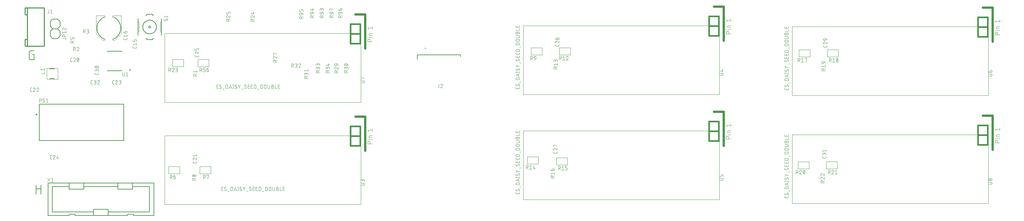
<source format=gbr>
G04 EAGLE Gerber RS-274X export*
G75*
%MOMM*%
%FSLAX34Y34*%
%LPD*%
%INSilkscreen Top*%
%IPPOS*%
%AMOC8*
5,1,8,0,0,1.08239X$1,22.5*%
G01*
%ADD10C,0.203200*%
%ADD11C,0.076200*%
%ADD12C,0.406400*%
%ADD13C,0.609600*%
%ADD14C,0.101600*%
%ADD15C,0.050800*%
%ADD16C,0.127000*%
%ADD17C,0.200000*%
%ADD18C,0.152400*%
%ADD19C,0.010159*%
%ADD20C,0.254000*%


D10*
X38044Y440718D02*
X41938Y440718D01*
X41938Y427736D01*
X34149Y427736D01*
X34006Y427738D01*
X33863Y427744D01*
X33720Y427754D01*
X33578Y427768D01*
X33436Y427785D01*
X33294Y427807D01*
X33153Y427832D01*
X33013Y427862D01*
X32874Y427895D01*
X32736Y427932D01*
X32599Y427973D01*
X32463Y428017D01*
X32328Y428066D01*
X32195Y428118D01*
X32063Y428173D01*
X31933Y428233D01*
X31804Y428296D01*
X31677Y428362D01*
X31552Y428432D01*
X31430Y428505D01*
X31309Y428582D01*
X31190Y428662D01*
X31074Y428745D01*
X30959Y428831D01*
X30848Y428920D01*
X30738Y429013D01*
X30632Y429108D01*
X30528Y429207D01*
X30427Y429308D01*
X30328Y429412D01*
X30233Y429518D01*
X30140Y429628D01*
X30051Y429739D01*
X29965Y429854D01*
X29882Y429970D01*
X29802Y430089D01*
X29725Y430210D01*
X29652Y430333D01*
X29582Y430457D01*
X29516Y430584D01*
X29453Y430713D01*
X29393Y430843D01*
X29338Y430975D01*
X29286Y431108D01*
X29237Y431243D01*
X29193Y431379D01*
X29152Y431516D01*
X29115Y431654D01*
X29082Y431793D01*
X29052Y431933D01*
X29027Y432074D01*
X29005Y432216D01*
X28988Y432358D01*
X28974Y432500D01*
X28964Y432643D01*
X28958Y432786D01*
X28956Y432929D01*
X28956Y445911D01*
X28958Y446054D01*
X28964Y446197D01*
X28974Y446340D01*
X28988Y446482D01*
X29005Y446624D01*
X29027Y446766D01*
X29052Y446907D01*
X29082Y447047D01*
X29115Y447186D01*
X29152Y447324D01*
X29193Y447461D01*
X29237Y447597D01*
X29286Y447732D01*
X29338Y447865D01*
X29393Y447997D01*
X29453Y448127D01*
X29516Y448256D01*
X29582Y448383D01*
X29652Y448507D01*
X29725Y448630D01*
X29802Y448751D01*
X29882Y448870D01*
X29965Y448986D01*
X30051Y449101D01*
X30140Y449212D01*
X30233Y449322D01*
X30328Y449428D01*
X30427Y449532D01*
X30528Y449633D01*
X30632Y449732D01*
X30738Y449827D01*
X30848Y449920D01*
X30959Y450009D01*
X31074Y450095D01*
X31190Y450178D01*
X31309Y450258D01*
X31430Y450335D01*
X31552Y450408D01*
X31677Y450478D01*
X31804Y450544D01*
X31933Y450607D01*
X32063Y450667D01*
X32195Y450722D01*
X32328Y450774D01*
X32463Y450823D01*
X32599Y450867D01*
X32736Y450908D01*
X32874Y450945D01*
X33013Y450978D01*
X33153Y451008D01*
X33294Y451033D01*
X33436Y451055D01*
X33578Y451072D01*
X33720Y451086D01*
X33863Y451096D01*
X34006Y451102D01*
X34149Y451104D01*
X41938Y451104D01*
X46736Y100584D02*
X46736Y77216D01*
X46736Y90198D02*
X59718Y90198D01*
X59718Y100584D02*
X59718Y77216D01*
D11*
X381790Y496400D02*
X893290Y496400D01*
X893290Y316400D01*
X381790Y316400D01*
X381790Y496400D01*
D12*
X891540Y495300D02*
X891540Y469900D01*
X866140Y469900D01*
X866140Y495300D01*
X866140Y520700D02*
X891540Y520700D01*
X891540Y495300D02*
X866140Y495300D01*
X866140Y520700D01*
D13*
X904240Y546100D02*
X904240Y457200D01*
X904240Y546100D02*
X878840Y546100D01*
D12*
X891540Y520700D02*
X891540Y495300D01*
D14*
X911098Y475135D02*
X922782Y475135D01*
X911098Y475135D02*
X911098Y478381D01*
X911100Y478494D01*
X911106Y478607D01*
X911116Y478720D01*
X911130Y478833D01*
X911147Y478945D01*
X911169Y479056D01*
X911194Y479166D01*
X911224Y479276D01*
X911257Y479384D01*
X911294Y479491D01*
X911334Y479597D01*
X911379Y479701D01*
X911427Y479804D01*
X911478Y479905D01*
X911533Y480004D01*
X911591Y480101D01*
X911653Y480196D01*
X911718Y480289D01*
X911786Y480379D01*
X911857Y480467D01*
X911932Y480553D01*
X912009Y480636D01*
X912089Y480716D01*
X912172Y480793D01*
X912258Y480868D01*
X912346Y480939D01*
X912436Y481007D01*
X912529Y481072D01*
X912624Y481134D01*
X912721Y481192D01*
X912820Y481247D01*
X912921Y481298D01*
X913024Y481346D01*
X913128Y481391D01*
X913234Y481431D01*
X913341Y481468D01*
X913449Y481501D01*
X913559Y481531D01*
X913669Y481556D01*
X913780Y481578D01*
X913892Y481595D01*
X914005Y481609D01*
X914118Y481619D01*
X914231Y481625D01*
X914344Y481627D01*
X914457Y481625D01*
X914570Y481619D01*
X914683Y481609D01*
X914796Y481595D01*
X914908Y481578D01*
X915019Y481556D01*
X915129Y481531D01*
X915239Y481501D01*
X915347Y481468D01*
X915454Y481431D01*
X915560Y481391D01*
X915664Y481346D01*
X915767Y481298D01*
X915868Y481247D01*
X915967Y481192D01*
X916064Y481134D01*
X916159Y481072D01*
X916252Y481007D01*
X916342Y480939D01*
X916430Y480868D01*
X916516Y480793D01*
X916599Y480716D01*
X916679Y480636D01*
X916756Y480553D01*
X916831Y480467D01*
X916902Y480379D01*
X916970Y480289D01*
X917035Y480196D01*
X917097Y480101D01*
X917155Y480004D01*
X917210Y479905D01*
X917261Y479804D01*
X917309Y479701D01*
X917354Y479597D01*
X917394Y479491D01*
X917431Y479384D01*
X917464Y479276D01*
X917494Y479166D01*
X917519Y479056D01*
X917541Y478945D01*
X917558Y478833D01*
X917572Y478720D01*
X917582Y478607D01*
X917588Y478494D01*
X917590Y478381D01*
X917589Y478381D02*
X917589Y475135D01*
X914993Y485831D02*
X922782Y485831D01*
X911747Y485507D02*
X911098Y485507D01*
X911098Y486156D01*
X911747Y486156D01*
X911747Y485507D01*
X914993Y490855D02*
X922782Y490855D01*
X914993Y490855D02*
X914993Y494101D01*
X914995Y494188D01*
X915001Y494276D01*
X915011Y494362D01*
X915024Y494449D01*
X915042Y494534D01*
X915063Y494619D01*
X915088Y494703D01*
X915117Y494785D01*
X915150Y494866D01*
X915186Y494946D01*
X915225Y495024D01*
X915269Y495100D01*
X915315Y495174D01*
X915365Y495245D01*
X915418Y495315D01*
X915474Y495382D01*
X915533Y495446D01*
X915594Y495508D01*
X915659Y495567D01*
X915726Y495623D01*
X915796Y495676D01*
X915867Y495726D01*
X915941Y495772D01*
X916017Y495816D01*
X916095Y495855D01*
X916175Y495891D01*
X916256Y495924D01*
X916338Y495953D01*
X916422Y495978D01*
X916507Y495999D01*
X916592Y496017D01*
X916679Y496030D01*
X916765Y496040D01*
X916853Y496046D01*
X916940Y496048D01*
X922782Y496048D01*
X913694Y507351D02*
X911098Y510596D01*
X922782Y510596D01*
X922782Y507351D02*
X922782Y513842D01*
D11*
X900458Y367049D02*
X893671Y367049D01*
X900458Y367049D02*
X900559Y367051D01*
X900660Y367057D01*
X900761Y367067D01*
X900861Y367080D01*
X900961Y367098D01*
X901060Y367119D01*
X901158Y367145D01*
X901255Y367174D01*
X901351Y367206D01*
X901445Y367243D01*
X901538Y367283D01*
X901630Y367327D01*
X901719Y367374D01*
X901807Y367425D01*
X901893Y367479D01*
X901976Y367536D01*
X902058Y367596D01*
X902136Y367660D01*
X902213Y367726D01*
X902286Y367796D01*
X902357Y367868D01*
X902425Y367943D01*
X902490Y368021D01*
X902552Y368101D01*
X902611Y368183D01*
X902667Y368268D01*
X902719Y368355D01*
X902768Y368443D01*
X902814Y368534D01*
X902855Y368626D01*
X902894Y368720D01*
X902928Y368815D01*
X902959Y368911D01*
X902986Y369009D01*
X903010Y369107D01*
X903029Y369207D01*
X903045Y369307D01*
X903057Y369407D01*
X903065Y369508D01*
X903069Y369609D01*
X903069Y369711D01*
X903065Y369812D01*
X903057Y369913D01*
X903045Y370013D01*
X903029Y370113D01*
X903010Y370213D01*
X902986Y370311D01*
X902959Y370409D01*
X902928Y370505D01*
X902894Y370600D01*
X902855Y370694D01*
X902814Y370786D01*
X902768Y370877D01*
X902719Y370965D01*
X902667Y371052D01*
X902611Y371137D01*
X902552Y371219D01*
X902490Y371299D01*
X902425Y371377D01*
X902357Y371452D01*
X902286Y371524D01*
X902213Y371594D01*
X902136Y371660D01*
X902058Y371724D01*
X901976Y371784D01*
X901893Y371841D01*
X901807Y371895D01*
X901719Y371946D01*
X901630Y371993D01*
X901538Y372037D01*
X901445Y372077D01*
X901351Y372114D01*
X901255Y372146D01*
X901158Y372175D01*
X901060Y372201D01*
X900961Y372222D01*
X900861Y372240D01*
X900761Y372253D01*
X900660Y372263D01*
X900559Y372269D01*
X900458Y372271D01*
X900458Y372270D02*
X893671Y372270D01*
X893671Y376498D02*
X894715Y376498D01*
X893671Y376498D02*
X893671Y381719D01*
X903069Y379108D01*
X521455Y352651D02*
X517278Y352651D01*
X517278Y362049D01*
X521455Y362049D01*
X520411Y357872D02*
X517278Y357872D01*
X527708Y352651D02*
X527797Y352653D01*
X527885Y352659D01*
X527973Y352668D01*
X528061Y352681D01*
X528148Y352698D01*
X528234Y352718D01*
X528319Y352743D01*
X528404Y352770D01*
X528487Y352802D01*
X528568Y352836D01*
X528648Y352875D01*
X528726Y352916D01*
X528803Y352961D01*
X528877Y353009D01*
X528950Y353060D01*
X529020Y353114D01*
X529087Y353172D01*
X529153Y353232D01*
X529215Y353294D01*
X529275Y353360D01*
X529333Y353427D01*
X529387Y353497D01*
X529438Y353570D01*
X529486Y353644D01*
X529531Y353721D01*
X529572Y353799D01*
X529611Y353879D01*
X529645Y353960D01*
X529677Y354043D01*
X529704Y354128D01*
X529729Y354213D01*
X529749Y354299D01*
X529766Y354386D01*
X529779Y354474D01*
X529788Y354562D01*
X529794Y354650D01*
X529796Y354739D01*
X527708Y352651D02*
X527579Y352653D01*
X527450Y352659D01*
X527321Y352668D01*
X527193Y352681D01*
X527065Y352698D01*
X526938Y352719D01*
X526811Y352743D01*
X526685Y352771D01*
X526560Y352803D01*
X526436Y352838D01*
X526313Y352877D01*
X526191Y352920D01*
X526071Y352966D01*
X525952Y353016D01*
X525834Y353069D01*
X525718Y353125D01*
X525604Y353185D01*
X525491Y353248D01*
X525381Y353315D01*
X525272Y353384D01*
X525166Y353457D01*
X525061Y353533D01*
X524959Y353612D01*
X524860Y353694D01*
X524762Y353778D01*
X524667Y353866D01*
X524575Y353956D01*
X524837Y359961D02*
X524839Y360050D01*
X524845Y360138D01*
X524854Y360226D01*
X524867Y360314D01*
X524884Y360401D01*
X524904Y360487D01*
X524929Y360572D01*
X524956Y360657D01*
X524988Y360740D01*
X525022Y360821D01*
X525061Y360901D01*
X525102Y360979D01*
X525147Y361056D01*
X525195Y361130D01*
X525246Y361203D01*
X525300Y361273D01*
X525358Y361340D01*
X525418Y361406D01*
X525480Y361468D01*
X525546Y361528D01*
X525613Y361586D01*
X525683Y361640D01*
X525756Y361691D01*
X525830Y361739D01*
X525907Y361784D01*
X525985Y361825D01*
X526065Y361864D01*
X526146Y361898D01*
X526229Y361930D01*
X526314Y361957D01*
X526399Y361982D01*
X526485Y362002D01*
X526572Y362019D01*
X526660Y362032D01*
X526748Y362041D01*
X526836Y362047D01*
X526925Y362049D01*
X527045Y362047D01*
X527165Y362042D01*
X527285Y362032D01*
X527404Y362020D01*
X527523Y362003D01*
X527641Y361983D01*
X527759Y361959D01*
X527875Y361932D01*
X527991Y361901D01*
X528106Y361867D01*
X528220Y361829D01*
X528333Y361787D01*
X528444Y361742D01*
X528554Y361694D01*
X528662Y361643D01*
X528769Y361588D01*
X528874Y361530D01*
X528977Y361468D01*
X529078Y361404D01*
X529178Y361336D01*
X529275Y361266D01*
X525881Y358134D02*
X525803Y358182D01*
X525727Y358234D01*
X525654Y358288D01*
X525583Y358346D01*
X525514Y358407D01*
X525448Y358471D01*
X525385Y358538D01*
X525325Y358607D01*
X525268Y358679D01*
X525214Y358753D01*
X525164Y358830D01*
X525116Y358909D01*
X525073Y358989D01*
X525032Y359072D01*
X524996Y359156D01*
X524963Y359241D01*
X524934Y359328D01*
X524908Y359417D01*
X524886Y359506D01*
X524869Y359596D01*
X524855Y359686D01*
X524845Y359778D01*
X524839Y359869D01*
X524837Y359961D01*
X528753Y356566D02*
X528831Y356518D01*
X528907Y356466D01*
X528980Y356412D01*
X529051Y356354D01*
X529120Y356293D01*
X529186Y356229D01*
X529249Y356162D01*
X529309Y356093D01*
X529366Y356021D01*
X529420Y355947D01*
X529470Y355870D01*
X529518Y355791D01*
X529561Y355711D01*
X529602Y355628D01*
X529638Y355544D01*
X529671Y355459D01*
X529700Y355372D01*
X529726Y355283D01*
X529748Y355194D01*
X529765Y355104D01*
X529779Y355014D01*
X529789Y354922D01*
X529795Y354831D01*
X529797Y354739D01*
X528753Y356567D02*
X525881Y358133D01*
X533023Y351607D02*
X537200Y351607D01*
X541035Y352651D02*
X541035Y362049D01*
X543645Y362049D01*
X543745Y362047D01*
X543845Y362041D01*
X543944Y362032D01*
X544044Y362018D01*
X544142Y362001D01*
X544240Y361980D01*
X544337Y361956D01*
X544433Y361927D01*
X544528Y361895D01*
X544621Y361860D01*
X544713Y361821D01*
X544804Y361778D01*
X544892Y361732D01*
X544979Y361682D01*
X545064Y361630D01*
X545147Y361574D01*
X545228Y361515D01*
X545306Y361452D01*
X545382Y361387D01*
X545456Y361319D01*
X545526Y361249D01*
X545594Y361175D01*
X545659Y361099D01*
X545722Y361021D01*
X545781Y360940D01*
X545837Y360857D01*
X545889Y360772D01*
X545939Y360685D01*
X545985Y360597D01*
X546028Y360506D01*
X546067Y360414D01*
X546102Y360321D01*
X546134Y360226D01*
X546163Y360130D01*
X546187Y360033D01*
X546208Y359935D01*
X546225Y359837D01*
X546239Y359737D01*
X546248Y359638D01*
X546254Y359538D01*
X546256Y359438D01*
X546256Y355262D01*
X546254Y355162D01*
X546248Y355062D01*
X546239Y354963D01*
X546225Y354863D01*
X546208Y354765D01*
X546187Y354667D01*
X546163Y354570D01*
X546134Y354474D01*
X546102Y354379D01*
X546067Y354286D01*
X546028Y354194D01*
X545985Y354103D01*
X545939Y354015D01*
X545889Y353928D01*
X545837Y353843D01*
X545781Y353760D01*
X545722Y353679D01*
X545659Y353601D01*
X545594Y353525D01*
X545526Y353451D01*
X545456Y353381D01*
X545382Y353313D01*
X545306Y353248D01*
X545228Y353185D01*
X545147Y353126D01*
X545064Y353070D01*
X544979Y353018D01*
X544892Y352968D01*
X544804Y352922D01*
X544713Y352879D01*
X544621Y352840D01*
X544528Y352805D01*
X544433Y352773D01*
X544337Y352744D01*
X544240Y352720D01*
X544142Y352699D01*
X544044Y352682D01*
X543944Y352668D01*
X543845Y352659D01*
X543745Y352653D01*
X543645Y352651D01*
X541035Y352651D01*
X549962Y352651D02*
X553094Y362049D01*
X556227Y352651D01*
X555444Y355001D02*
X550745Y355001D01*
X560409Y352651D02*
X560409Y362049D01*
X559365Y352651D02*
X561454Y352651D01*
X561454Y362049D02*
X559365Y362049D01*
X567942Y352651D02*
X568031Y352653D01*
X568119Y352659D01*
X568207Y352668D01*
X568295Y352681D01*
X568382Y352698D01*
X568468Y352718D01*
X568553Y352743D01*
X568638Y352770D01*
X568721Y352802D01*
X568802Y352836D01*
X568882Y352875D01*
X568960Y352916D01*
X569037Y352961D01*
X569111Y353009D01*
X569184Y353060D01*
X569254Y353114D01*
X569321Y353172D01*
X569387Y353232D01*
X569449Y353294D01*
X569509Y353360D01*
X569567Y353427D01*
X569621Y353497D01*
X569672Y353570D01*
X569720Y353644D01*
X569765Y353721D01*
X569806Y353799D01*
X569845Y353879D01*
X569879Y353960D01*
X569911Y354043D01*
X569938Y354128D01*
X569963Y354213D01*
X569983Y354299D01*
X570000Y354386D01*
X570013Y354474D01*
X570022Y354562D01*
X570028Y354650D01*
X570030Y354739D01*
X567942Y352651D02*
X567813Y352653D01*
X567684Y352659D01*
X567555Y352668D01*
X567427Y352681D01*
X567299Y352698D01*
X567172Y352719D01*
X567045Y352743D01*
X566919Y352771D01*
X566794Y352803D01*
X566670Y352838D01*
X566547Y352877D01*
X566425Y352920D01*
X566305Y352966D01*
X566186Y353016D01*
X566068Y353069D01*
X565952Y353125D01*
X565838Y353185D01*
X565725Y353248D01*
X565615Y353315D01*
X565506Y353384D01*
X565400Y353457D01*
X565295Y353533D01*
X565193Y353612D01*
X565094Y353694D01*
X564996Y353778D01*
X564901Y353866D01*
X564809Y353956D01*
X565071Y359961D02*
X565073Y360050D01*
X565079Y360138D01*
X565088Y360226D01*
X565101Y360314D01*
X565118Y360401D01*
X565138Y360487D01*
X565163Y360572D01*
X565190Y360657D01*
X565222Y360740D01*
X565256Y360821D01*
X565295Y360901D01*
X565336Y360979D01*
X565381Y361056D01*
X565429Y361130D01*
X565480Y361203D01*
X565534Y361273D01*
X565592Y361340D01*
X565652Y361406D01*
X565714Y361468D01*
X565780Y361528D01*
X565847Y361586D01*
X565917Y361640D01*
X565990Y361691D01*
X566064Y361739D01*
X566141Y361784D01*
X566219Y361825D01*
X566299Y361864D01*
X566380Y361898D01*
X566463Y361930D01*
X566548Y361957D01*
X566633Y361982D01*
X566719Y362002D01*
X566806Y362019D01*
X566894Y362032D01*
X566982Y362041D01*
X567070Y362047D01*
X567159Y362049D01*
X567279Y362047D01*
X567399Y362042D01*
X567519Y362032D01*
X567638Y362020D01*
X567757Y362003D01*
X567875Y361983D01*
X567993Y361959D01*
X568109Y361932D01*
X568225Y361901D01*
X568340Y361867D01*
X568454Y361829D01*
X568567Y361787D01*
X568678Y361742D01*
X568788Y361694D01*
X568896Y361643D01*
X569003Y361588D01*
X569108Y361530D01*
X569211Y361468D01*
X569312Y361404D01*
X569412Y361336D01*
X569509Y361266D01*
X566114Y358134D02*
X566036Y358182D01*
X565960Y358234D01*
X565887Y358288D01*
X565816Y358346D01*
X565747Y358407D01*
X565681Y358471D01*
X565618Y358538D01*
X565558Y358607D01*
X565501Y358679D01*
X565447Y358753D01*
X565397Y358830D01*
X565349Y358909D01*
X565306Y358989D01*
X565265Y359072D01*
X565229Y359156D01*
X565196Y359241D01*
X565167Y359328D01*
X565141Y359417D01*
X565119Y359506D01*
X565102Y359596D01*
X565088Y359686D01*
X565078Y359778D01*
X565072Y359869D01*
X565070Y359961D01*
X568986Y356566D02*
X569064Y356518D01*
X569140Y356466D01*
X569213Y356412D01*
X569284Y356354D01*
X569353Y356293D01*
X569419Y356229D01*
X569482Y356162D01*
X569542Y356093D01*
X569599Y356021D01*
X569653Y355947D01*
X569703Y355870D01*
X569751Y355791D01*
X569794Y355711D01*
X569835Y355628D01*
X569871Y355544D01*
X569904Y355459D01*
X569933Y355372D01*
X569959Y355283D01*
X569981Y355194D01*
X569998Y355104D01*
X570012Y355014D01*
X570022Y354922D01*
X570028Y354831D01*
X570030Y354739D01*
X568986Y356567D02*
X566114Y358133D01*
X573126Y362049D02*
X576259Y357611D01*
X579392Y362049D01*
X576259Y357611D02*
X576259Y352651D01*
X582400Y351607D02*
X586577Y351607D01*
X592935Y352651D02*
X593024Y352653D01*
X593112Y352659D01*
X593200Y352668D01*
X593288Y352681D01*
X593375Y352698D01*
X593461Y352718D01*
X593546Y352743D01*
X593631Y352770D01*
X593714Y352802D01*
X593795Y352836D01*
X593875Y352875D01*
X593953Y352916D01*
X594030Y352961D01*
X594104Y353009D01*
X594177Y353060D01*
X594247Y353114D01*
X594314Y353172D01*
X594380Y353232D01*
X594442Y353294D01*
X594502Y353360D01*
X594560Y353427D01*
X594614Y353497D01*
X594665Y353570D01*
X594713Y353644D01*
X594758Y353721D01*
X594799Y353799D01*
X594838Y353879D01*
X594872Y353960D01*
X594904Y354043D01*
X594931Y354128D01*
X594956Y354213D01*
X594976Y354299D01*
X594993Y354386D01*
X595006Y354474D01*
X595015Y354562D01*
X595021Y354650D01*
X595023Y354739D01*
X592935Y352651D02*
X592806Y352653D01*
X592677Y352659D01*
X592548Y352668D01*
X592420Y352681D01*
X592292Y352698D01*
X592165Y352719D01*
X592038Y352743D01*
X591912Y352771D01*
X591787Y352803D01*
X591663Y352838D01*
X591540Y352877D01*
X591418Y352920D01*
X591298Y352966D01*
X591179Y353016D01*
X591061Y353069D01*
X590945Y353125D01*
X590831Y353185D01*
X590718Y353248D01*
X590608Y353315D01*
X590499Y353384D01*
X590393Y353457D01*
X590288Y353533D01*
X590186Y353612D01*
X590087Y353694D01*
X589989Y353778D01*
X589894Y353866D01*
X589802Y353956D01*
X590064Y359961D02*
X590066Y360050D01*
X590072Y360138D01*
X590081Y360226D01*
X590094Y360314D01*
X590111Y360401D01*
X590131Y360487D01*
X590156Y360572D01*
X590183Y360657D01*
X590215Y360740D01*
X590249Y360821D01*
X590288Y360901D01*
X590329Y360979D01*
X590374Y361056D01*
X590422Y361130D01*
X590473Y361203D01*
X590527Y361273D01*
X590585Y361340D01*
X590645Y361406D01*
X590707Y361468D01*
X590773Y361528D01*
X590840Y361586D01*
X590910Y361640D01*
X590983Y361691D01*
X591057Y361739D01*
X591134Y361784D01*
X591212Y361825D01*
X591292Y361864D01*
X591373Y361898D01*
X591456Y361930D01*
X591541Y361957D01*
X591626Y361982D01*
X591712Y362002D01*
X591799Y362019D01*
X591887Y362032D01*
X591975Y362041D01*
X592063Y362047D01*
X592152Y362049D01*
X592272Y362047D01*
X592392Y362042D01*
X592512Y362032D01*
X592631Y362020D01*
X592750Y362003D01*
X592868Y361983D01*
X592986Y361959D01*
X593102Y361932D01*
X593218Y361901D01*
X593333Y361867D01*
X593447Y361829D01*
X593560Y361787D01*
X593671Y361742D01*
X593781Y361694D01*
X593889Y361643D01*
X593996Y361588D01*
X594101Y361530D01*
X594204Y361468D01*
X594305Y361404D01*
X594405Y361336D01*
X594502Y361266D01*
X591108Y358134D02*
X591030Y358182D01*
X590954Y358234D01*
X590881Y358288D01*
X590810Y358346D01*
X590741Y358407D01*
X590675Y358471D01*
X590612Y358538D01*
X590552Y358607D01*
X590495Y358679D01*
X590441Y358753D01*
X590391Y358830D01*
X590343Y358909D01*
X590300Y358989D01*
X590259Y359072D01*
X590223Y359156D01*
X590190Y359241D01*
X590161Y359328D01*
X590135Y359417D01*
X590113Y359506D01*
X590096Y359596D01*
X590082Y359686D01*
X590072Y359778D01*
X590066Y359869D01*
X590064Y359961D01*
X593980Y356566D02*
X594058Y356518D01*
X594134Y356466D01*
X594207Y356412D01*
X594278Y356354D01*
X594347Y356293D01*
X594413Y356229D01*
X594476Y356162D01*
X594536Y356093D01*
X594593Y356021D01*
X594647Y355947D01*
X594697Y355870D01*
X594745Y355791D01*
X594788Y355711D01*
X594829Y355628D01*
X594865Y355544D01*
X594898Y355459D01*
X594927Y355372D01*
X594953Y355283D01*
X594975Y355194D01*
X594992Y355104D01*
X595006Y355014D01*
X595016Y354922D01*
X595022Y354831D01*
X595024Y354739D01*
X593979Y356567D02*
X591108Y358133D01*
X598964Y352651D02*
X603141Y352651D01*
X598964Y352651D02*
X598964Y362049D01*
X603141Y362049D01*
X602097Y357872D02*
X598964Y357872D01*
X606889Y352651D02*
X611066Y352651D01*
X606889Y352651D02*
X606889Y362049D01*
X611066Y362049D01*
X610021Y357872D02*
X606889Y357872D01*
X614796Y362049D02*
X614796Y352651D01*
X614796Y362049D02*
X617407Y362049D01*
X617507Y362047D01*
X617607Y362041D01*
X617706Y362032D01*
X617806Y362018D01*
X617904Y362001D01*
X618002Y361980D01*
X618099Y361956D01*
X618195Y361927D01*
X618290Y361895D01*
X618383Y361860D01*
X618475Y361821D01*
X618566Y361778D01*
X618654Y361732D01*
X618741Y361682D01*
X618826Y361630D01*
X618909Y361574D01*
X618990Y361515D01*
X619068Y361452D01*
X619144Y361387D01*
X619218Y361319D01*
X619288Y361249D01*
X619356Y361175D01*
X619421Y361099D01*
X619484Y361021D01*
X619543Y360940D01*
X619599Y360857D01*
X619651Y360772D01*
X619701Y360685D01*
X619747Y360597D01*
X619790Y360506D01*
X619829Y360414D01*
X619864Y360321D01*
X619896Y360226D01*
X619925Y360130D01*
X619949Y360033D01*
X619970Y359935D01*
X619987Y359837D01*
X620001Y359737D01*
X620010Y359638D01*
X620016Y359538D01*
X620018Y359438D01*
X620017Y359438D02*
X620017Y355262D01*
X620018Y355262D02*
X620016Y355162D01*
X620010Y355062D01*
X620001Y354963D01*
X619987Y354863D01*
X619970Y354765D01*
X619949Y354667D01*
X619925Y354570D01*
X619896Y354474D01*
X619864Y354379D01*
X619829Y354286D01*
X619790Y354194D01*
X619747Y354103D01*
X619701Y354015D01*
X619651Y353928D01*
X619599Y353843D01*
X619543Y353760D01*
X619484Y353679D01*
X619421Y353601D01*
X619356Y353525D01*
X619288Y353451D01*
X619218Y353381D01*
X619144Y353313D01*
X619068Y353248D01*
X618990Y353185D01*
X618909Y353126D01*
X618826Y353070D01*
X618741Y353018D01*
X618654Y352968D01*
X618566Y352922D01*
X618475Y352879D01*
X618383Y352840D01*
X618290Y352805D01*
X618195Y352773D01*
X618099Y352744D01*
X618002Y352720D01*
X617904Y352699D01*
X617806Y352682D01*
X617706Y352668D01*
X617607Y352659D01*
X617507Y352653D01*
X617407Y352651D01*
X614796Y352651D01*
X623853Y351607D02*
X628029Y351607D01*
X631865Y352651D02*
X631865Y362049D01*
X634475Y362049D01*
X634575Y362047D01*
X634675Y362041D01*
X634774Y362032D01*
X634874Y362018D01*
X634972Y362001D01*
X635070Y361980D01*
X635167Y361956D01*
X635263Y361927D01*
X635358Y361895D01*
X635451Y361860D01*
X635543Y361821D01*
X635634Y361778D01*
X635722Y361732D01*
X635809Y361682D01*
X635894Y361630D01*
X635977Y361574D01*
X636058Y361515D01*
X636136Y361452D01*
X636212Y361387D01*
X636286Y361319D01*
X636356Y361249D01*
X636424Y361175D01*
X636489Y361099D01*
X636552Y361021D01*
X636611Y360940D01*
X636667Y360857D01*
X636719Y360772D01*
X636769Y360685D01*
X636815Y360597D01*
X636858Y360506D01*
X636897Y360414D01*
X636932Y360321D01*
X636964Y360226D01*
X636993Y360130D01*
X637017Y360033D01*
X637038Y359935D01*
X637055Y359837D01*
X637069Y359737D01*
X637078Y359638D01*
X637084Y359538D01*
X637086Y359438D01*
X637086Y355262D01*
X637084Y355162D01*
X637078Y355062D01*
X637069Y354963D01*
X637055Y354863D01*
X637038Y354765D01*
X637017Y354667D01*
X636993Y354570D01*
X636964Y354474D01*
X636932Y354379D01*
X636897Y354286D01*
X636858Y354194D01*
X636815Y354103D01*
X636769Y354015D01*
X636719Y353928D01*
X636667Y353843D01*
X636611Y353760D01*
X636552Y353679D01*
X636489Y353601D01*
X636424Y353525D01*
X636356Y353451D01*
X636286Y353381D01*
X636212Y353313D01*
X636136Y353248D01*
X636058Y353185D01*
X635977Y353126D01*
X635894Y353070D01*
X635809Y353018D01*
X635722Y352968D01*
X635634Y352922D01*
X635543Y352879D01*
X635451Y352840D01*
X635358Y352805D01*
X635263Y352773D01*
X635167Y352744D01*
X635070Y352720D01*
X634972Y352699D01*
X634874Y352682D01*
X634774Y352668D01*
X634675Y352659D01*
X634575Y352653D01*
X634475Y352651D01*
X631865Y352651D01*
X641314Y355262D02*
X641314Y359438D01*
X641313Y359438D02*
X641315Y359539D01*
X641321Y359640D01*
X641331Y359741D01*
X641344Y359841D01*
X641362Y359941D01*
X641383Y360040D01*
X641409Y360138D01*
X641438Y360235D01*
X641470Y360331D01*
X641507Y360425D01*
X641547Y360518D01*
X641591Y360610D01*
X641638Y360699D01*
X641689Y360787D01*
X641743Y360873D01*
X641800Y360956D01*
X641860Y361038D01*
X641924Y361116D01*
X641990Y361193D01*
X642060Y361266D01*
X642132Y361337D01*
X642207Y361405D01*
X642285Y361470D01*
X642365Y361532D01*
X642447Y361591D01*
X642532Y361647D01*
X642619Y361699D01*
X642707Y361748D01*
X642798Y361794D01*
X642890Y361835D01*
X642984Y361874D01*
X643079Y361908D01*
X643175Y361939D01*
X643273Y361966D01*
X643371Y361990D01*
X643471Y362009D01*
X643571Y362025D01*
X643671Y362037D01*
X643772Y362045D01*
X643873Y362049D01*
X643975Y362049D01*
X644076Y362045D01*
X644177Y362037D01*
X644277Y362025D01*
X644377Y362009D01*
X644477Y361990D01*
X644575Y361966D01*
X644673Y361939D01*
X644769Y361908D01*
X644864Y361874D01*
X644958Y361835D01*
X645050Y361794D01*
X645141Y361748D01*
X645230Y361699D01*
X645316Y361647D01*
X645401Y361591D01*
X645483Y361532D01*
X645563Y361470D01*
X645641Y361405D01*
X645716Y361337D01*
X645788Y361266D01*
X645858Y361193D01*
X645924Y361116D01*
X645988Y361038D01*
X646048Y360956D01*
X646105Y360873D01*
X646159Y360787D01*
X646210Y360699D01*
X646257Y360610D01*
X646301Y360518D01*
X646341Y360425D01*
X646378Y360331D01*
X646410Y360235D01*
X646439Y360138D01*
X646465Y360040D01*
X646486Y359941D01*
X646504Y359841D01*
X646517Y359741D01*
X646527Y359640D01*
X646533Y359539D01*
X646535Y359438D01*
X646535Y355262D01*
X646533Y355161D01*
X646527Y355060D01*
X646517Y354959D01*
X646504Y354859D01*
X646486Y354759D01*
X646465Y354660D01*
X646439Y354562D01*
X646410Y354465D01*
X646378Y354369D01*
X646341Y354275D01*
X646301Y354182D01*
X646257Y354090D01*
X646210Y354001D01*
X646159Y353913D01*
X646105Y353827D01*
X646048Y353744D01*
X645988Y353662D01*
X645924Y353584D01*
X645858Y353507D01*
X645788Y353434D01*
X645716Y353363D01*
X645641Y353295D01*
X645563Y353230D01*
X645483Y353168D01*
X645401Y353109D01*
X645316Y353053D01*
X645230Y353001D01*
X645141Y352952D01*
X645050Y352906D01*
X644958Y352865D01*
X644864Y352826D01*
X644769Y352792D01*
X644673Y352761D01*
X644575Y352734D01*
X644477Y352710D01*
X644377Y352691D01*
X644277Y352675D01*
X644177Y352663D01*
X644076Y352655D01*
X643975Y352651D01*
X643873Y352651D01*
X643772Y352655D01*
X643671Y352663D01*
X643571Y352675D01*
X643471Y352691D01*
X643371Y352710D01*
X643273Y352734D01*
X643175Y352761D01*
X643079Y352792D01*
X642984Y352826D01*
X642890Y352865D01*
X642798Y352906D01*
X642707Y352952D01*
X642619Y353001D01*
X642532Y353053D01*
X642447Y353109D01*
X642365Y353168D01*
X642285Y353230D01*
X642207Y353295D01*
X642132Y353363D01*
X642060Y353434D01*
X641990Y353507D01*
X641924Y353584D01*
X641860Y353662D01*
X641800Y353744D01*
X641743Y353827D01*
X641689Y353913D01*
X641638Y354001D01*
X641591Y354090D01*
X641547Y354182D01*
X641507Y354275D01*
X641470Y354369D01*
X641438Y354465D01*
X641409Y354562D01*
X641383Y354660D01*
X641362Y354759D01*
X641344Y354859D01*
X641331Y354959D01*
X641321Y355060D01*
X641315Y355161D01*
X641313Y355262D01*
X650762Y355262D02*
X650762Y362049D01*
X650762Y355262D02*
X650764Y355161D01*
X650770Y355060D01*
X650780Y354959D01*
X650793Y354859D01*
X650811Y354759D01*
X650832Y354660D01*
X650858Y354562D01*
X650887Y354465D01*
X650919Y354369D01*
X650956Y354275D01*
X650996Y354182D01*
X651040Y354090D01*
X651087Y354001D01*
X651138Y353913D01*
X651192Y353827D01*
X651249Y353744D01*
X651309Y353662D01*
X651373Y353584D01*
X651439Y353507D01*
X651509Y353434D01*
X651581Y353363D01*
X651656Y353295D01*
X651734Y353230D01*
X651814Y353168D01*
X651896Y353109D01*
X651981Y353053D01*
X652068Y353001D01*
X652156Y352952D01*
X652247Y352906D01*
X652339Y352865D01*
X652433Y352826D01*
X652528Y352792D01*
X652624Y352761D01*
X652722Y352734D01*
X652820Y352710D01*
X652920Y352691D01*
X653020Y352675D01*
X653120Y352663D01*
X653221Y352655D01*
X653322Y352651D01*
X653424Y352651D01*
X653525Y352655D01*
X653626Y352663D01*
X653726Y352675D01*
X653826Y352691D01*
X653926Y352710D01*
X654024Y352734D01*
X654122Y352761D01*
X654218Y352792D01*
X654313Y352826D01*
X654407Y352865D01*
X654499Y352906D01*
X654590Y352952D01*
X654679Y353001D01*
X654765Y353053D01*
X654850Y353109D01*
X654932Y353168D01*
X655012Y353230D01*
X655090Y353295D01*
X655165Y353363D01*
X655237Y353434D01*
X655307Y353507D01*
X655373Y353584D01*
X655437Y353662D01*
X655497Y353744D01*
X655554Y353827D01*
X655608Y353913D01*
X655659Y354001D01*
X655706Y354090D01*
X655750Y354182D01*
X655790Y354275D01*
X655827Y354369D01*
X655859Y354465D01*
X655888Y354562D01*
X655914Y354660D01*
X655935Y354759D01*
X655953Y354859D01*
X655966Y354959D01*
X655976Y355060D01*
X655982Y355161D01*
X655984Y355262D01*
X655983Y355262D02*
X655983Y362049D01*
X660647Y357872D02*
X663258Y357872D01*
X663258Y357873D02*
X663359Y357871D01*
X663460Y357865D01*
X663561Y357855D01*
X663661Y357842D01*
X663761Y357824D01*
X663860Y357803D01*
X663958Y357777D01*
X664055Y357748D01*
X664151Y357716D01*
X664245Y357679D01*
X664338Y357639D01*
X664430Y357595D01*
X664519Y357548D01*
X664607Y357497D01*
X664693Y357443D01*
X664776Y357386D01*
X664858Y357326D01*
X664936Y357262D01*
X665013Y357196D01*
X665086Y357126D01*
X665157Y357054D01*
X665225Y356979D01*
X665290Y356901D01*
X665352Y356821D01*
X665411Y356739D01*
X665467Y356654D01*
X665519Y356567D01*
X665568Y356479D01*
X665614Y356388D01*
X665655Y356296D01*
X665694Y356202D01*
X665728Y356107D01*
X665759Y356011D01*
X665786Y355913D01*
X665810Y355815D01*
X665829Y355715D01*
X665845Y355615D01*
X665857Y355515D01*
X665865Y355414D01*
X665869Y355313D01*
X665869Y355211D01*
X665865Y355110D01*
X665857Y355009D01*
X665845Y354909D01*
X665829Y354809D01*
X665810Y354709D01*
X665786Y354611D01*
X665759Y354513D01*
X665728Y354417D01*
X665694Y354322D01*
X665655Y354228D01*
X665614Y354136D01*
X665568Y354045D01*
X665519Y353957D01*
X665467Y353870D01*
X665411Y353785D01*
X665352Y353703D01*
X665290Y353623D01*
X665225Y353545D01*
X665157Y353470D01*
X665086Y353398D01*
X665013Y353328D01*
X664936Y353262D01*
X664858Y353198D01*
X664776Y353138D01*
X664693Y353081D01*
X664607Y353027D01*
X664519Y352976D01*
X664430Y352929D01*
X664338Y352885D01*
X664245Y352845D01*
X664151Y352808D01*
X664055Y352776D01*
X663958Y352747D01*
X663860Y352721D01*
X663761Y352700D01*
X663661Y352682D01*
X663561Y352669D01*
X663460Y352659D01*
X663359Y352653D01*
X663258Y352651D01*
X660647Y352651D01*
X660647Y362049D01*
X663258Y362049D01*
X663348Y362047D01*
X663437Y362041D01*
X663527Y362032D01*
X663616Y362018D01*
X663704Y362001D01*
X663791Y361980D01*
X663878Y361955D01*
X663963Y361926D01*
X664047Y361894D01*
X664129Y361859D01*
X664210Y361819D01*
X664289Y361777D01*
X664366Y361731D01*
X664441Y361681D01*
X664514Y361629D01*
X664585Y361573D01*
X664653Y361515D01*
X664718Y361453D01*
X664781Y361389D01*
X664841Y361322D01*
X664898Y361253D01*
X664952Y361181D01*
X665003Y361107D01*
X665051Y361031D01*
X665095Y360953D01*
X665136Y360873D01*
X665174Y360791D01*
X665208Y360708D01*
X665238Y360623D01*
X665265Y360537D01*
X665288Y360451D01*
X665307Y360363D01*
X665322Y360274D01*
X665334Y360185D01*
X665342Y360096D01*
X665346Y360006D01*
X665346Y359916D01*
X665342Y359826D01*
X665334Y359737D01*
X665322Y359648D01*
X665307Y359559D01*
X665288Y359471D01*
X665265Y359385D01*
X665238Y359299D01*
X665208Y359214D01*
X665174Y359131D01*
X665136Y359049D01*
X665095Y358969D01*
X665051Y358891D01*
X665003Y358815D01*
X664952Y358741D01*
X664898Y358669D01*
X664841Y358600D01*
X664781Y358533D01*
X664718Y358469D01*
X664653Y358407D01*
X664585Y358349D01*
X664514Y358293D01*
X664441Y358241D01*
X664366Y358191D01*
X664289Y358145D01*
X664210Y358103D01*
X664129Y358063D01*
X664047Y358028D01*
X663963Y357996D01*
X663878Y357967D01*
X663791Y357942D01*
X663704Y357921D01*
X663616Y357904D01*
X663527Y357890D01*
X663437Y357881D01*
X663348Y357875D01*
X663258Y357873D01*
X669677Y362049D02*
X669677Y352651D01*
X673854Y352651D01*
X677602Y352651D02*
X681779Y352651D01*
X677602Y352651D02*
X677602Y362049D01*
X681779Y362049D01*
X680735Y357872D02*
X677602Y357872D01*
D15*
X431038Y409702D02*
X431038Y428498D01*
X402082Y428498D01*
X402082Y409702D01*
X431038Y409702D01*
D11*
X392092Y406019D02*
X392092Y396621D01*
X392092Y406019D02*
X394703Y406019D01*
X394804Y406017D01*
X394905Y406011D01*
X395006Y406001D01*
X395106Y405988D01*
X395206Y405970D01*
X395305Y405949D01*
X395403Y405923D01*
X395500Y405894D01*
X395596Y405862D01*
X395690Y405825D01*
X395783Y405785D01*
X395875Y405741D01*
X395964Y405694D01*
X396052Y405643D01*
X396138Y405589D01*
X396221Y405532D01*
X396303Y405472D01*
X396381Y405408D01*
X396458Y405342D01*
X396531Y405272D01*
X396602Y405200D01*
X396670Y405125D01*
X396735Y405047D01*
X396797Y404967D01*
X396856Y404885D01*
X396912Y404800D01*
X396964Y404713D01*
X397013Y404625D01*
X397059Y404534D01*
X397100Y404442D01*
X397139Y404348D01*
X397173Y404253D01*
X397204Y404157D01*
X397231Y404059D01*
X397255Y403961D01*
X397274Y403861D01*
X397290Y403761D01*
X397302Y403661D01*
X397310Y403560D01*
X397314Y403459D01*
X397314Y403357D01*
X397310Y403256D01*
X397302Y403155D01*
X397290Y403055D01*
X397274Y402955D01*
X397255Y402855D01*
X397231Y402757D01*
X397204Y402659D01*
X397173Y402563D01*
X397139Y402468D01*
X397100Y402374D01*
X397059Y402282D01*
X397013Y402191D01*
X396964Y402103D01*
X396912Y402016D01*
X396856Y401931D01*
X396797Y401849D01*
X396735Y401769D01*
X396670Y401691D01*
X396602Y401616D01*
X396531Y401544D01*
X396458Y401474D01*
X396381Y401408D01*
X396303Y401344D01*
X396221Y401284D01*
X396138Y401227D01*
X396052Y401173D01*
X395964Y401122D01*
X395875Y401075D01*
X395783Y401031D01*
X395690Y400991D01*
X395596Y400954D01*
X395500Y400922D01*
X395403Y400893D01*
X395305Y400867D01*
X395206Y400846D01*
X395106Y400828D01*
X395006Y400815D01*
X394905Y400805D01*
X394804Y400799D01*
X394703Y400797D01*
X394703Y400798D02*
X392092Y400798D01*
X395225Y400798D02*
X397313Y396621D01*
X406401Y403670D02*
X406399Y403765D01*
X406393Y403859D01*
X406384Y403953D01*
X406371Y404047D01*
X406354Y404140D01*
X406333Y404232D01*
X406308Y404324D01*
X406280Y404414D01*
X406248Y404503D01*
X406213Y404591D01*
X406174Y404677D01*
X406132Y404762D01*
X406086Y404845D01*
X406037Y404926D01*
X405985Y405005D01*
X405930Y405082D01*
X405871Y405156D01*
X405810Y405228D01*
X405746Y405298D01*
X405679Y405365D01*
X405609Y405429D01*
X405537Y405490D01*
X405463Y405549D01*
X405386Y405604D01*
X405307Y405656D01*
X405226Y405705D01*
X405143Y405751D01*
X405058Y405793D01*
X404972Y405832D01*
X404884Y405867D01*
X404795Y405899D01*
X404705Y405927D01*
X404613Y405952D01*
X404521Y405973D01*
X404428Y405990D01*
X404334Y406003D01*
X404240Y406012D01*
X404146Y406018D01*
X404051Y406020D01*
X404051Y406019D02*
X403943Y406017D01*
X403834Y406011D01*
X403726Y406001D01*
X403619Y405988D01*
X403512Y405970D01*
X403405Y405949D01*
X403300Y405924D01*
X403195Y405895D01*
X403092Y405863D01*
X402990Y405826D01*
X402889Y405786D01*
X402790Y405743D01*
X402692Y405696D01*
X402596Y405645D01*
X402502Y405591D01*
X402410Y405534D01*
X402320Y405473D01*
X402232Y405409D01*
X402147Y405343D01*
X402064Y405273D01*
X401984Y405200D01*
X401906Y405124D01*
X401831Y405046D01*
X401759Y404965D01*
X401690Y404881D01*
X401624Y404795D01*
X401561Y404707D01*
X401502Y404616D01*
X401445Y404524D01*
X401392Y404429D01*
X401343Y404333D01*
X401297Y404234D01*
X401254Y404135D01*
X401215Y404033D01*
X401180Y403931D01*
X405617Y401842D02*
X405686Y401911D01*
X405752Y401982D01*
X405816Y402055D01*
X405877Y402131D01*
X405935Y402210D01*
X405989Y402290D01*
X406041Y402373D01*
X406089Y402457D01*
X406135Y402543D01*
X406176Y402631D01*
X406215Y402721D01*
X406250Y402812D01*
X406281Y402904D01*
X406309Y402997D01*
X406333Y403091D01*
X406353Y403186D01*
X406370Y403282D01*
X406383Y403379D01*
X406392Y403476D01*
X406398Y403573D01*
X406400Y403670D01*
X405617Y401842D02*
X401179Y396621D01*
X406400Y396621D01*
X410323Y396621D02*
X412933Y396621D01*
X413034Y396623D01*
X413135Y396629D01*
X413236Y396639D01*
X413336Y396652D01*
X413436Y396670D01*
X413535Y396691D01*
X413633Y396717D01*
X413730Y396746D01*
X413826Y396778D01*
X413920Y396815D01*
X414013Y396855D01*
X414105Y396899D01*
X414194Y396946D01*
X414282Y396997D01*
X414368Y397051D01*
X414451Y397108D01*
X414533Y397168D01*
X414611Y397232D01*
X414688Y397298D01*
X414761Y397368D01*
X414832Y397440D01*
X414900Y397515D01*
X414965Y397593D01*
X415027Y397673D01*
X415086Y397755D01*
X415142Y397840D01*
X415194Y397927D01*
X415243Y398015D01*
X415289Y398106D01*
X415330Y398198D01*
X415369Y398292D01*
X415403Y398387D01*
X415434Y398483D01*
X415461Y398581D01*
X415485Y398679D01*
X415504Y398779D01*
X415520Y398879D01*
X415532Y398979D01*
X415540Y399080D01*
X415544Y399181D01*
X415544Y399283D01*
X415540Y399384D01*
X415532Y399485D01*
X415520Y399585D01*
X415504Y399685D01*
X415485Y399785D01*
X415461Y399883D01*
X415434Y399981D01*
X415403Y400077D01*
X415369Y400172D01*
X415330Y400266D01*
X415289Y400358D01*
X415243Y400449D01*
X415194Y400537D01*
X415142Y400624D01*
X415086Y400709D01*
X415027Y400791D01*
X414965Y400871D01*
X414900Y400949D01*
X414832Y401024D01*
X414761Y401096D01*
X414688Y401166D01*
X414611Y401232D01*
X414533Y401296D01*
X414451Y401356D01*
X414368Y401413D01*
X414282Y401467D01*
X414194Y401518D01*
X414105Y401565D01*
X414013Y401609D01*
X413920Y401649D01*
X413826Y401686D01*
X413730Y401718D01*
X413633Y401747D01*
X413535Y401773D01*
X413436Y401794D01*
X413336Y401812D01*
X413236Y401825D01*
X413135Y401835D01*
X413034Y401841D01*
X412933Y401843D01*
X413456Y406019D02*
X410323Y406019D01*
X413456Y406019D02*
X413546Y406017D01*
X413635Y406011D01*
X413725Y406002D01*
X413814Y405988D01*
X413902Y405971D01*
X413989Y405950D01*
X414076Y405925D01*
X414161Y405896D01*
X414245Y405864D01*
X414327Y405829D01*
X414408Y405789D01*
X414487Y405747D01*
X414564Y405701D01*
X414639Y405651D01*
X414712Y405599D01*
X414783Y405543D01*
X414851Y405485D01*
X414916Y405423D01*
X414979Y405359D01*
X415039Y405292D01*
X415096Y405223D01*
X415150Y405151D01*
X415201Y405077D01*
X415249Y405001D01*
X415293Y404923D01*
X415334Y404843D01*
X415372Y404761D01*
X415406Y404678D01*
X415436Y404593D01*
X415463Y404507D01*
X415486Y404421D01*
X415505Y404333D01*
X415520Y404244D01*
X415532Y404155D01*
X415540Y404066D01*
X415544Y403976D01*
X415544Y403886D01*
X415540Y403796D01*
X415532Y403707D01*
X415520Y403618D01*
X415505Y403529D01*
X415486Y403441D01*
X415463Y403355D01*
X415436Y403269D01*
X415406Y403184D01*
X415372Y403101D01*
X415334Y403019D01*
X415293Y402939D01*
X415249Y402861D01*
X415201Y402785D01*
X415150Y402711D01*
X415096Y402639D01*
X415039Y402570D01*
X414979Y402503D01*
X414916Y402439D01*
X414851Y402377D01*
X414783Y402319D01*
X414712Y402263D01*
X414639Y402211D01*
X414564Y402161D01*
X414487Y402115D01*
X414408Y402073D01*
X414327Y402033D01*
X414245Y401998D01*
X414161Y401966D01*
X414076Y401937D01*
X413989Y401912D01*
X413902Y401891D01*
X413814Y401874D01*
X413725Y401860D01*
X413635Y401851D01*
X413546Y401845D01*
X413456Y401843D01*
X413456Y401842D02*
X411367Y401842D01*
D15*
X497078Y409702D02*
X497078Y428498D01*
X468122Y428498D01*
X468122Y409702D01*
X497078Y409702D01*
D11*
X473372Y406019D02*
X473372Y396621D01*
X473372Y406019D02*
X475983Y406019D01*
X476084Y406017D01*
X476185Y406011D01*
X476286Y406001D01*
X476386Y405988D01*
X476486Y405970D01*
X476585Y405949D01*
X476683Y405923D01*
X476780Y405894D01*
X476876Y405862D01*
X476970Y405825D01*
X477063Y405785D01*
X477155Y405741D01*
X477244Y405694D01*
X477332Y405643D01*
X477418Y405589D01*
X477501Y405532D01*
X477583Y405472D01*
X477661Y405408D01*
X477738Y405342D01*
X477811Y405272D01*
X477882Y405200D01*
X477950Y405125D01*
X478015Y405047D01*
X478077Y404967D01*
X478136Y404885D01*
X478192Y404800D01*
X478244Y404713D01*
X478293Y404625D01*
X478339Y404534D01*
X478380Y404442D01*
X478419Y404348D01*
X478453Y404253D01*
X478484Y404157D01*
X478511Y404059D01*
X478535Y403961D01*
X478554Y403861D01*
X478570Y403761D01*
X478582Y403661D01*
X478590Y403560D01*
X478594Y403459D01*
X478594Y403357D01*
X478590Y403256D01*
X478582Y403155D01*
X478570Y403055D01*
X478554Y402955D01*
X478535Y402855D01*
X478511Y402757D01*
X478484Y402659D01*
X478453Y402563D01*
X478419Y402468D01*
X478380Y402374D01*
X478339Y402282D01*
X478293Y402191D01*
X478244Y402103D01*
X478192Y402016D01*
X478136Y401931D01*
X478077Y401849D01*
X478015Y401769D01*
X477950Y401691D01*
X477882Y401616D01*
X477811Y401544D01*
X477738Y401474D01*
X477661Y401408D01*
X477583Y401344D01*
X477501Y401284D01*
X477418Y401227D01*
X477332Y401173D01*
X477244Y401122D01*
X477155Y401075D01*
X477063Y401031D01*
X476970Y400991D01*
X476876Y400954D01*
X476780Y400922D01*
X476683Y400893D01*
X476585Y400867D01*
X476486Y400846D01*
X476386Y400828D01*
X476286Y400815D01*
X476185Y400805D01*
X476084Y400799D01*
X475983Y400797D01*
X475983Y400798D02*
X473372Y400798D01*
X476505Y400798D02*
X478593Y396621D01*
X482459Y396621D02*
X485592Y396621D01*
X485681Y396623D01*
X485769Y396629D01*
X485857Y396638D01*
X485945Y396651D01*
X486032Y396668D01*
X486118Y396688D01*
X486203Y396713D01*
X486288Y396740D01*
X486371Y396772D01*
X486452Y396806D01*
X486532Y396845D01*
X486610Y396886D01*
X486687Y396931D01*
X486761Y396979D01*
X486834Y397030D01*
X486904Y397084D01*
X486971Y397142D01*
X487037Y397202D01*
X487099Y397264D01*
X487159Y397330D01*
X487217Y397397D01*
X487271Y397467D01*
X487322Y397540D01*
X487370Y397614D01*
X487415Y397691D01*
X487456Y397769D01*
X487495Y397849D01*
X487529Y397930D01*
X487561Y398013D01*
X487588Y398098D01*
X487613Y398183D01*
X487633Y398269D01*
X487650Y398356D01*
X487663Y398444D01*
X487672Y398532D01*
X487678Y398620D01*
X487680Y398709D01*
X487680Y399754D01*
X487678Y399843D01*
X487672Y399931D01*
X487663Y400019D01*
X487650Y400107D01*
X487633Y400194D01*
X487613Y400280D01*
X487588Y400365D01*
X487561Y400450D01*
X487529Y400533D01*
X487495Y400614D01*
X487456Y400694D01*
X487415Y400772D01*
X487370Y400849D01*
X487322Y400923D01*
X487271Y400996D01*
X487217Y401066D01*
X487159Y401133D01*
X487099Y401199D01*
X487037Y401261D01*
X486971Y401321D01*
X486904Y401379D01*
X486834Y401433D01*
X486761Y401484D01*
X486687Y401532D01*
X486610Y401577D01*
X486532Y401618D01*
X486452Y401657D01*
X486371Y401691D01*
X486288Y401723D01*
X486203Y401750D01*
X486118Y401775D01*
X486032Y401795D01*
X485945Y401812D01*
X485857Y401825D01*
X485769Y401834D01*
X485681Y401840D01*
X485592Y401842D01*
X482459Y401842D01*
X482459Y406019D01*
X487680Y406019D01*
X491603Y401842D02*
X494736Y401842D01*
X494825Y401840D01*
X494913Y401834D01*
X495001Y401825D01*
X495089Y401812D01*
X495176Y401795D01*
X495262Y401775D01*
X495347Y401750D01*
X495432Y401723D01*
X495515Y401691D01*
X495596Y401657D01*
X495676Y401618D01*
X495754Y401577D01*
X495831Y401532D01*
X495905Y401484D01*
X495978Y401433D01*
X496048Y401379D01*
X496115Y401321D01*
X496181Y401261D01*
X496243Y401199D01*
X496303Y401133D01*
X496361Y401066D01*
X496415Y400996D01*
X496466Y400923D01*
X496514Y400849D01*
X496559Y400772D01*
X496600Y400694D01*
X496639Y400614D01*
X496673Y400533D01*
X496705Y400450D01*
X496732Y400365D01*
X496757Y400280D01*
X496777Y400194D01*
X496794Y400107D01*
X496807Y400019D01*
X496816Y399931D01*
X496822Y399843D01*
X496824Y399754D01*
X496824Y399232D01*
X496822Y399131D01*
X496816Y399030D01*
X496806Y398929D01*
X496793Y398829D01*
X496775Y398729D01*
X496754Y398630D01*
X496728Y398532D01*
X496699Y398435D01*
X496667Y398339D01*
X496630Y398245D01*
X496590Y398152D01*
X496546Y398060D01*
X496499Y397971D01*
X496448Y397883D01*
X496394Y397797D01*
X496337Y397714D01*
X496277Y397632D01*
X496213Y397554D01*
X496147Y397477D01*
X496077Y397404D01*
X496005Y397333D01*
X495930Y397265D01*
X495852Y397200D01*
X495772Y397138D01*
X495690Y397079D01*
X495605Y397023D01*
X495518Y396971D01*
X495430Y396922D01*
X495339Y396876D01*
X495247Y396835D01*
X495153Y396796D01*
X495058Y396762D01*
X494962Y396731D01*
X494864Y396704D01*
X494766Y396680D01*
X494666Y396661D01*
X494566Y396645D01*
X494466Y396633D01*
X494365Y396625D01*
X494264Y396621D01*
X494162Y396621D01*
X494061Y396625D01*
X493960Y396633D01*
X493860Y396645D01*
X493760Y396661D01*
X493660Y396680D01*
X493562Y396704D01*
X493464Y396731D01*
X493368Y396762D01*
X493273Y396796D01*
X493179Y396835D01*
X493087Y396876D01*
X492996Y396922D01*
X492908Y396971D01*
X492821Y397023D01*
X492736Y397079D01*
X492654Y397138D01*
X492574Y397200D01*
X492496Y397265D01*
X492421Y397333D01*
X492349Y397404D01*
X492279Y397477D01*
X492213Y397554D01*
X492149Y397632D01*
X492089Y397714D01*
X492032Y397797D01*
X491978Y397883D01*
X491927Y397971D01*
X491880Y398060D01*
X491836Y398152D01*
X491796Y398245D01*
X491759Y398339D01*
X491727Y398435D01*
X491698Y398532D01*
X491672Y398630D01*
X491651Y398729D01*
X491633Y398829D01*
X491620Y398929D01*
X491610Y399030D01*
X491604Y399131D01*
X491602Y399232D01*
X491603Y399232D02*
X491603Y401842D01*
X491605Y401971D01*
X491611Y402099D01*
X491621Y402227D01*
X491635Y402355D01*
X491652Y402483D01*
X491674Y402610D01*
X491700Y402736D01*
X491729Y402861D01*
X491762Y402985D01*
X491800Y403108D01*
X491840Y403230D01*
X491885Y403351D01*
X491933Y403470D01*
X491985Y403588D01*
X492041Y403704D01*
X492100Y403818D01*
X492163Y403930D01*
X492229Y404041D01*
X492298Y404149D01*
X492371Y404255D01*
X492447Y404359D01*
X492526Y404461D01*
X492608Y404560D01*
X492693Y404656D01*
X492781Y404750D01*
X492872Y404841D01*
X492966Y404929D01*
X493062Y405014D01*
X493161Y405096D01*
X493263Y405175D01*
X493367Y405251D01*
X493473Y405324D01*
X493581Y405393D01*
X493691Y405459D01*
X493804Y405522D01*
X493918Y405581D01*
X494034Y405637D01*
X494152Y405689D01*
X494271Y405737D01*
X494392Y405782D01*
X494514Y405822D01*
X494637Y405860D01*
X494761Y405893D01*
X494886Y405922D01*
X495012Y405948D01*
X495139Y405970D01*
X495267Y405987D01*
X495395Y406001D01*
X495523Y406011D01*
X495651Y406017D01*
X495780Y406019D01*
D16*
X95250Y403860D02*
X82550Y403860D01*
X82550Y378460D02*
X95250Y378460D01*
D15*
X74613Y376873D02*
X74613Y405448D01*
X74613Y376873D02*
X103188Y376873D01*
X103188Y405448D01*
X74613Y405448D01*
D11*
X68834Y392368D02*
X59436Y392368D01*
X68834Y392368D02*
X68834Y396545D01*
X61524Y399971D02*
X59436Y402581D01*
X68834Y402581D01*
X68834Y399971D02*
X68834Y405192D01*
X456311Y385361D02*
X465709Y385361D01*
X456311Y385361D02*
X456311Y387972D01*
X456313Y388073D01*
X456319Y388174D01*
X456329Y388275D01*
X456342Y388375D01*
X456360Y388475D01*
X456381Y388574D01*
X456407Y388672D01*
X456436Y388769D01*
X456468Y388865D01*
X456505Y388959D01*
X456545Y389052D01*
X456589Y389144D01*
X456636Y389233D01*
X456687Y389321D01*
X456741Y389407D01*
X456798Y389490D01*
X456858Y389572D01*
X456922Y389650D01*
X456988Y389727D01*
X457058Y389800D01*
X457130Y389871D01*
X457205Y389939D01*
X457283Y390004D01*
X457363Y390066D01*
X457445Y390125D01*
X457530Y390181D01*
X457617Y390233D01*
X457705Y390282D01*
X457796Y390328D01*
X457888Y390369D01*
X457982Y390408D01*
X458077Y390442D01*
X458173Y390473D01*
X458271Y390500D01*
X458369Y390524D01*
X458469Y390543D01*
X458569Y390559D01*
X458669Y390571D01*
X458770Y390579D01*
X458871Y390583D01*
X458973Y390583D01*
X459074Y390579D01*
X459175Y390571D01*
X459275Y390559D01*
X459375Y390543D01*
X459475Y390524D01*
X459573Y390500D01*
X459671Y390473D01*
X459767Y390442D01*
X459862Y390408D01*
X459956Y390369D01*
X460048Y390328D01*
X460139Y390282D01*
X460228Y390233D01*
X460314Y390181D01*
X460399Y390125D01*
X460481Y390066D01*
X460561Y390004D01*
X460639Y389939D01*
X460714Y389871D01*
X460786Y389800D01*
X460856Y389727D01*
X460922Y389650D01*
X460986Y389572D01*
X461046Y389490D01*
X461103Y389407D01*
X461157Y389321D01*
X461208Y389233D01*
X461255Y389144D01*
X461299Y389052D01*
X461339Y388959D01*
X461376Y388865D01*
X461408Y388769D01*
X461437Y388672D01*
X461463Y388574D01*
X461484Y388475D01*
X461502Y388375D01*
X461515Y388275D01*
X461525Y388174D01*
X461531Y388073D01*
X461533Y387972D01*
X461532Y387972D02*
X461532Y385361D01*
X461532Y388494D02*
X465709Y390582D01*
X458399Y394448D02*
X456311Y397058D01*
X465709Y397058D01*
X465709Y394448D02*
X465709Y399669D01*
X35885Y344981D02*
X33797Y344981D01*
X33708Y344983D01*
X33620Y344989D01*
X33532Y344998D01*
X33444Y345011D01*
X33357Y345028D01*
X33271Y345048D01*
X33186Y345073D01*
X33101Y345100D01*
X33018Y345132D01*
X32937Y345166D01*
X32857Y345205D01*
X32779Y345246D01*
X32702Y345291D01*
X32628Y345339D01*
X32555Y345390D01*
X32485Y345444D01*
X32418Y345502D01*
X32352Y345562D01*
X32290Y345624D01*
X32230Y345690D01*
X32172Y345757D01*
X32118Y345827D01*
X32067Y345900D01*
X32019Y345974D01*
X31974Y346051D01*
X31933Y346129D01*
X31894Y346209D01*
X31860Y346290D01*
X31828Y346373D01*
X31801Y346458D01*
X31776Y346543D01*
X31756Y346629D01*
X31739Y346716D01*
X31726Y346804D01*
X31717Y346892D01*
X31711Y346980D01*
X31709Y347069D01*
X31708Y347069D02*
X31708Y352291D01*
X31709Y352291D02*
X31711Y352382D01*
X31717Y352473D01*
X31727Y352564D01*
X31741Y352654D01*
X31758Y352743D01*
X31780Y352831D01*
X31806Y352919D01*
X31835Y353005D01*
X31868Y353090D01*
X31905Y353173D01*
X31945Y353255D01*
X31989Y353335D01*
X32036Y353413D01*
X32087Y353489D01*
X32140Y353562D01*
X32197Y353633D01*
X32258Y353702D01*
X32321Y353767D01*
X32386Y353830D01*
X32455Y353890D01*
X32526Y353948D01*
X32599Y354001D01*
X32675Y354052D01*
X32753Y354099D01*
X32833Y354143D01*
X32915Y354183D01*
X32998Y354220D01*
X33083Y354253D01*
X33169Y354282D01*
X33257Y354308D01*
X33345Y354330D01*
X33434Y354347D01*
X33524Y354361D01*
X33615Y354371D01*
X33706Y354377D01*
X33797Y354379D01*
X35885Y354379D01*
X42226Y354380D02*
X42321Y354378D01*
X42415Y354372D01*
X42509Y354363D01*
X42603Y354350D01*
X42696Y354333D01*
X42788Y354312D01*
X42880Y354287D01*
X42970Y354259D01*
X43059Y354227D01*
X43147Y354192D01*
X43233Y354153D01*
X43318Y354111D01*
X43401Y354065D01*
X43482Y354016D01*
X43561Y353964D01*
X43638Y353909D01*
X43712Y353850D01*
X43784Y353789D01*
X43854Y353725D01*
X43921Y353658D01*
X43985Y353588D01*
X44046Y353516D01*
X44105Y353442D01*
X44160Y353365D01*
X44212Y353286D01*
X44261Y353205D01*
X44307Y353122D01*
X44349Y353037D01*
X44388Y352951D01*
X44423Y352863D01*
X44455Y352774D01*
X44483Y352684D01*
X44508Y352592D01*
X44529Y352500D01*
X44546Y352407D01*
X44559Y352313D01*
X44568Y352219D01*
X44574Y352125D01*
X44576Y352030D01*
X42226Y354379D02*
X42118Y354377D01*
X42009Y354371D01*
X41901Y354361D01*
X41794Y354348D01*
X41687Y354330D01*
X41580Y354309D01*
X41475Y354284D01*
X41370Y354255D01*
X41267Y354223D01*
X41165Y354186D01*
X41064Y354146D01*
X40965Y354103D01*
X40867Y354056D01*
X40771Y354005D01*
X40677Y353951D01*
X40585Y353894D01*
X40495Y353833D01*
X40407Y353769D01*
X40322Y353703D01*
X40239Y353633D01*
X40159Y353560D01*
X40081Y353484D01*
X40006Y353406D01*
X39934Y353325D01*
X39865Y353241D01*
X39799Y353155D01*
X39736Y353067D01*
X39677Y352976D01*
X39620Y352884D01*
X39567Y352789D01*
X39518Y352693D01*
X39472Y352594D01*
X39429Y352495D01*
X39390Y352393D01*
X39355Y352291D01*
X43792Y350202D02*
X43861Y350271D01*
X43927Y350342D01*
X43991Y350415D01*
X44052Y350491D01*
X44110Y350570D01*
X44164Y350650D01*
X44216Y350733D01*
X44264Y350817D01*
X44310Y350903D01*
X44351Y350991D01*
X44390Y351081D01*
X44425Y351172D01*
X44456Y351264D01*
X44484Y351357D01*
X44508Y351451D01*
X44528Y351546D01*
X44545Y351642D01*
X44558Y351739D01*
X44567Y351836D01*
X44573Y351933D01*
X44575Y352030D01*
X43792Y350202D02*
X39354Y344981D01*
X44575Y344981D01*
X53720Y352030D02*
X53718Y352125D01*
X53712Y352219D01*
X53703Y352313D01*
X53690Y352407D01*
X53673Y352500D01*
X53652Y352592D01*
X53627Y352684D01*
X53599Y352774D01*
X53567Y352863D01*
X53532Y352951D01*
X53493Y353037D01*
X53451Y353122D01*
X53405Y353205D01*
X53356Y353286D01*
X53304Y353365D01*
X53249Y353442D01*
X53190Y353516D01*
X53129Y353588D01*
X53065Y353658D01*
X52998Y353725D01*
X52928Y353789D01*
X52856Y353850D01*
X52782Y353909D01*
X52705Y353964D01*
X52626Y354016D01*
X52545Y354065D01*
X52462Y354111D01*
X52377Y354153D01*
X52291Y354192D01*
X52203Y354227D01*
X52114Y354259D01*
X52024Y354287D01*
X51932Y354312D01*
X51840Y354333D01*
X51747Y354350D01*
X51653Y354363D01*
X51559Y354372D01*
X51465Y354378D01*
X51370Y354380D01*
X51370Y354379D02*
X51262Y354377D01*
X51153Y354371D01*
X51045Y354361D01*
X50938Y354348D01*
X50831Y354330D01*
X50724Y354309D01*
X50619Y354284D01*
X50514Y354255D01*
X50411Y354223D01*
X50309Y354186D01*
X50208Y354146D01*
X50109Y354103D01*
X50011Y354056D01*
X49915Y354005D01*
X49821Y353951D01*
X49729Y353894D01*
X49639Y353833D01*
X49551Y353769D01*
X49466Y353703D01*
X49383Y353633D01*
X49303Y353560D01*
X49225Y353484D01*
X49150Y353406D01*
X49078Y353325D01*
X49009Y353241D01*
X48943Y353155D01*
X48880Y353067D01*
X48821Y352976D01*
X48764Y352884D01*
X48711Y352789D01*
X48662Y352693D01*
X48616Y352594D01*
X48573Y352495D01*
X48534Y352393D01*
X48499Y352291D01*
X52936Y350202D02*
X53005Y350271D01*
X53071Y350342D01*
X53135Y350415D01*
X53196Y350491D01*
X53254Y350570D01*
X53308Y350650D01*
X53360Y350733D01*
X53408Y350817D01*
X53454Y350903D01*
X53495Y350991D01*
X53534Y351081D01*
X53569Y351172D01*
X53600Y351264D01*
X53628Y351357D01*
X53652Y351451D01*
X53672Y351546D01*
X53689Y351642D01*
X53702Y351739D01*
X53711Y351836D01*
X53717Y351933D01*
X53719Y352030D01*
X52936Y350202D02*
X48498Y344981D01*
X53719Y344981D01*
X248089Y364441D02*
X250178Y364441D01*
X248089Y364441D02*
X248000Y364443D01*
X247912Y364449D01*
X247824Y364458D01*
X247736Y364471D01*
X247649Y364488D01*
X247563Y364508D01*
X247478Y364533D01*
X247393Y364560D01*
X247310Y364592D01*
X247229Y364626D01*
X247149Y364665D01*
X247071Y364706D01*
X246994Y364751D01*
X246920Y364799D01*
X246847Y364850D01*
X246777Y364904D01*
X246710Y364962D01*
X246644Y365022D01*
X246582Y365084D01*
X246522Y365150D01*
X246464Y365217D01*
X246410Y365287D01*
X246359Y365360D01*
X246311Y365434D01*
X246266Y365511D01*
X246225Y365589D01*
X246186Y365669D01*
X246152Y365750D01*
X246120Y365833D01*
X246093Y365918D01*
X246068Y366003D01*
X246048Y366089D01*
X246031Y366176D01*
X246018Y366264D01*
X246009Y366352D01*
X246003Y366440D01*
X246001Y366529D01*
X246001Y371751D01*
X246003Y371842D01*
X246009Y371933D01*
X246019Y372024D01*
X246033Y372114D01*
X246050Y372203D01*
X246072Y372291D01*
X246098Y372379D01*
X246127Y372465D01*
X246160Y372550D01*
X246197Y372633D01*
X246237Y372715D01*
X246281Y372795D01*
X246328Y372873D01*
X246379Y372949D01*
X246432Y373022D01*
X246489Y373093D01*
X246550Y373162D01*
X246613Y373227D01*
X246678Y373290D01*
X246747Y373350D01*
X246818Y373408D01*
X246891Y373461D01*
X246967Y373512D01*
X247045Y373559D01*
X247125Y373603D01*
X247207Y373643D01*
X247290Y373680D01*
X247375Y373713D01*
X247461Y373742D01*
X247549Y373768D01*
X247637Y373790D01*
X247726Y373807D01*
X247816Y373821D01*
X247907Y373831D01*
X247998Y373837D01*
X248089Y373839D01*
X250178Y373839D01*
X256518Y373840D02*
X256613Y373838D01*
X256707Y373832D01*
X256801Y373823D01*
X256895Y373810D01*
X256988Y373793D01*
X257080Y373772D01*
X257172Y373747D01*
X257262Y373719D01*
X257351Y373687D01*
X257439Y373652D01*
X257525Y373613D01*
X257610Y373571D01*
X257693Y373525D01*
X257774Y373476D01*
X257853Y373424D01*
X257930Y373369D01*
X258004Y373310D01*
X258076Y373249D01*
X258146Y373185D01*
X258213Y373118D01*
X258277Y373048D01*
X258338Y372976D01*
X258397Y372902D01*
X258452Y372825D01*
X258504Y372746D01*
X258553Y372665D01*
X258599Y372582D01*
X258641Y372497D01*
X258680Y372411D01*
X258715Y372323D01*
X258747Y372234D01*
X258775Y372144D01*
X258800Y372052D01*
X258821Y371960D01*
X258838Y371867D01*
X258851Y371773D01*
X258860Y371679D01*
X258866Y371585D01*
X258868Y371490D01*
X256518Y373839D02*
X256410Y373837D01*
X256301Y373831D01*
X256193Y373821D01*
X256086Y373808D01*
X255979Y373790D01*
X255872Y373769D01*
X255767Y373744D01*
X255662Y373715D01*
X255559Y373683D01*
X255457Y373646D01*
X255356Y373606D01*
X255257Y373563D01*
X255159Y373516D01*
X255063Y373465D01*
X254969Y373411D01*
X254877Y373354D01*
X254787Y373293D01*
X254699Y373229D01*
X254614Y373163D01*
X254531Y373093D01*
X254451Y373020D01*
X254373Y372944D01*
X254298Y372866D01*
X254226Y372785D01*
X254157Y372701D01*
X254091Y372615D01*
X254028Y372527D01*
X253969Y372436D01*
X253912Y372344D01*
X253859Y372249D01*
X253810Y372153D01*
X253764Y372054D01*
X253721Y371955D01*
X253682Y371853D01*
X253647Y371751D01*
X258085Y369662D02*
X258154Y369731D01*
X258220Y369802D01*
X258284Y369875D01*
X258345Y369951D01*
X258403Y370030D01*
X258457Y370110D01*
X258509Y370193D01*
X258557Y370277D01*
X258603Y370363D01*
X258644Y370451D01*
X258683Y370541D01*
X258718Y370632D01*
X258749Y370724D01*
X258777Y370817D01*
X258801Y370911D01*
X258821Y371006D01*
X258838Y371102D01*
X258851Y371199D01*
X258860Y371296D01*
X258866Y371393D01*
X258868Y371490D01*
X258085Y369662D02*
X253647Y364441D01*
X258868Y364441D01*
X262791Y364441D02*
X265401Y364441D01*
X265502Y364443D01*
X265603Y364449D01*
X265704Y364459D01*
X265804Y364472D01*
X265904Y364490D01*
X266003Y364511D01*
X266101Y364537D01*
X266198Y364566D01*
X266294Y364598D01*
X266388Y364635D01*
X266481Y364675D01*
X266573Y364719D01*
X266662Y364766D01*
X266750Y364817D01*
X266836Y364871D01*
X266919Y364928D01*
X267001Y364988D01*
X267079Y365052D01*
X267156Y365118D01*
X267229Y365188D01*
X267300Y365260D01*
X267368Y365335D01*
X267433Y365413D01*
X267495Y365493D01*
X267554Y365575D01*
X267610Y365660D01*
X267662Y365747D01*
X267711Y365835D01*
X267757Y365926D01*
X267798Y366018D01*
X267837Y366112D01*
X267871Y366207D01*
X267902Y366303D01*
X267929Y366401D01*
X267953Y366499D01*
X267972Y366599D01*
X267988Y366699D01*
X268000Y366799D01*
X268008Y366900D01*
X268012Y367001D01*
X268012Y367103D01*
X268008Y367204D01*
X268000Y367305D01*
X267988Y367405D01*
X267972Y367505D01*
X267953Y367605D01*
X267929Y367703D01*
X267902Y367801D01*
X267871Y367897D01*
X267837Y367992D01*
X267798Y368086D01*
X267757Y368178D01*
X267711Y368269D01*
X267662Y368357D01*
X267610Y368444D01*
X267554Y368529D01*
X267495Y368611D01*
X267433Y368691D01*
X267368Y368769D01*
X267300Y368844D01*
X267229Y368916D01*
X267156Y368986D01*
X267079Y369052D01*
X267001Y369116D01*
X266919Y369176D01*
X266836Y369233D01*
X266750Y369287D01*
X266662Y369338D01*
X266573Y369385D01*
X266481Y369429D01*
X266388Y369469D01*
X266294Y369506D01*
X266198Y369538D01*
X266101Y369567D01*
X266003Y369593D01*
X265904Y369614D01*
X265804Y369632D01*
X265704Y369645D01*
X265603Y369655D01*
X265502Y369661D01*
X265401Y369663D01*
X265923Y373839D02*
X262791Y373839D01*
X265923Y373839D02*
X266013Y373837D01*
X266102Y373831D01*
X266192Y373822D01*
X266281Y373808D01*
X266369Y373791D01*
X266456Y373770D01*
X266543Y373745D01*
X266628Y373716D01*
X266712Y373684D01*
X266794Y373649D01*
X266875Y373609D01*
X266954Y373567D01*
X267031Y373521D01*
X267106Y373471D01*
X267179Y373419D01*
X267250Y373363D01*
X267318Y373305D01*
X267383Y373243D01*
X267446Y373179D01*
X267506Y373112D01*
X267563Y373043D01*
X267617Y372971D01*
X267668Y372897D01*
X267716Y372821D01*
X267760Y372743D01*
X267801Y372663D01*
X267839Y372581D01*
X267873Y372498D01*
X267903Y372413D01*
X267930Y372327D01*
X267953Y372241D01*
X267972Y372153D01*
X267987Y372064D01*
X267999Y371975D01*
X268007Y371886D01*
X268011Y371796D01*
X268011Y371706D01*
X268007Y371616D01*
X267999Y371527D01*
X267987Y371438D01*
X267972Y371349D01*
X267953Y371261D01*
X267930Y371175D01*
X267903Y371089D01*
X267873Y371004D01*
X267839Y370921D01*
X267801Y370839D01*
X267760Y370759D01*
X267716Y370681D01*
X267668Y370605D01*
X267617Y370531D01*
X267563Y370459D01*
X267506Y370390D01*
X267446Y370323D01*
X267383Y370259D01*
X267318Y370197D01*
X267250Y370139D01*
X267179Y370083D01*
X267106Y370031D01*
X267031Y369981D01*
X266954Y369935D01*
X266875Y369893D01*
X266794Y369853D01*
X266712Y369818D01*
X266628Y369786D01*
X266543Y369757D01*
X266456Y369732D01*
X266369Y369711D01*
X266281Y369694D01*
X266192Y369680D01*
X266102Y369671D01*
X266013Y369665D01*
X265923Y369663D01*
X265923Y369662D02*
X263835Y369662D01*
X87618Y168861D02*
X85529Y168861D01*
X85440Y168863D01*
X85352Y168869D01*
X85264Y168878D01*
X85176Y168891D01*
X85089Y168908D01*
X85003Y168928D01*
X84918Y168953D01*
X84833Y168980D01*
X84750Y169012D01*
X84669Y169046D01*
X84589Y169085D01*
X84511Y169126D01*
X84434Y169171D01*
X84360Y169219D01*
X84287Y169270D01*
X84217Y169324D01*
X84150Y169382D01*
X84084Y169442D01*
X84022Y169504D01*
X83962Y169570D01*
X83904Y169637D01*
X83850Y169707D01*
X83799Y169780D01*
X83751Y169854D01*
X83706Y169931D01*
X83665Y170009D01*
X83626Y170089D01*
X83592Y170170D01*
X83560Y170253D01*
X83533Y170338D01*
X83508Y170423D01*
X83488Y170509D01*
X83471Y170596D01*
X83458Y170684D01*
X83449Y170772D01*
X83443Y170860D01*
X83441Y170949D01*
X83441Y176171D01*
X83443Y176262D01*
X83449Y176353D01*
X83459Y176444D01*
X83473Y176534D01*
X83490Y176623D01*
X83512Y176711D01*
X83538Y176799D01*
X83567Y176885D01*
X83600Y176970D01*
X83637Y177053D01*
X83677Y177135D01*
X83721Y177215D01*
X83768Y177293D01*
X83819Y177369D01*
X83872Y177442D01*
X83929Y177513D01*
X83990Y177582D01*
X84053Y177647D01*
X84118Y177710D01*
X84187Y177770D01*
X84258Y177828D01*
X84331Y177881D01*
X84407Y177932D01*
X84485Y177979D01*
X84565Y178023D01*
X84647Y178063D01*
X84730Y178100D01*
X84815Y178133D01*
X84901Y178162D01*
X84989Y178188D01*
X85077Y178210D01*
X85166Y178227D01*
X85256Y178241D01*
X85347Y178251D01*
X85438Y178257D01*
X85529Y178259D01*
X87618Y178259D01*
X93958Y178260D02*
X94053Y178258D01*
X94147Y178252D01*
X94241Y178243D01*
X94335Y178230D01*
X94428Y178213D01*
X94520Y178192D01*
X94612Y178167D01*
X94702Y178139D01*
X94791Y178107D01*
X94879Y178072D01*
X94965Y178033D01*
X95050Y177991D01*
X95133Y177945D01*
X95214Y177896D01*
X95293Y177844D01*
X95370Y177789D01*
X95444Y177730D01*
X95516Y177669D01*
X95586Y177605D01*
X95653Y177538D01*
X95717Y177468D01*
X95778Y177396D01*
X95837Y177322D01*
X95892Y177245D01*
X95944Y177166D01*
X95993Y177085D01*
X96039Y177002D01*
X96081Y176917D01*
X96120Y176831D01*
X96155Y176743D01*
X96187Y176654D01*
X96215Y176564D01*
X96240Y176472D01*
X96261Y176380D01*
X96278Y176287D01*
X96291Y176193D01*
X96300Y176099D01*
X96306Y176005D01*
X96308Y175910D01*
X93958Y178259D02*
X93850Y178257D01*
X93741Y178251D01*
X93633Y178241D01*
X93526Y178228D01*
X93419Y178210D01*
X93312Y178189D01*
X93207Y178164D01*
X93102Y178135D01*
X92999Y178103D01*
X92897Y178066D01*
X92796Y178026D01*
X92697Y177983D01*
X92599Y177936D01*
X92503Y177885D01*
X92409Y177831D01*
X92317Y177774D01*
X92227Y177713D01*
X92139Y177649D01*
X92054Y177583D01*
X91971Y177513D01*
X91891Y177440D01*
X91813Y177364D01*
X91738Y177286D01*
X91666Y177205D01*
X91597Y177121D01*
X91531Y177035D01*
X91468Y176947D01*
X91409Y176856D01*
X91352Y176764D01*
X91299Y176669D01*
X91250Y176573D01*
X91204Y176474D01*
X91161Y176375D01*
X91122Y176273D01*
X91087Y176171D01*
X95525Y174082D02*
X95594Y174151D01*
X95660Y174222D01*
X95724Y174295D01*
X95785Y174371D01*
X95843Y174450D01*
X95897Y174530D01*
X95949Y174613D01*
X95997Y174697D01*
X96043Y174783D01*
X96084Y174871D01*
X96123Y174961D01*
X96158Y175052D01*
X96189Y175144D01*
X96217Y175237D01*
X96241Y175331D01*
X96261Y175426D01*
X96278Y175522D01*
X96291Y175619D01*
X96300Y175716D01*
X96306Y175813D01*
X96308Y175910D01*
X95525Y174082D02*
X91087Y168861D01*
X96308Y168861D01*
X100231Y170949D02*
X102319Y178259D01*
X100231Y170949D02*
X105452Y170949D01*
X103885Y168861D02*
X103885Y173038D01*
X470359Y437657D02*
X470359Y439745D01*
X470359Y437657D02*
X470357Y437568D01*
X470351Y437480D01*
X470342Y437392D01*
X470329Y437304D01*
X470312Y437217D01*
X470292Y437131D01*
X470267Y437046D01*
X470240Y436961D01*
X470208Y436878D01*
X470174Y436797D01*
X470135Y436717D01*
X470094Y436639D01*
X470049Y436562D01*
X470001Y436488D01*
X469950Y436415D01*
X469896Y436345D01*
X469838Y436278D01*
X469778Y436212D01*
X469716Y436150D01*
X469650Y436090D01*
X469583Y436032D01*
X469513Y435978D01*
X469440Y435927D01*
X469366Y435879D01*
X469289Y435834D01*
X469211Y435793D01*
X469131Y435754D01*
X469050Y435720D01*
X468967Y435688D01*
X468882Y435661D01*
X468797Y435636D01*
X468711Y435616D01*
X468624Y435599D01*
X468536Y435586D01*
X468448Y435577D01*
X468360Y435571D01*
X468271Y435569D01*
X468271Y435568D02*
X463049Y435568D01*
X462958Y435570D01*
X462867Y435576D01*
X462776Y435586D01*
X462686Y435600D01*
X462597Y435618D01*
X462508Y435639D01*
X462421Y435665D01*
X462335Y435694D01*
X462250Y435727D01*
X462166Y435764D01*
X462084Y435804D01*
X462005Y435848D01*
X461927Y435895D01*
X461851Y435946D01*
X461777Y436000D01*
X461706Y436057D01*
X461638Y436117D01*
X461572Y436180D01*
X461509Y436246D01*
X461449Y436314D01*
X461392Y436385D01*
X461338Y436459D01*
X461287Y436535D01*
X461240Y436612D01*
X461196Y436692D01*
X461156Y436774D01*
X461119Y436858D01*
X461086Y436942D01*
X461057Y437029D01*
X461031Y437116D01*
X461010Y437205D01*
X460992Y437294D01*
X460978Y437384D01*
X460968Y437475D01*
X460962Y437566D01*
X460960Y437657D01*
X460961Y437657D02*
X460961Y439745D01*
X460961Y446086D02*
X460963Y446181D01*
X460969Y446275D01*
X460978Y446369D01*
X460991Y446463D01*
X461008Y446556D01*
X461029Y446648D01*
X461054Y446740D01*
X461082Y446830D01*
X461114Y446919D01*
X461149Y447007D01*
X461188Y447093D01*
X461230Y447178D01*
X461276Y447261D01*
X461325Y447342D01*
X461377Y447421D01*
X461432Y447498D01*
X461491Y447572D01*
X461552Y447644D01*
X461616Y447714D01*
X461683Y447781D01*
X461753Y447845D01*
X461825Y447906D01*
X461899Y447965D01*
X461976Y448020D01*
X462055Y448072D01*
X462136Y448121D01*
X462219Y448167D01*
X462304Y448209D01*
X462390Y448248D01*
X462478Y448283D01*
X462567Y448315D01*
X462657Y448343D01*
X462749Y448368D01*
X462841Y448389D01*
X462934Y448406D01*
X463028Y448419D01*
X463122Y448428D01*
X463216Y448434D01*
X463311Y448436D01*
X460961Y446086D02*
X460963Y445978D01*
X460969Y445869D01*
X460979Y445761D01*
X460992Y445654D01*
X461010Y445547D01*
X461031Y445440D01*
X461056Y445335D01*
X461085Y445230D01*
X461117Y445127D01*
X461154Y445025D01*
X461194Y444924D01*
X461237Y444825D01*
X461284Y444727D01*
X461335Y444631D01*
X461389Y444537D01*
X461446Y444445D01*
X461507Y444355D01*
X461571Y444267D01*
X461637Y444182D01*
X461707Y444099D01*
X461780Y444019D01*
X461856Y443941D01*
X461934Y443866D01*
X462015Y443794D01*
X462099Y443725D01*
X462185Y443659D01*
X462273Y443596D01*
X462364Y443537D01*
X462456Y443480D01*
X462551Y443427D01*
X462648Y443378D01*
X462746Y443332D01*
X462845Y443289D01*
X462947Y443250D01*
X463049Y443215D01*
X465139Y447652D02*
X465070Y447721D01*
X464999Y447787D01*
X464926Y447851D01*
X464850Y447912D01*
X464771Y447970D01*
X464691Y448024D01*
X464608Y448076D01*
X464524Y448124D01*
X464438Y448170D01*
X464350Y448211D01*
X464260Y448250D01*
X464169Y448285D01*
X464077Y448316D01*
X463984Y448344D01*
X463890Y448368D01*
X463795Y448388D01*
X463699Y448405D01*
X463602Y448418D01*
X463505Y448427D01*
X463408Y448433D01*
X463311Y448435D01*
X465138Y447652D02*
X470359Y443214D01*
X470359Y448435D01*
X470359Y452358D02*
X470359Y455491D01*
X470357Y455580D01*
X470351Y455668D01*
X470342Y455756D01*
X470329Y455844D01*
X470312Y455931D01*
X470292Y456017D01*
X470267Y456102D01*
X470240Y456187D01*
X470208Y456270D01*
X470174Y456351D01*
X470135Y456431D01*
X470094Y456509D01*
X470049Y456586D01*
X470001Y456660D01*
X469950Y456733D01*
X469896Y456803D01*
X469838Y456870D01*
X469778Y456936D01*
X469716Y456998D01*
X469650Y457058D01*
X469583Y457116D01*
X469513Y457170D01*
X469440Y457221D01*
X469366Y457269D01*
X469289Y457314D01*
X469211Y457355D01*
X469131Y457394D01*
X469050Y457428D01*
X468967Y457460D01*
X468882Y457487D01*
X468797Y457512D01*
X468711Y457532D01*
X468624Y457549D01*
X468536Y457562D01*
X468448Y457571D01*
X468360Y457577D01*
X468271Y457579D01*
X467226Y457579D01*
X467137Y457577D01*
X467049Y457571D01*
X466961Y457562D01*
X466873Y457549D01*
X466786Y457532D01*
X466700Y457512D01*
X466615Y457487D01*
X466530Y457460D01*
X466447Y457428D01*
X466366Y457394D01*
X466286Y457355D01*
X466208Y457314D01*
X466131Y457269D01*
X466057Y457221D01*
X465984Y457170D01*
X465914Y457116D01*
X465847Y457058D01*
X465781Y456998D01*
X465719Y456936D01*
X465659Y456870D01*
X465601Y456803D01*
X465547Y456733D01*
X465496Y456660D01*
X465448Y456586D01*
X465403Y456509D01*
X465362Y456431D01*
X465323Y456351D01*
X465289Y456270D01*
X465257Y456187D01*
X465230Y456102D01*
X465205Y456017D01*
X465185Y455931D01*
X465168Y455844D01*
X465155Y455756D01*
X465146Y455668D01*
X465140Y455580D01*
X465138Y455491D01*
X465138Y452358D01*
X460961Y452358D01*
X460961Y457579D01*
X209319Y393645D02*
X209319Y391557D01*
X209317Y391468D01*
X209311Y391380D01*
X209302Y391292D01*
X209289Y391204D01*
X209272Y391117D01*
X209252Y391031D01*
X209227Y390946D01*
X209200Y390861D01*
X209168Y390778D01*
X209134Y390697D01*
X209095Y390617D01*
X209054Y390539D01*
X209009Y390462D01*
X208961Y390388D01*
X208910Y390315D01*
X208856Y390245D01*
X208798Y390178D01*
X208738Y390112D01*
X208676Y390050D01*
X208610Y389990D01*
X208543Y389932D01*
X208473Y389878D01*
X208400Y389827D01*
X208326Y389779D01*
X208249Y389734D01*
X208171Y389693D01*
X208091Y389654D01*
X208010Y389620D01*
X207927Y389588D01*
X207842Y389561D01*
X207757Y389536D01*
X207671Y389516D01*
X207584Y389499D01*
X207496Y389486D01*
X207408Y389477D01*
X207320Y389471D01*
X207231Y389469D01*
X207231Y389468D02*
X202009Y389468D01*
X201918Y389470D01*
X201827Y389476D01*
X201736Y389486D01*
X201646Y389500D01*
X201557Y389518D01*
X201468Y389539D01*
X201381Y389565D01*
X201295Y389594D01*
X201210Y389627D01*
X201126Y389664D01*
X201044Y389704D01*
X200965Y389748D01*
X200887Y389795D01*
X200811Y389846D01*
X200737Y389900D01*
X200666Y389957D01*
X200598Y390017D01*
X200532Y390080D01*
X200469Y390146D01*
X200409Y390214D01*
X200352Y390285D01*
X200298Y390359D01*
X200247Y390435D01*
X200200Y390512D01*
X200156Y390592D01*
X200116Y390674D01*
X200079Y390758D01*
X200046Y390842D01*
X200017Y390929D01*
X199991Y391016D01*
X199970Y391105D01*
X199952Y391194D01*
X199938Y391284D01*
X199928Y391375D01*
X199922Y391466D01*
X199920Y391557D01*
X199921Y391557D02*
X199921Y393645D01*
X209319Y397114D02*
X209319Y399724D01*
X209317Y399825D01*
X209311Y399926D01*
X209301Y400027D01*
X209288Y400127D01*
X209270Y400227D01*
X209249Y400326D01*
X209223Y400424D01*
X209194Y400521D01*
X209162Y400617D01*
X209125Y400711D01*
X209085Y400804D01*
X209041Y400896D01*
X208994Y400985D01*
X208943Y401073D01*
X208889Y401159D01*
X208832Y401242D01*
X208772Y401324D01*
X208708Y401402D01*
X208642Y401479D01*
X208572Y401552D01*
X208500Y401623D01*
X208425Y401691D01*
X208347Y401756D01*
X208267Y401818D01*
X208185Y401877D01*
X208100Y401933D01*
X208014Y401985D01*
X207925Y402034D01*
X207834Y402080D01*
X207742Y402121D01*
X207648Y402160D01*
X207553Y402194D01*
X207457Y402225D01*
X207359Y402252D01*
X207261Y402276D01*
X207161Y402295D01*
X207061Y402311D01*
X206961Y402323D01*
X206860Y402331D01*
X206759Y402335D01*
X206657Y402335D01*
X206556Y402331D01*
X206455Y402323D01*
X206355Y402311D01*
X206255Y402295D01*
X206155Y402276D01*
X206057Y402252D01*
X205959Y402225D01*
X205863Y402194D01*
X205768Y402160D01*
X205674Y402121D01*
X205582Y402080D01*
X205491Y402034D01*
X205403Y401985D01*
X205316Y401933D01*
X205231Y401877D01*
X205149Y401818D01*
X205069Y401756D01*
X204991Y401691D01*
X204916Y401623D01*
X204844Y401552D01*
X204774Y401479D01*
X204708Y401402D01*
X204644Y401324D01*
X204584Y401242D01*
X204527Y401159D01*
X204473Y401073D01*
X204422Y400985D01*
X204375Y400896D01*
X204331Y400804D01*
X204291Y400711D01*
X204254Y400617D01*
X204222Y400521D01*
X204193Y400424D01*
X204167Y400326D01*
X204146Y400227D01*
X204128Y400127D01*
X204115Y400027D01*
X204105Y399926D01*
X204099Y399825D01*
X204097Y399724D01*
X199921Y400247D02*
X199921Y397114D01*
X199921Y400247D02*
X199923Y400337D01*
X199929Y400426D01*
X199938Y400516D01*
X199952Y400605D01*
X199969Y400693D01*
X199990Y400780D01*
X200015Y400867D01*
X200044Y400952D01*
X200076Y401036D01*
X200111Y401118D01*
X200151Y401199D01*
X200193Y401278D01*
X200239Y401355D01*
X200289Y401430D01*
X200341Y401503D01*
X200397Y401574D01*
X200455Y401642D01*
X200517Y401707D01*
X200581Y401770D01*
X200648Y401830D01*
X200717Y401887D01*
X200789Y401941D01*
X200863Y401992D01*
X200939Y402040D01*
X201017Y402084D01*
X201097Y402125D01*
X201179Y402163D01*
X201262Y402197D01*
X201347Y402227D01*
X201433Y402254D01*
X201519Y402277D01*
X201607Y402296D01*
X201696Y402311D01*
X201785Y402323D01*
X201874Y402331D01*
X201964Y402335D01*
X202054Y402335D01*
X202144Y402331D01*
X202233Y402323D01*
X202322Y402311D01*
X202411Y402296D01*
X202499Y402277D01*
X202585Y402254D01*
X202671Y402227D01*
X202756Y402197D01*
X202839Y402163D01*
X202921Y402125D01*
X203001Y402084D01*
X203079Y402040D01*
X203155Y401992D01*
X203229Y401941D01*
X203301Y401887D01*
X203370Y401830D01*
X203437Y401770D01*
X203501Y401707D01*
X203563Y401642D01*
X203621Y401574D01*
X203677Y401503D01*
X203729Y401430D01*
X203779Y401355D01*
X203825Y401278D01*
X203867Y401199D01*
X203907Y401118D01*
X203942Y401036D01*
X203974Y400952D01*
X204003Y400867D01*
X204028Y400780D01*
X204049Y400693D01*
X204066Y400605D01*
X204080Y400516D01*
X204089Y400426D01*
X204095Y400337D01*
X204097Y400247D01*
X204098Y400247D02*
X204098Y398158D01*
X204620Y406258D02*
X204435Y406260D01*
X204250Y406267D01*
X204066Y406278D01*
X203882Y406293D01*
X203698Y406313D01*
X203514Y406337D01*
X203332Y406366D01*
X203150Y406399D01*
X202969Y406436D01*
X202789Y406478D01*
X202609Y406524D01*
X202431Y406574D01*
X202255Y406628D01*
X202079Y406687D01*
X201905Y406749D01*
X201733Y406816D01*
X201562Y406887D01*
X201393Y406962D01*
X201226Y407041D01*
X201226Y407040D02*
X201146Y407070D01*
X201067Y407103D01*
X200990Y407140D01*
X200914Y407180D01*
X200840Y407223D01*
X200768Y407269D01*
X200699Y407319D01*
X200631Y407371D01*
X200566Y407427D01*
X200503Y407485D01*
X200444Y407547D01*
X200386Y407610D01*
X200332Y407677D01*
X200281Y407745D01*
X200233Y407816D01*
X200188Y407889D01*
X200146Y407963D01*
X200108Y408040D01*
X200073Y408118D01*
X200041Y408197D01*
X200013Y408278D01*
X199989Y408360D01*
X199968Y408444D01*
X199951Y408527D01*
X199938Y408612D01*
X199929Y408697D01*
X199923Y408782D01*
X199921Y408868D01*
X199923Y408954D01*
X199929Y409039D01*
X199938Y409124D01*
X199951Y409209D01*
X199968Y409292D01*
X199989Y409376D01*
X200013Y409458D01*
X200041Y409539D01*
X200073Y409618D01*
X200108Y409696D01*
X200146Y409773D01*
X200188Y409847D01*
X200233Y409920D01*
X200281Y409991D01*
X200332Y410059D01*
X200386Y410126D01*
X200444Y410189D01*
X200503Y410251D01*
X200566Y410309D01*
X200631Y410365D01*
X200699Y410417D01*
X200768Y410467D01*
X200840Y410513D01*
X200914Y410556D01*
X200990Y410596D01*
X201067Y410633D01*
X201146Y410666D01*
X201226Y410696D01*
X201393Y410775D01*
X201562Y410850D01*
X201733Y410921D01*
X201905Y410988D01*
X202079Y411050D01*
X202255Y411109D01*
X202431Y411163D01*
X202609Y411213D01*
X202789Y411259D01*
X202969Y411301D01*
X203150Y411338D01*
X203332Y411371D01*
X203514Y411400D01*
X203698Y411424D01*
X203882Y411444D01*
X204066Y411459D01*
X204250Y411470D01*
X204435Y411477D01*
X204620Y411479D01*
X204620Y406258D02*
X204805Y406260D01*
X204990Y406267D01*
X205174Y406278D01*
X205358Y406293D01*
X205542Y406313D01*
X205726Y406337D01*
X205908Y406366D01*
X206090Y406399D01*
X206271Y406436D01*
X206451Y406478D01*
X206631Y406524D01*
X206809Y406574D01*
X206985Y406628D01*
X207161Y406687D01*
X207335Y406749D01*
X207507Y406816D01*
X207678Y406887D01*
X207847Y406962D01*
X208014Y407041D01*
X208014Y407040D02*
X208094Y407070D01*
X208173Y407103D01*
X208250Y407140D01*
X208326Y407180D01*
X208400Y407223D01*
X208472Y407269D01*
X208541Y407319D01*
X208609Y407372D01*
X208674Y407427D01*
X208737Y407486D01*
X208796Y407547D01*
X208854Y407610D01*
X208908Y407677D01*
X208959Y407745D01*
X209007Y407816D01*
X209052Y407889D01*
X209094Y407963D01*
X209132Y408040D01*
X209167Y408118D01*
X209199Y408197D01*
X209227Y408278D01*
X209251Y408360D01*
X209272Y408444D01*
X209289Y408527D01*
X209302Y408612D01*
X209311Y408697D01*
X209317Y408782D01*
X209319Y408868D01*
X208014Y410696D02*
X207847Y410775D01*
X207678Y410850D01*
X207507Y410921D01*
X207335Y410988D01*
X207161Y411050D01*
X206985Y411109D01*
X206809Y411163D01*
X206631Y411213D01*
X206451Y411259D01*
X206271Y411301D01*
X206090Y411338D01*
X205908Y411371D01*
X205726Y411400D01*
X205542Y411424D01*
X205358Y411444D01*
X205174Y411459D01*
X204990Y411470D01*
X204805Y411477D01*
X204620Y411479D01*
X208014Y410696D02*
X208094Y410666D01*
X208173Y410633D01*
X208250Y410596D01*
X208326Y410556D01*
X208400Y410513D01*
X208472Y410467D01*
X208541Y410417D01*
X208609Y410365D01*
X208674Y410309D01*
X208737Y410251D01*
X208796Y410189D01*
X208854Y410126D01*
X208908Y410059D01*
X208959Y409991D01*
X209007Y409920D01*
X209052Y409847D01*
X209094Y409773D01*
X209132Y409696D01*
X209167Y409618D01*
X209199Y409539D01*
X209227Y409458D01*
X209251Y409376D01*
X209272Y409292D01*
X209289Y409209D01*
X209302Y409124D01*
X209311Y409039D01*
X209317Y408954D01*
X209319Y408868D01*
X207231Y406780D02*
X202009Y410957D01*
D16*
X275100Y311660D02*
X55100Y311660D01*
X275100Y311660D02*
X275100Y216660D01*
X55100Y216660D01*
X55100Y311660D01*
D17*
X47100Y284660D02*
X47102Y284723D01*
X47108Y284785D01*
X47118Y284847D01*
X47131Y284909D01*
X47149Y284969D01*
X47170Y285028D01*
X47195Y285086D01*
X47224Y285142D01*
X47256Y285196D01*
X47291Y285248D01*
X47329Y285297D01*
X47371Y285345D01*
X47415Y285389D01*
X47463Y285431D01*
X47512Y285469D01*
X47564Y285504D01*
X47618Y285536D01*
X47674Y285565D01*
X47732Y285590D01*
X47791Y285611D01*
X47851Y285629D01*
X47913Y285642D01*
X47975Y285652D01*
X48037Y285658D01*
X48100Y285660D01*
X48163Y285658D01*
X48225Y285652D01*
X48287Y285642D01*
X48349Y285629D01*
X48409Y285611D01*
X48468Y285590D01*
X48526Y285565D01*
X48582Y285536D01*
X48636Y285504D01*
X48688Y285469D01*
X48737Y285431D01*
X48785Y285389D01*
X48829Y285345D01*
X48871Y285297D01*
X48909Y285248D01*
X48944Y285196D01*
X48976Y285142D01*
X49005Y285086D01*
X49030Y285028D01*
X49051Y284969D01*
X49069Y284909D01*
X49082Y284847D01*
X49092Y284785D01*
X49098Y284723D01*
X49100Y284660D01*
X49098Y284597D01*
X49092Y284535D01*
X49082Y284473D01*
X49069Y284411D01*
X49051Y284351D01*
X49030Y284292D01*
X49005Y284234D01*
X48976Y284178D01*
X48944Y284124D01*
X48909Y284072D01*
X48871Y284023D01*
X48829Y283975D01*
X48785Y283931D01*
X48737Y283889D01*
X48688Y283851D01*
X48636Y283816D01*
X48582Y283784D01*
X48526Y283755D01*
X48468Y283730D01*
X48409Y283709D01*
X48349Y283691D01*
X48287Y283678D01*
X48225Y283668D01*
X48163Y283662D01*
X48100Y283660D01*
X48037Y283662D01*
X47975Y283668D01*
X47913Y283678D01*
X47851Y283691D01*
X47791Y283709D01*
X47732Y283730D01*
X47674Y283755D01*
X47618Y283784D01*
X47564Y283816D01*
X47512Y283851D01*
X47463Y283889D01*
X47415Y283931D01*
X47371Y283975D01*
X47329Y284023D01*
X47291Y284072D01*
X47256Y284124D01*
X47224Y284178D01*
X47195Y284234D01*
X47170Y284292D01*
X47149Y284351D01*
X47131Y284411D01*
X47118Y284473D01*
X47108Y284535D01*
X47102Y284597D01*
X47100Y284660D01*
D11*
X55481Y316541D02*
X55481Y325939D01*
X58092Y325939D01*
X58193Y325937D01*
X58294Y325931D01*
X58395Y325921D01*
X58495Y325908D01*
X58595Y325890D01*
X58694Y325869D01*
X58792Y325843D01*
X58889Y325814D01*
X58985Y325782D01*
X59079Y325745D01*
X59172Y325705D01*
X59264Y325661D01*
X59353Y325614D01*
X59441Y325563D01*
X59527Y325509D01*
X59610Y325452D01*
X59692Y325392D01*
X59770Y325328D01*
X59847Y325262D01*
X59920Y325192D01*
X59991Y325120D01*
X60059Y325045D01*
X60124Y324967D01*
X60186Y324887D01*
X60245Y324805D01*
X60301Y324720D01*
X60353Y324633D01*
X60402Y324545D01*
X60448Y324454D01*
X60489Y324362D01*
X60528Y324268D01*
X60562Y324173D01*
X60593Y324077D01*
X60620Y323979D01*
X60644Y323881D01*
X60663Y323781D01*
X60679Y323681D01*
X60691Y323581D01*
X60699Y323480D01*
X60703Y323379D01*
X60703Y323277D01*
X60699Y323176D01*
X60691Y323075D01*
X60679Y322975D01*
X60663Y322875D01*
X60644Y322775D01*
X60620Y322677D01*
X60593Y322579D01*
X60562Y322483D01*
X60528Y322388D01*
X60489Y322294D01*
X60448Y322202D01*
X60402Y322111D01*
X60353Y322023D01*
X60301Y321936D01*
X60245Y321851D01*
X60186Y321769D01*
X60124Y321689D01*
X60059Y321611D01*
X59991Y321536D01*
X59920Y321464D01*
X59847Y321394D01*
X59770Y321328D01*
X59692Y321264D01*
X59610Y321204D01*
X59527Y321147D01*
X59441Y321093D01*
X59353Y321042D01*
X59264Y320995D01*
X59172Y320951D01*
X59079Y320911D01*
X58985Y320874D01*
X58889Y320842D01*
X58792Y320813D01*
X58694Y320787D01*
X58595Y320766D01*
X58495Y320748D01*
X58395Y320735D01*
X58294Y320725D01*
X58193Y320719D01*
X58092Y320717D01*
X58092Y320718D02*
X55481Y320718D01*
X67017Y316541D02*
X67106Y316543D01*
X67194Y316549D01*
X67282Y316558D01*
X67370Y316571D01*
X67457Y316588D01*
X67543Y316608D01*
X67628Y316633D01*
X67713Y316660D01*
X67796Y316692D01*
X67877Y316726D01*
X67957Y316765D01*
X68035Y316806D01*
X68112Y316851D01*
X68186Y316899D01*
X68259Y316950D01*
X68329Y317004D01*
X68396Y317062D01*
X68462Y317122D01*
X68524Y317184D01*
X68584Y317250D01*
X68642Y317317D01*
X68696Y317387D01*
X68747Y317460D01*
X68795Y317534D01*
X68840Y317611D01*
X68881Y317689D01*
X68920Y317769D01*
X68954Y317850D01*
X68986Y317933D01*
X69013Y318018D01*
X69038Y318103D01*
X69058Y318189D01*
X69075Y318276D01*
X69088Y318364D01*
X69097Y318452D01*
X69103Y318540D01*
X69105Y318629D01*
X67017Y316541D02*
X66888Y316543D01*
X66759Y316549D01*
X66630Y316558D01*
X66502Y316571D01*
X66374Y316588D01*
X66247Y316609D01*
X66120Y316633D01*
X65994Y316661D01*
X65869Y316693D01*
X65745Y316728D01*
X65622Y316767D01*
X65500Y316810D01*
X65380Y316856D01*
X65261Y316906D01*
X65143Y316959D01*
X65027Y317015D01*
X64913Y317075D01*
X64800Y317138D01*
X64690Y317205D01*
X64581Y317274D01*
X64475Y317347D01*
X64370Y317423D01*
X64268Y317502D01*
X64169Y317584D01*
X64071Y317668D01*
X63976Y317756D01*
X63884Y317846D01*
X64146Y323851D02*
X64148Y323940D01*
X64154Y324028D01*
X64163Y324116D01*
X64176Y324204D01*
X64193Y324291D01*
X64213Y324377D01*
X64238Y324462D01*
X64265Y324547D01*
X64297Y324630D01*
X64331Y324711D01*
X64370Y324791D01*
X64411Y324869D01*
X64456Y324946D01*
X64504Y325020D01*
X64555Y325093D01*
X64609Y325163D01*
X64667Y325230D01*
X64727Y325296D01*
X64789Y325358D01*
X64855Y325418D01*
X64922Y325476D01*
X64992Y325530D01*
X65065Y325581D01*
X65139Y325629D01*
X65216Y325674D01*
X65294Y325715D01*
X65374Y325754D01*
X65455Y325788D01*
X65538Y325820D01*
X65623Y325847D01*
X65708Y325872D01*
X65794Y325892D01*
X65881Y325909D01*
X65969Y325922D01*
X66057Y325931D01*
X66145Y325937D01*
X66234Y325939D01*
X66354Y325937D01*
X66474Y325932D01*
X66594Y325922D01*
X66713Y325910D01*
X66832Y325893D01*
X66950Y325873D01*
X67068Y325849D01*
X67184Y325822D01*
X67300Y325791D01*
X67415Y325757D01*
X67529Y325719D01*
X67642Y325677D01*
X67753Y325632D01*
X67863Y325584D01*
X67971Y325533D01*
X68078Y325478D01*
X68183Y325420D01*
X68286Y325358D01*
X68387Y325294D01*
X68487Y325226D01*
X68584Y325156D01*
X65189Y322024D02*
X65111Y322072D01*
X65035Y322124D01*
X64962Y322178D01*
X64891Y322236D01*
X64822Y322297D01*
X64756Y322361D01*
X64693Y322428D01*
X64633Y322497D01*
X64576Y322569D01*
X64522Y322643D01*
X64472Y322720D01*
X64424Y322799D01*
X64381Y322879D01*
X64340Y322962D01*
X64304Y323046D01*
X64271Y323131D01*
X64242Y323218D01*
X64216Y323307D01*
X64194Y323396D01*
X64177Y323486D01*
X64163Y323576D01*
X64153Y323668D01*
X64147Y323759D01*
X64145Y323851D01*
X68061Y320456D02*
X68139Y320408D01*
X68215Y320356D01*
X68288Y320302D01*
X68359Y320244D01*
X68428Y320183D01*
X68494Y320119D01*
X68557Y320052D01*
X68617Y319983D01*
X68674Y319911D01*
X68728Y319837D01*
X68778Y319760D01*
X68826Y319681D01*
X68869Y319601D01*
X68910Y319518D01*
X68946Y319434D01*
X68979Y319349D01*
X69008Y319262D01*
X69034Y319173D01*
X69056Y319084D01*
X69073Y318994D01*
X69087Y318904D01*
X69097Y318812D01*
X69103Y318721D01*
X69105Y318629D01*
X68061Y320457D02*
X65189Y322023D01*
X72723Y323851D02*
X75334Y325939D01*
X75334Y316541D01*
X77944Y316541D02*
X72723Y316541D01*
D17*
X290860Y401130D02*
X290862Y401193D01*
X290868Y401255D01*
X290878Y401317D01*
X290891Y401379D01*
X290909Y401439D01*
X290930Y401498D01*
X290955Y401556D01*
X290984Y401612D01*
X291016Y401666D01*
X291051Y401718D01*
X291089Y401767D01*
X291131Y401815D01*
X291175Y401859D01*
X291223Y401901D01*
X291272Y401939D01*
X291324Y401974D01*
X291378Y402006D01*
X291434Y402035D01*
X291492Y402060D01*
X291551Y402081D01*
X291611Y402099D01*
X291673Y402112D01*
X291735Y402122D01*
X291797Y402128D01*
X291860Y402130D01*
X291923Y402128D01*
X291985Y402122D01*
X292047Y402112D01*
X292109Y402099D01*
X292169Y402081D01*
X292228Y402060D01*
X292286Y402035D01*
X292342Y402006D01*
X292396Y401974D01*
X292448Y401939D01*
X292497Y401901D01*
X292545Y401859D01*
X292589Y401815D01*
X292631Y401767D01*
X292669Y401718D01*
X292704Y401666D01*
X292736Y401612D01*
X292765Y401556D01*
X292790Y401498D01*
X292811Y401439D01*
X292829Y401379D01*
X292842Y401317D01*
X292852Y401255D01*
X292858Y401193D01*
X292860Y401130D01*
X292858Y401067D01*
X292852Y401005D01*
X292842Y400943D01*
X292829Y400881D01*
X292811Y400821D01*
X292790Y400762D01*
X292765Y400704D01*
X292736Y400648D01*
X292704Y400594D01*
X292669Y400542D01*
X292631Y400493D01*
X292589Y400445D01*
X292545Y400401D01*
X292497Y400359D01*
X292448Y400321D01*
X292396Y400286D01*
X292342Y400254D01*
X292286Y400225D01*
X292228Y400200D01*
X292169Y400179D01*
X292109Y400161D01*
X292047Y400148D01*
X291985Y400138D01*
X291923Y400132D01*
X291860Y400130D01*
X291797Y400132D01*
X291735Y400138D01*
X291673Y400148D01*
X291611Y400161D01*
X291551Y400179D01*
X291492Y400200D01*
X291434Y400225D01*
X291378Y400254D01*
X291324Y400286D01*
X291272Y400321D01*
X291223Y400359D01*
X291175Y400401D01*
X291131Y400445D01*
X291089Y400493D01*
X291051Y400542D01*
X291016Y400594D01*
X290984Y400648D01*
X290955Y400704D01*
X290930Y400762D01*
X290909Y400821D01*
X290891Y400881D01*
X290878Y400943D01*
X290868Y401005D01*
X290862Y401067D01*
X290860Y401130D01*
D16*
X270960Y398930D02*
X231960Y398930D01*
X231960Y449430D02*
X270960Y449430D01*
D11*
X272009Y394779D02*
X272009Y387992D01*
X272011Y387891D01*
X272017Y387790D01*
X272027Y387689D01*
X272040Y387589D01*
X272058Y387489D01*
X272079Y387390D01*
X272105Y387292D01*
X272134Y387195D01*
X272166Y387099D01*
X272203Y387005D01*
X272243Y386912D01*
X272287Y386820D01*
X272334Y386731D01*
X272385Y386643D01*
X272439Y386557D01*
X272496Y386474D01*
X272556Y386392D01*
X272620Y386314D01*
X272686Y386237D01*
X272756Y386164D01*
X272828Y386093D01*
X272903Y386025D01*
X272981Y385960D01*
X273061Y385898D01*
X273143Y385839D01*
X273228Y385783D01*
X273315Y385731D01*
X273403Y385682D01*
X273494Y385636D01*
X273586Y385595D01*
X273680Y385556D01*
X273775Y385522D01*
X273871Y385491D01*
X273969Y385464D01*
X274067Y385440D01*
X274167Y385421D01*
X274267Y385405D01*
X274367Y385393D01*
X274468Y385385D01*
X274569Y385381D01*
X274671Y385381D01*
X274772Y385385D01*
X274873Y385393D01*
X274973Y385405D01*
X275073Y385421D01*
X275173Y385440D01*
X275271Y385464D01*
X275369Y385491D01*
X275465Y385522D01*
X275560Y385556D01*
X275654Y385595D01*
X275746Y385636D01*
X275837Y385682D01*
X275925Y385731D01*
X276012Y385783D01*
X276097Y385839D01*
X276179Y385898D01*
X276259Y385960D01*
X276337Y386025D01*
X276412Y386093D01*
X276484Y386164D01*
X276554Y386237D01*
X276620Y386314D01*
X276684Y386392D01*
X276744Y386474D01*
X276801Y386557D01*
X276855Y386643D01*
X276906Y386731D01*
X276953Y386820D01*
X276997Y386912D01*
X277037Y387005D01*
X277074Y387099D01*
X277106Y387195D01*
X277135Y387292D01*
X277161Y387390D01*
X277182Y387489D01*
X277200Y387589D01*
X277213Y387689D01*
X277223Y387790D01*
X277229Y387891D01*
X277231Y387992D01*
X277230Y387992D02*
X277230Y394779D01*
X281458Y392691D02*
X284068Y394779D01*
X284068Y385381D01*
X281458Y385381D02*
X286679Y385381D01*
X308379Y460137D02*
X308379Y462225D01*
X308379Y460137D02*
X308377Y460048D01*
X308371Y459960D01*
X308362Y459872D01*
X308349Y459784D01*
X308332Y459697D01*
X308312Y459611D01*
X308287Y459526D01*
X308260Y459441D01*
X308228Y459358D01*
X308194Y459277D01*
X308155Y459197D01*
X308114Y459119D01*
X308069Y459042D01*
X308021Y458968D01*
X307970Y458895D01*
X307916Y458825D01*
X307858Y458758D01*
X307798Y458692D01*
X307736Y458630D01*
X307670Y458570D01*
X307603Y458512D01*
X307533Y458458D01*
X307460Y458407D01*
X307386Y458359D01*
X307309Y458314D01*
X307231Y458273D01*
X307151Y458234D01*
X307070Y458200D01*
X306987Y458168D01*
X306902Y458141D01*
X306817Y458116D01*
X306731Y458096D01*
X306644Y458079D01*
X306556Y458066D01*
X306468Y458057D01*
X306380Y458051D01*
X306291Y458049D01*
X306291Y458048D02*
X301069Y458048D01*
X300978Y458050D01*
X300887Y458056D01*
X300796Y458066D01*
X300706Y458080D01*
X300617Y458098D01*
X300528Y458119D01*
X300441Y458145D01*
X300355Y458174D01*
X300270Y458207D01*
X300186Y458244D01*
X300104Y458284D01*
X300025Y458328D01*
X299947Y458375D01*
X299871Y458426D01*
X299797Y458480D01*
X299726Y458537D01*
X299658Y458597D01*
X299592Y458660D01*
X299529Y458726D01*
X299469Y458794D01*
X299412Y458865D01*
X299358Y458939D01*
X299307Y459015D01*
X299260Y459092D01*
X299216Y459172D01*
X299176Y459254D01*
X299139Y459338D01*
X299106Y459422D01*
X299077Y459509D01*
X299051Y459596D01*
X299030Y459685D01*
X299012Y459774D01*
X298998Y459864D01*
X298988Y459955D01*
X298982Y460046D01*
X298980Y460137D01*
X298981Y460137D02*
X298981Y462225D01*
X301069Y465694D02*
X298981Y468304D01*
X308379Y468304D01*
X308379Y465694D02*
X308379Y470915D01*
X308379Y474838D02*
X308379Y477971D01*
X308377Y478060D01*
X308371Y478148D01*
X308362Y478236D01*
X308349Y478324D01*
X308332Y478411D01*
X308312Y478497D01*
X308287Y478582D01*
X308260Y478667D01*
X308228Y478750D01*
X308194Y478831D01*
X308155Y478911D01*
X308114Y478989D01*
X308069Y479066D01*
X308021Y479140D01*
X307970Y479213D01*
X307916Y479283D01*
X307858Y479350D01*
X307798Y479416D01*
X307736Y479478D01*
X307670Y479538D01*
X307603Y479596D01*
X307533Y479650D01*
X307460Y479701D01*
X307386Y479749D01*
X307309Y479794D01*
X307231Y479835D01*
X307151Y479874D01*
X307070Y479908D01*
X306987Y479940D01*
X306902Y479967D01*
X306817Y479992D01*
X306731Y480012D01*
X306644Y480029D01*
X306556Y480042D01*
X306468Y480051D01*
X306380Y480057D01*
X306291Y480059D01*
X305246Y480059D01*
X305157Y480057D01*
X305069Y480051D01*
X304981Y480042D01*
X304893Y480029D01*
X304806Y480012D01*
X304720Y479992D01*
X304635Y479967D01*
X304550Y479940D01*
X304467Y479908D01*
X304386Y479874D01*
X304306Y479835D01*
X304228Y479794D01*
X304151Y479749D01*
X304077Y479701D01*
X304004Y479650D01*
X303934Y479596D01*
X303867Y479538D01*
X303801Y479478D01*
X303739Y479416D01*
X303679Y479350D01*
X303621Y479283D01*
X303567Y479213D01*
X303516Y479140D01*
X303468Y479066D01*
X303423Y478989D01*
X303382Y478911D01*
X303343Y478831D01*
X303309Y478750D01*
X303277Y478667D01*
X303250Y478582D01*
X303225Y478497D01*
X303205Y478411D01*
X303188Y478324D01*
X303175Y478236D01*
X303166Y478148D01*
X303160Y478060D01*
X303158Y477971D01*
X303158Y474838D01*
X298981Y474838D01*
X298981Y480059D01*
D18*
X109220Y514350D02*
X109220Y527050D01*
X109220Y514350D02*
X102870Y508000D01*
X90170Y508000D01*
X83820Y514350D01*
X90170Y533400D02*
X102870Y533400D01*
X109220Y527050D01*
X90170Y533400D02*
X83820Y527050D01*
X83820Y514350D01*
X102870Y508000D02*
X109220Y501650D01*
X109220Y488950D01*
X102870Y482600D01*
X90170Y482600D01*
X83820Y488950D01*
X83820Y501650D01*
X90170Y508000D01*
D14*
X115316Y483099D02*
X122428Y483099D01*
X122517Y483097D01*
X122605Y483091D01*
X122693Y483082D01*
X122781Y483068D01*
X122868Y483051D01*
X122954Y483030D01*
X123039Y483005D01*
X123123Y482976D01*
X123206Y482944D01*
X123287Y482909D01*
X123366Y482869D01*
X123444Y482827D01*
X123520Y482781D01*
X123594Y482732D01*
X123665Y482679D01*
X123734Y482624D01*
X123801Y482565D01*
X123865Y482504D01*
X123926Y482440D01*
X123985Y482373D01*
X124040Y482304D01*
X124093Y482233D01*
X124142Y482159D01*
X124188Y482083D01*
X124230Y482005D01*
X124270Y481926D01*
X124305Y481845D01*
X124337Y481762D01*
X124366Y481678D01*
X124391Y481593D01*
X124412Y481507D01*
X124429Y481420D01*
X124443Y481332D01*
X124452Y481244D01*
X124458Y481156D01*
X124460Y481067D01*
X124460Y480051D01*
X124460Y487883D02*
X115316Y487883D01*
X115316Y490423D01*
X115318Y490523D01*
X115324Y490622D01*
X115334Y490722D01*
X115347Y490820D01*
X115365Y490919D01*
X115386Y491016D01*
X115411Y491112D01*
X115440Y491208D01*
X115473Y491302D01*
X115509Y491395D01*
X115549Y491486D01*
X115593Y491576D01*
X115640Y491664D01*
X115690Y491750D01*
X115744Y491834D01*
X115801Y491916D01*
X115861Y491995D01*
X115925Y492073D01*
X115991Y492147D01*
X116060Y492219D01*
X116132Y492288D01*
X116206Y492354D01*
X116284Y492418D01*
X116363Y492478D01*
X116445Y492535D01*
X116529Y492589D01*
X116615Y492639D01*
X116703Y492686D01*
X116793Y492730D01*
X116884Y492770D01*
X116977Y492806D01*
X117071Y492839D01*
X117167Y492868D01*
X117263Y492893D01*
X117360Y492914D01*
X117459Y492932D01*
X117557Y492945D01*
X117657Y492955D01*
X117756Y492961D01*
X117856Y492963D01*
X117956Y492961D01*
X118055Y492955D01*
X118155Y492945D01*
X118253Y492932D01*
X118352Y492914D01*
X118449Y492893D01*
X118545Y492868D01*
X118641Y492839D01*
X118735Y492806D01*
X118828Y492770D01*
X118919Y492730D01*
X119009Y492686D01*
X119097Y492639D01*
X119183Y492589D01*
X119267Y492535D01*
X119349Y492478D01*
X119428Y492418D01*
X119506Y492354D01*
X119580Y492288D01*
X119652Y492219D01*
X119721Y492147D01*
X119787Y492073D01*
X119851Y491995D01*
X119911Y491916D01*
X119968Y491834D01*
X120022Y491750D01*
X120072Y491664D01*
X120119Y491576D01*
X120163Y491486D01*
X120203Y491395D01*
X120239Y491302D01*
X120272Y491208D01*
X120301Y491112D01*
X120326Y491016D01*
X120347Y490919D01*
X120365Y490820D01*
X120378Y490722D01*
X120388Y490622D01*
X120394Y490523D01*
X120396Y490423D01*
X120396Y487883D01*
X117348Y496570D02*
X115316Y499110D01*
X124460Y499110D01*
X124460Y496570D02*
X124460Y501650D01*
X117602Y510794D02*
X117508Y510792D01*
X117413Y510786D01*
X117319Y510776D01*
X117226Y510763D01*
X117133Y510745D01*
X117041Y510724D01*
X116950Y510699D01*
X116860Y510670D01*
X116771Y510638D01*
X116684Y510601D01*
X116598Y510562D01*
X116514Y510518D01*
X116432Y510472D01*
X116352Y510422D01*
X116274Y510368D01*
X116198Y510312D01*
X116125Y510252D01*
X116054Y510190D01*
X115986Y510124D01*
X115920Y510056D01*
X115858Y509985D01*
X115798Y509912D01*
X115742Y509836D01*
X115688Y509758D01*
X115638Y509678D01*
X115592Y509596D01*
X115548Y509512D01*
X115509Y509426D01*
X115472Y509339D01*
X115440Y509250D01*
X115411Y509160D01*
X115386Y509069D01*
X115365Y508977D01*
X115347Y508884D01*
X115334Y508791D01*
X115324Y508697D01*
X115318Y508602D01*
X115316Y508508D01*
X115318Y508402D01*
X115324Y508297D01*
X115333Y508192D01*
X115346Y508087D01*
X115363Y507983D01*
X115384Y507880D01*
X115408Y507777D01*
X115437Y507675D01*
X115468Y507575D01*
X115504Y507475D01*
X115542Y507377D01*
X115585Y507281D01*
X115631Y507185D01*
X115680Y507092D01*
X115732Y507001D01*
X115788Y506911D01*
X115847Y506823D01*
X115909Y506738D01*
X115974Y506655D01*
X116042Y506574D01*
X116113Y506496D01*
X116187Y506421D01*
X116263Y506348D01*
X116342Y506278D01*
X116423Y506211D01*
X116507Y506146D01*
X116593Y506085D01*
X116681Y506027D01*
X116771Y505972D01*
X116863Y505921D01*
X116957Y505872D01*
X117053Y505827D01*
X117150Y505786D01*
X117248Y505748D01*
X117348Y505714D01*
X119380Y510032D02*
X119313Y510099D01*
X119244Y510164D01*
X119172Y510226D01*
X119099Y510285D01*
X119022Y510341D01*
X118944Y510395D01*
X118864Y510445D01*
X118782Y510492D01*
X118698Y510536D01*
X118612Y510576D01*
X118525Y510614D01*
X118437Y510648D01*
X118347Y510678D01*
X118257Y510705D01*
X118165Y510729D01*
X118072Y510749D01*
X117979Y510765D01*
X117885Y510778D01*
X117791Y510787D01*
X117697Y510792D01*
X117602Y510794D01*
X119380Y510032D02*
X124460Y505714D01*
X124460Y510794D01*
D11*
X143891Y460629D02*
X143891Y451231D01*
X143891Y460629D02*
X146502Y460629D01*
X146603Y460627D01*
X146704Y460621D01*
X146805Y460611D01*
X146905Y460598D01*
X147005Y460580D01*
X147104Y460559D01*
X147202Y460533D01*
X147299Y460504D01*
X147395Y460472D01*
X147489Y460435D01*
X147582Y460395D01*
X147674Y460351D01*
X147763Y460304D01*
X147851Y460253D01*
X147937Y460199D01*
X148020Y460142D01*
X148102Y460082D01*
X148180Y460018D01*
X148257Y459952D01*
X148330Y459882D01*
X148401Y459810D01*
X148469Y459735D01*
X148534Y459657D01*
X148596Y459577D01*
X148655Y459495D01*
X148711Y459410D01*
X148763Y459323D01*
X148812Y459235D01*
X148858Y459144D01*
X148899Y459052D01*
X148938Y458958D01*
X148972Y458863D01*
X149003Y458767D01*
X149030Y458669D01*
X149054Y458571D01*
X149073Y458471D01*
X149089Y458371D01*
X149101Y458271D01*
X149109Y458170D01*
X149113Y458069D01*
X149113Y457967D01*
X149109Y457866D01*
X149101Y457765D01*
X149089Y457665D01*
X149073Y457565D01*
X149054Y457465D01*
X149030Y457367D01*
X149003Y457269D01*
X148972Y457173D01*
X148938Y457078D01*
X148899Y456984D01*
X148858Y456892D01*
X148812Y456801D01*
X148763Y456713D01*
X148711Y456626D01*
X148655Y456541D01*
X148596Y456459D01*
X148534Y456379D01*
X148469Y456301D01*
X148401Y456226D01*
X148330Y456154D01*
X148257Y456084D01*
X148180Y456018D01*
X148102Y455954D01*
X148020Y455894D01*
X147937Y455837D01*
X147851Y455783D01*
X147763Y455732D01*
X147674Y455685D01*
X147582Y455641D01*
X147489Y455601D01*
X147395Y455564D01*
X147299Y455532D01*
X147202Y455503D01*
X147104Y455477D01*
X147005Y455456D01*
X146905Y455438D01*
X146805Y455425D01*
X146704Y455415D01*
X146603Y455409D01*
X146502Y455407D01*
X146502Y455408D02*
X143891Y455408D01*
X147024Y455408D02*
X149112Y451231D01*
X158200Y458280D02*
X158198Y458375D01*
X158192Y458469D01*
X158183Y458563D01*
X158170Y458657D01*
X158153Y458750D01*
X158132Y458842D01*
X158107Y458934D01*
X158079Y459024D01*
X158047Y459113D01*
X158012Y459201D01*
X157973Y459287D01*
X157931Y459372D01*
X157885Y459455D01*
X157836Y459536D01*
X157784Y459615D01*
X157729Y459692D01*
X157670Y459766D01*
X157609Y459838D01*
X157545Y459908D01*
X157478Y459975D01*
X157408Y460039D01*
X157336Y460100D01*
X157262Y460159D01*
X157185Y460214D01*
X157106Y460266D01*
X157025Y460315D01*
X156942Y460361D01*
X156857Y460403D01*
X156771Y460442D01*
X156683Y460477D01*
X156594Y460509D01*
X156504Y460537D01*
X156412Y460562D01*
X156320Y460583D01*
X156227Y460600D01*
X156133Y460613D01*
X156039Y460622D01*
X155945Y460628D01*
X155850Y460630D01*
X155850Y460629D02*
X155742Y460627D01*
X155633Y460621D01*
X155525Y460611D01*
X155418Y460598D01*
X155311Y460580D01*
X155204Y460559D01*
X155099Y460534D01*
X154994Y460505D01*
X154891Y460473D01*
X154789Y460436D01*
X154688Y460396D01*
X154589Y460353D01*
X154491Y460306D01*
X154395Y460255D01*
X154301Y460201D01*
X154209Y460144D01*
X154119Y460083D01*
X154031Y460019D01*
X153946Y459953D01*
X153863Y459883D01*
X153783Y459810D01*
X153705Y459734D01*
X153630Y459656D01*
X153558Y459575D01*
X153489Y459491D01*
X153423Y459405D01*
X153360Y459317D01*
X153301Y459226D01*
X153244Y459134D01*
X153191Y459039D01*
X153142Y458943D01*
X153096Y458844D01*
X153053Y458745D01*
X153014Y458643D01*
X152979Y458541D01*
X157416Y456452D02*
X157485Y456521D01*
X157551Y456592D01*
X157615Y456665D01*
X157676Y456741D01*
X157734Y456820D01*
X157788Y456900D01*
X157840Y456983D01*
X157888Y457067D01*
X157934Y457153D01*
X157975Y457241D01*
X158014Y457331D01*
X158049Y457422D01*
X158080Y457514D01*
X158108Y457607D01*
X158132Y457701D01*
X158152Y457796D01*
X158169Y457892D01*
X158182Y457989D01*
X158191Y458086D01*
X158197Y458183D01*
X158199Y458280D01*
X157416Y456452D02*
X152978Y451231D01*
X158199Y451231D01*
X169461Y496951D02*
X169461Y506349D01*
X172072Y506349D01*
X172173Y506347D01*
X172274Y506341D01*
X172375Y506331D01*
X172475Y506318D01*
X172575Y506300D01*
X172674Y506279D01*
X172772Y506253D01*
X172869Y506224D01*
X172965Y506192D01*
X173059Y506155D01*
X173152Y506115D01*
X173244Y506071D01*
X173333Y506024D01*
X173421Y505973D01*
X173507Y505919D01*
X173590Y505862D01*
X173672Y505802D01*
X173750Y505738D01*
X173827Y505672D01*
X173900Y505602D01*
X173971Y505530D01*
X174039Y505455D01*
X174104Y505377D01*
X174166Y505297D01*
X174225Y505215D01*
X174281Y505130D01*
X174333Y505043D01*
X174382Y504955D01*
X174428Y504864D01*
X174469Y504772D01*
X174508Y504678D01*
X174542Y504583D01*
X174573Y504487D01*
X174600Y504389D01*
X174624Y504291D01*
X174643Y504191D01*
X174659Y504091D01*
X174671Y503991D01*
X174679Y503890D01*
X174683Y503789D01*
X174683Y503687D01*
X174679Y503586D01*
X174671Y503485D01*
X174659Y503385D01*
X174643Y503285D01*
X174624Y503185D01*
X174600Y503087D01*
X174573Y502989D01*
X174542Y502893D01*
X174508Y502798D01*
X174469Y502704D01*
X174428Y502612D01*
X174382Y502521D01*
X174333Y502433D01*
X174281Y502346D01*
X174225Y502261D01*
X174166Y502179D01*
X174104Y502099D01*
X174039Y502021D01*
X173971Y501946D01*
X173900Y501874D01*
X173827Y501804D01*
X173750Y501738D01*
X173672Y501674D01*
X173590Y501614D01*
X173507Y501557D01*
X173421Y501503D01*
X173333Y501452D01*
X173244Y501405D01*
X173152Y501361D01*
X173059Y501321D01*
X172965Y501284D01*
X172869Y501252D01*
X172772Y501223D01*
X172674Y501197D01*
X172575Y501176D01*
X172475Y501158D01*
X172375Y501145D01*
X172274Y501135D01*
X172173Y501129D01*
X172072Y501127D01*
X172072Y501128D02*
X169461Y501128D01*
X172594Y501128D02*
X174682Y496951D01*
X178548Y496951D02*
X181158Y496951D01*
X181259Y496953D01*
X181360Y496959D01*
X181461Y496969D01*
X181561Y496982D01*
X181661Y497000D01*
X181760Y497021D01*
X181858Y497047D01*
X181955Y497076D01*
X182051Y497108D01*
X182145Y497145D01*
X182238Y497185D01*
X182330Y497229D01*
X182419Y497276D01*
X182507Y497327D01*
X182593Y497381D01*
X182676Y497438D01*
X182758Y497498D01*
X182836Y497562D01*
X182913Y497628D01*
X182986Y497698D01*
X183057Y497770D01*
X183125Y497845D01*
X183190Y497923D01*
X183252Y498003D01*
X183311Y498085D01*
X183367Y498170D01*
X183419Y498257D01*
X183468Y498345D01*
X183514Y498436D01*
X183555Y498528D01*
X183594Y498622D01*
X183628Y498717D01*
X183659Y498813D01*
X183686Y498911D01*
X183710Y499009D01*
X183729Y499109D01*
X183745Y499209D01*
X183757Y499309D01*
X183765Y499410D01*
X183769Y499511D01*
X183769Y499613D01*
X183765Y499714D01*
X183757Y499815D01*
X183745Y499915D01*
X183729Y500015D01*
X183710Y500115D01*
X183686Y500213D01*
X183659Y500311D01*
X183628Y500407D01*
X183594Y500502D01*
X183555Y500596D01*
X183514Y500688D01*
X183468Y500779D01*
X183419Y500867D01*
X183367Y500954D01*
X183311Y501039D01*
X183252Y501121D01*
X183190Y501201D01*
X183125Y501279D01*
X183057Y501354D01*
X182986Y501426D01*
X182913Y501496D01*
X182836Y501562D01*
X182758Y501626D01*
X182676Y501686D01*
X182593Y501743D01*
X182507Y501797D01*
X182419Y501848D01*
X182330Y501895D01*
X182238Y501939D01*
X182145Y501979D01*
X182051Y502016D01*
X181955Y502048D01*
X181858Y502077D01*
X181760Y502103D01*
X181661Y502124D01*
X181561Y502142D01*
X181461Y502155D01*
X181360Y502165D01*
X181259Y502171D01*
X181158Y502173D01*
X181681Y506349D02*
X178548Y506349D01*
X181681Y506349D02*
X181771Y506347D01*
X181860Y506341D01*
X181950Y506332D01*
X182039Y506318D01*
X182127Y506301D01*
X182214Y506280D01*
X182301Y506255D01*
X182386Y506226D01*
X182470Y506194D01*
X182552Y506159D01*
X182633Y506119D01*
X182712Y506077D01*
X182789Y506031D01*
X182864Y505981D01*
X182937Y505929D01*
X183008Y505873D01*
X183076Y505815D01*
X183141Y505753D01*
X183204Y505689D01*
X183264Y505622D01*
X183321Y505553D01*
X183375Y505481D01*
X183426Y505407D01*
X183474Y505331D01*
X183518Y505253D01*
X183559Y505173D01*
X183597Y505091D01*
X183631Y505008D01*
X183661Y504923D01*
X183688Y504837D01*
X183711Y504751D01*
X183730Y504663D01*
X183745Y504574D01*
X183757Y504485D01*
X183765Y504396D01*
X183769Y504306D01*
X183769Y504216D01*
X183765Y504126D01*
X183757Y504037D01*
X183745Y503948D01*
X183730Y503859D01*
X183711Y503771D01*
X183688Y503685D01*
X183661Y503599D01*
X183631Y503514D01*
X183597Y503431D01*
X183559Y503349D01*
X183518Y503269D01*
X183474Y503191D01*
X183426Y503115D01*
X183375Y503041D01*
X183321Y502969D01*
X183264Y502900D01*
X183204Y502833D01*
X183141Y502769D01*
X183076Y502707D01*
X183008Y502649D01*
X182937Y502593D01*
X182864Y502541D01*
X182789Y502491D01*
X182712Y502445D01*
X182633Y502403D01*
X182552Y502363D01*
X182470Y502328D01*
X182386Y502296D01*
X182301Y502267D01*
X182214Y502242D01*
X182127Y502221D01*
X182039Y502204D01*
X181950Y502190D01*
X181860Y502181D01*
X181771Y502175D01*
X181681Y502173D01*
X181681Y502172D02*
X179592Y502172D01*
X145669Y471551D02*
X136271Y471551D01*
X136271Y474162D01*
X136273Y474263D01*
X136279Y474364D01*
X136289Y474465D01*
X136302Y474565D01*
X136320Y474665D01*
X136341Y474764D01*
X136367Y474862D01*
X136396Y474959D01*
X136428Y475055D01*
X136465Y475149D01*
X136505Y475242D01*
X136549Y475334D01*
X136596Y475423D01*
X136647Y475511D01*
X136701Y475597D01*
X136758Y475680D01*
X136818Y475762D01*
X136882Y475840D01*
X136948Y475917D01*
X137018Y475990D01*
X137090Y476061D01*
X137165Y476129D01*
X137243Y476194D01*
X137323Y476256D01*
X137405Y476315D01*
X137490Y476371D01*
X137577Y476423D01*
X137665Y476472D01*
X137756Y476518D01*
X137848Y476559D01*
X137942Y476598D01*
X138037Y476632D01*
X138133Y476663D01*
X138231Y476690D01*
X138329Y476714D01*
X138429Y476733D01*
X138529Y476749D01*
X138629Y476761D01*
X138730Y476769D01*
X138831Y476773D01*
X138933Y476773D01*
X139034Y476769D01*
X139135Y476761D01*
X139235Y476749D01*
X139335Y476733D01*
X139435Y476714D01*
X139533Y476690D01*
X139631Y476663D01*
X139727Y476632D01*
X139822Y476598D01*
X139916Y476559D01*
X140008Y476518D01*
X140099Y476472D01*
X140188Y476423D01*
X140274Y476371D01*
X140359Y476315D01*
X140441Y476256D01*
X140521Y476194D01*
X140599Y476129D01*
X140674Y476061D01*
X140746Y475990D01*
X140816Y475917D01*
X140882Y475840D01*
X140946Y475762D01*
X141006Y475680D01*
X141063Y475597D01*
X141117Y475511D01*
X141168Y475423D01*
X141215Y475334D01*
X141259Y475242D01*
X141299Y475149D01*
X141336Y475055D01*
X141368Y474959D01*
X141397Y474862D01*
X141423Y474764D01*
X141444Y474665D01*
X141462Y474565D01*
X141475Y474465D01*
X141485Y474364D01*
X141491Y474263D01*
X141493Y474162D01*
X141492Y474162D02*
X141492Y471551D01*
X141492Y474684D02*
X145669Y476772D01*
X145669Y480638D02*
X145669Y483771D01*
X145667Y483860D01*
X145661Y483948D01*
X145652Y484036D01*
X145639Y484124D01*
X145622Y484211D01*
X145602Y484297D01*
X145577Y484382D01*
X145550Y484467D01*
X145518Y484550D01*
X145484Y484631D01*
X145445Y484711D01*
X145404Y484789D01*
X145359Y484866D01*
X145311Y484940D01*
X145260Y485013D01*
X145206Y485083D01*
X145148Y485150D01*
X145088Y485216D01*
X145026Y485278D01*
X144960Y485338D01*
X144893Y485396D01*
X144823Y485450D01*
X144750Y485501D01*
X144676Y485549D01*
X144599Y485594D01*
X144521Y485635D01*
X144441Y485674D01*
X144360Y485708D01*
X144277Y485740D01*
X144192Y485767D01*
X144107Y485792D01*
X144021Y485812D01*
X143934Y485829D01*
X143846Y485842D01*
X143758Y485851D01*
X143670Y485857D01*
X143581Y485859D01*
X142536Y485859D01*
X142447Y485857D01*
X142359Y485851D01*
X142271Y485842D01*
X142183Y485829D01*
X142096Y485812D01*
X142010Y485792D01*
X141925Y485767D01*
X141840Y485740D01*
X141757Y485708D01*
X141676Y485674D01*
X141596Y485635D01*
X141518Y485594D01*
X141441Y485549D01*
X141367Y485501D01*
X141294Y485450D01*
X141224Y485396D01*
X141157Y485338D01*
X141091Y485278D01*
X141029Y485216D01*
X140969Y485150D01*
X140911Y485083D01*
X140857Y485013D01*
X140806Y484940D01*
X140758Y484866D01*
X140713Y484789D01*
X140672Y484711D01*
X140633Y484631D01*
X140599Y484550D01*
X140567Y484467D01*
X140540Y484382D01*
X140515Y484297D01*
X140495Y484211D01*
X140478Y484124D01*
X140465Y484036D01*
X140456Y483948D01*
X140450Y483860D01*
X140448Y483771D01*
X140448Y480638D01*
X136271Y480638D01*
X136271Y485859D01*
D14*
X245720Y543040D02*
X268720Y543040D01*
X268720Y495040D01*
X251720Y478040D01*
X245720Y478040D01*
X226720Y478040D02*
X220720Y478040D01*
X203720Y495040D01*
X203720Y543040D01*
X226720Y543040D01*
D19*
X245908Y480621D02*
X245628Y481491D01*
X246335Y481729D01*
X247035Y481985D01*
X247729Y482257D01*
X248417Y482547D01*
X249096Y482853D01*
X249769Y483175D01*
X250433Y483514D01*
X251088Y483869D01*
X251735Y484240D01*
X252373Y484627D01*
X253001Y485029D01*
X253618Y485447D01*
X254226Y485879D01*
X254823Y486326D01*
X255408Y486787D01*
X255983Y487263D01*
X256545Y487752D01*
X257095Y488255D01*
X257633Y488772D01*
X258158Y489301D01*
X258670Y489843D01*
X259169Y490397D01*
X259654Y490964D01*
X260125Y491542D01*
X260582Y492131D01*
X261024Y492731D01*
X261451Y493342D01*
X261864Y493964D01*
X262261Y494595D01*
X262643Y495235D01*
X263008Y495885D01*
X263358Y496543D01*
X263692Y497210D01*
X264009Y497885D01*
X264310Y498567D01*
X264594Y499257D01*
X264861Y499953D01*
X265111Y500655D01*
X265344Y501364D01*
X265559Y502077D01*
X265757Y502796D01*
X265937Y503520D01*
X266100Y504248D01*
X266244Y504979D01*
X266371Y505714D01*
X266480Y506451D01*
X266571Y507191D01*
X266644Y507933D01*
X266698Y508677D01*
X266735Y509422D01*
X266753Y510167D01*
X266753Y510913D01*
X266735Y511658D01*
X266698Y512403D01*
X266644Y513147D01*
X266571Y513889D01*
X266480Y514629D01*
X266371Y515366D01*
X266244Y516101D01*
X266100Y516832D01*
X265937Y517560D01*
X265757Y518284D01*
X265559Y519003D01*
X265344Y519716D01*
X265111Y520425D01*
X264861Y521127D01*
X264594Y521823D01*
X264310Y522513D01*
X264009Y523195D01*
X263692Y523870D01*
X263358Y524537D01*
X263008Y525195D01*
X262643Y525845D01*
X262261Y526485D01*
X261864Y527116D01*
X261451Y527738D01*
X261024Y528349D01*
X260582Y528949D01*
X260125Y529538D01*
X259654Y530116D01*
X259169Y530683D01*
X258670Y531237D01*
X258158Y531779D01*
X257633Y532308D01*
X257095Y532825D01*
X256545Y533328D01*
X255983Y533817D01*
X255408Y534293D01*
X254823Y534754D01*
X254226Y535201D01*
X253618Y535633D01*
X253001Y536051D01*
X252373Y536453D01*
X251735Y536840D01*
X251088Y537211D01*
X250433Y537566D01*
X249769Y537905D01*
X249096Y538227D01*
X248417Y538533D01*
X247729Y538823D01*
X247035Y539095D01*
X246335Y539351D01*
X245628Y539589D01*
X245908Y540459D01*
X245909Y540459D01*
X246636Y540214D01*
X247358Y539951D01*
X248073Y539670D01*
X248780Y539372D01*
X249481Y539057D01*
X250173Y538724D01*
X250857Y538375D01*
X251532Y538010D01*
X252198Y537627D01*
X252855Y537229D01*
X253502Y536815D01*
X254138Y536385D01*
X254764Y535940D01*
X255379Y535480D01*
X255982Y535004D01*
X256573Y534515D01*
X257153Y534010D01*
X257720Y533492D01*
X258274Y532961D01*
X258814Y532415D01*
X259342Y531857D01*
X259855Y531286D01*
X260355Y530703D01*
X260840Y530108D01*
X261311Y529501D01*
X261766Y528882D01*
X262206Y528253D01*
X262631Y527613D01*
X263040Y526963D01*
X263433Y526303D01*
X263810Y525634D01*
X264170Y524956D01*
X264514Y524269D01*
X264841Y523574D01*
X265150Y522872D01*
X265443Y522162D01*
X265718Y521445D01*
X265975Y520721D01*
X266215Y519991D01*
X266437Y519256D01*
X266641Y518516D01*
X266827Y517771D01*
X266994Y517021D01*
X267143Y516268D01*
X267274Y515511D01*
X267386Y514751D01*
X267479Y513989D01*
X267554Y513225D01*
X267610Y512459D01*
X267648Y511692D01*
X267667Y510924D01*
X267667Y510156D01*
X267648Y509388D01*
X267610Y508621D01*
X267554Y507855D01*
X267479Y507091D01*
X267386Y506329D01*
X267274Y505569D01*
X267143Y504812D01*
X266994Y504059D01*
X266827Y503309D01*
X266641Y502564D01*
X266437Y501824D01*
X266215Y501089D01*
X265975Y500359D01*
X265718Y499635D01*
X265443Y498918D01*
X265150Y498208D01*
X264841Y497506D01*
X264514Y496811D01*
X264170Y496124D01*
X263810Y495446D01*
X263433Y494777D01*
X263040Y494117D01*
X262631Y493467D01*
X262206Y492827D01*
X261766Y492198D01*
X261311Y491579D01*
X260840Y490972D01*
X260355Y490377D01*
X259855Y489794D01*
X259342Y489223D01*
X258814Y488665D01*
X258274Y488119D01*
X257720Y487588D01*
X257153Y487070D01*
X256573Y486565D01*
X255982Y486076D01*
X255379Y485600D01*
X254764Y485140D01*
X254138Y484695D01*
X253502Y484265D01*
X252855Y483851D01*
X252198Y483453D01*
X251532Y483070D01*
X250857Y482705D01*
X250173Y482356D01*
X249481Y482023D01*
X248780Y481708D01*
X248073Y481410D01*
X247358Y481129D01*
X246636Y480866D01*
X245909Y480621D01*
X245879Y480712D01*
X246605Y480957D01*
X247324Y481219D01*
X248037Y481499D01*
X248742Y481796D01*
X249440Y482111D01*
X250130Y482442D01*
X250812Y482790D01*
X251486Y483154D01*
X252150Y483535D01*
X252804Y483932D01*
X253449Y484345D01*
X254084Y484774D01*
X254707Y485218D01*
X255320Y485677D01*
X255922Y486150D01*
X256511Y486639D01*
X257089Y487141D01*
X257654Y487658D01*
X258206Y488188D01*
X258746Y488732D01*
X259271Y489288D01*
X259783Y489857D01*
X260281Y490439D01*
X260765Y491032D01*
X261234Y491637D01*
X261688Y492254D01*
X262127Y492881D01*
X262551Y493519D01*
X262958Y494167D01*
X263350Y494825D01*
X263726Y495492D01*
X264085Y496168D01*
X264428Y496853D01*
X264753Y497545D01*
X265062Y498246D01*
X265354Y498954D01*
X265628Y499669D01*
X265885Y500390D01*
X266124Y501117D01*
X266345Y501850D01*
X266548Y502589D01*
X266733Y503332D01*
X266900Y504079D01*
X267049Y504830D01*
X267179Y505584D01*
X267291Y506342D01*
X267384Y507102D01*
X267459Y507864D01*
X267515Y508627D01*
X267552Y509392D01*
X267571Y510157D01*
X267571Y510923D01*
X267552Y511688D01*
X267515Y512453D01*
X267459Y513216D01*
X267384Y513978D01*
X267291Y514738D01*
X267179Y515496D01*
X267049Y516250D01*
X266900Y517001D01*
X266733Y517748D01*
X266548Y518491D01*
X266345Y519230D01*
X266124Y519963D01*
X265885Y520690D01*
X265628Y521411D01*
X265354Y522126D01*
X265062Y522834D01*
X264753Y523535D01*
X264428Y524227D01*
X264085Y524912D01*
X263726Y525588D01*
X263350Y526255D01*
X262958Y526913D01*
X262551Y527561D01*
X262127Y528199D01*
X261688Y528826D01*
X261234Y529443D01*
X260765Y530048D01*
X260281Y530641D01*
X259783Y531223D01*
X259271Y531792D01*
X258746Y532348D01*
X258206Y532892D01*
X257654Y533422D01*
X257089Y533939D01*
X256511Y534441D01*
X255922Y534930D01*
X255320Y535403D01*
X254707Y535862D01*
X254084Y536306D01*
X253449Y536735D01*
X252804Y537148D01*
X252150Y537545D01*
X251486Y537926D01*
X250812Y538290D01*
X250130Y538638D01*
X249440Y538969D01*
X248742Y539284D01*
X248037Y539581D01*
X247324Y539861D01*
X246605Y540123D01*
X245879Y540368D01*
X245850Y540277D01*
X246573Y540033D01*
X247290Y539771D01*
X248000Y539492D01*
X248704Y539196D01*
X249400Y538882D01*
X250088Y538552D01*
X250768Y538205D01*
X251439Y537842D01*
X252101Y537462D01*
X252754Y537066D01*
X253397Y536655D01*
X254029Y536227D01*
X254651Y535785D01*
X255262Y535327D01*
X255861Y534855D01*
X256449Y534368D01*
X257025Y533867D01*
X257588Y533352D01*
X258139Y532823D01*
X258677Y532282D01*
X259201Y531727D01*
X259711Y531159D01*
X260208Y530580D01*
X260690Y529988D01*
X261157Y529385D01*
X261610Y528770D01*
X262048Y528145D01*
X262470Y527509D01*
X262876Y526863D01*
X263267Y526207D01*
X263642Y525542D01*
X264000Y524868D01*
X264341Y524185D01*
X264666Y523495D01*
X264974Y522796D01*
X265265Y522090D01*
X265538Y521378D01*
X265794Y520659D01*
X266032Y519934D01*
X266253Y519203D01*
X266455Y518467D01*
X266640Y517726D01*
X266806Y516981D01*
X266954Y516233D01*
X267084Y515481D01*
X267196Y514725D01*
X267288Y513968D01*
X267363Y513208D01*
X267419Y512447D01*
X267456Y511685D01*
X267475Y510922D01*
X267475Y510158D01*
X267456Y509395D01*
X267419Y508633D01*
X267363Y507872D01*
X267288Y507112D01*
X267196Y506355D01*
X267084Y505599D01*
X266954Y504847D01*
X266806Y504099D01*
X266640Y503354D01*
X266455Y502613D01*
X266253Y501877D01*
X266032Y501146D01*
X265794Y500421D01*
X265538Y499702D01*
X265265Y498990D01*
X264974Y498284D01*
X264666Y497585D01*
X264341Y496895D01*
X264000Y496212D01*
X263642Y495538D01*
X263267Y494873D01*
X262876Y494217D01*
X262470Y493571D01*
X262048Y492935D01*
X261610Y492310D01*
X261157Y491695D01*
X260690Y491092D01*
X260208Y490500D01*
X259711Y489921D01*
X259201Y489353D01*
X258677Y488798D01*
X258139Y488257D01*
X257588Y487728D01*
X257025Y487213D01*
X256449Y486712D01*
X255861Y486225D01*
X255262Y485753D01*
X254651Y485295D01*
X254029Y484853D01*
X253397Y484425D01*
X252754Y484014D01*
X252101Y483618D01*
X251439Y483238D01*
X250768Y482875D01*
X250088Y482528D01*
X249400Y482198D01*
X248704Y481884D01*
X248000Y481588D01*
X247290Y481309D01*
X246573Y481047D01*
X245850Y480803D01*
X245820Y480895D01*
X246541Y481138D01*
X247256Y481399D01*
X247964Y481677D01*
X248666Y481972D01*
X249360Y482285D01*
X250046Y482614D01*
X250723Y482960D01*
X251392Y483322D01*
X252052Y483701D01*
X252703Y484095D01*
X253344Y484506D01*
X253974Y484932D01*
X254594Y485373D01*
X255203Y485829D01*
X255801Y486300D01*
X256387Y486785D01*
X256961Y487285D01*
X257523Y487798D01*
X258072Y488325D01*
X258608Y488865D01*
X259130Y489418D01*
X259639Y489984D01*
X260134Y490562D01*
X260615Y491152D01*
X261081Y491753D01*
X261532Y492366D01*
X261968Y492989D01*
X262389Y493623D01*
X262795Y494267D01*
X263184Y494921D01*
X263557Y495584D01*
X263914Y496256D01*
X264255Y496937D01*
X264579Y497625D01*
X264886Y498321D01*
X265175Y499025D01*
X265448Y499735D01*
X265703Y500452D01*
X265941Y501175D01*
X266160Y501904D01*
X266362Y502637D01*
X266546Y503376D01*
X266712Y504118D01*
X266860Y504865D01*
X266989Y505615D01*
X267100Y506367D01*
X267193Y507123D01*
X267267Y507880D01*
X267323Y508639D01*
X267360Y509399D01*
X267379Y510160D01*
X267379Y510920D01*
X267360Y511681D01*
X267323Y512441D01*
X267267Y513200D01*
X267193Y513957D01*
X267100Y514713D01*
X266989Y515465D01*
X266860Y516215D01*
X266712Y516962D01*
X266546Y517704D01*
X266362Y518443D01*
X266160Y519176D01*
X265941Y519905D01*
X265703Y520628D01*
X265448Y521345D01*
X265175Y522055D01*
X264886Y522759D01*
X264579Y523455D01*
X264255Y524143D01*
X263914Y524824D01*
X263557Y525496D01*
X263184Y526159D01*
X262795Y526813D01*
X262389Y527457D01*
X261968Y528091D01*
X261532Y528714D01*
X261081Y529327D01*
X260615Y529928D01*
X260134Y530518D01*
X259639Y531096D01*
X259130Y531662D01*
X258608Y532215D01*
X258072Y532755D01*
X257523Y533282D01*
X256961Y533795D01*
X256387Y534295D01*
X255801Y534780D01*
X255203Y535251D01*
X254594Y535707D01*
X253974Y536148D01*
X253344Y536574D01*
X252703Y536985D01*
X252052Y537379D01*
X251392Y537758D01*
X250723Y538120D01*
X250046Y538466D01*
X249360Y538795D01*
X248666Y539108D01*
X247964Y539403D01*
X247256Y539681D01*
X246541Y539942D01*
X245820Y540185D01*
X245791Y540094D01*
X246510Y539851D01*
X247222Y539591D01*
X247928Y539314D01*
X248627Y539020D01*
X249319Y538708D01*
X250003Y538380D01*
X250679Y538035D01*
X251346Y537674D01*
X252004Y537296D01*
X252652Y536903D01*
X253291Y536494D01*
X253920Y536069D01*
X254538Y535630D01*
X255145Y535175D01*
X255741Y534705D01*
X256325Y534222D01*
X256897Y533724D01*
X257457Y533212D01*
X258005Y532686D01*
X258539Y532148D01*
X259060Y531597D01*
X259567Y531033D01*
X260061Y530456D01*
X260540Y529868D01*
X261004Y529269D01*
X261454Y528658D01*
X261889Y528036D01*
X262309Y527404D01*
X262713Y526762D01*
X263101Y526111D01*
X263473Y525450D01*
X263829Y524780D01*
X264169Y524101D01*
X264491Y523415D01*
X264797Y522721D01*
X265086Y522019D01*
X265358Y521311D01*
X265612Y520597D01*
X265849Y519876D01*
X266068Y519150D01*
X266269Y518418D01*
X266453Y517682D01*
X266618Y516942D01*
X266765Y516198D01*
X266894Y515450D01*
X267005Y514700D01*
X267098Y513947D01*
X267172Y513192D01*
X267227Y512435D01*
X267264Y511678D01*
X267283Y510919D01*
X267283Y510161D01*
X267264Y509402D01*
X267227Y508645D01*
X267172Y507888D01*
X267098Y507133D01*
X267005Y506380D01*
X266894Y505630D01*
X266765Y504882D01*
X266618Y504138D01*
X266453Y503398D01*
X266269Y502662D01*
X266068Y501930D01*
X265849Y501204D01*
X265612Y500483D01*
X265358Y499769D01*
X265086Y499061D01*
X264797Y498359D01*
X264491Y497665D01*
X264169Y496979D01*
X263829Y496300D01*
X263473Y495630D01*
X263101Y494969D01*
X262713Y494318D01*
X262309Y493676D01*
X261889Y493044D01*
X261454Y492422D01*
X261004Y491811D01*
X260540Y491212D01*
X260061Y490624D01*
X259567Y490047D01*
X259060Y489483D01*
X258539Y488932D01*
X258005Y488394D01*
X257457Y487868D01*
X256897Y487356D01*
X256325Y486858D01*
X255741Y486375D01*
X255145Y485905D01*
X254538Y485450D01*
X253920Y485011D01*
X253291Y484586D01*
X252652Y484177D01*
X252004Y483784D01*
X251346Y483406D01*
X250679Y483045D01*
X250003Y482700D01*
X249319Y482372D01*
X248627Y482060D01*
X247928Y481766D01*
X247222Y481489D01*
X246510Y481229D01*
X245791Y480986D01*
X245762Y481078D01*
X246478Y481319D01*
X247188Y481578D01*
X247892Y481855D01*
X248589Y482148D01*
X249279Y482459D01*
X249961Y482786D01*
X250634Y483130D01*
X251299Y483490D01*
X251955Y483866D01*
X252602Y484258D01*
X253239Y484666D01*
X253865Y485090D01*
X254481Y485528D01*
X255087Y485981D01*
X255681Y486449D01*
X256263Y486932D01*
X256834Y487428D01*
X257392Y487938D01*
X257937Y488462D01*
X258470Y488999D01*
X258989Y489549D01*
X259495Y490111D01*
X259987Y490685D01*
X260465Y491271D01*
X260928Y491869D01*
X261376Y492478D01*
X261810Y493098D01*
X262228Y493728D01*
X262631Y494368D01*
X263018Y495017D01*
X263389Y495676D01*
X263744Y496344D01*
X264082Y497020D01*
X264404Y497705D01*
X264709Y498397D01*
X264997Y499096D01*
X265268Y499802D01*
X265521Y500515D01*
X265757Y501233D01*
X265976Y501957D01*
X266177Y502686D01*
X266359Y503420D01*
X266524Y504158D01*
X266671Y504900D01*
X266800Y505645D01*
X266910Y506393D01*
X267002Y507144D01*
X267076Y507896D01*
X267131Y508651D01*
X267168Y509406D01*
X267187Y510162D01*
X267187Y510918D01*
X267168Y511674D01*
X267131Y512429D01*
X267076Y513184D01*
X267002Y513936D01*
X266910Y514687D01*
X266800Y515435D01*
X266671Y516180D01*
X266524Y516922D01*
X266359Y517660D01*
X266177Y518394D01*
X265976Y519123D01*
X265757Y519847D01*
X265521Y520565D01*
X265268Y521278D01*
X264997Y521984D01*
X264709Y522683D01*
X264404Y523375D01*
X264082Y524060D01*
X263744Y524736D01*
X263389Y525404D01*
X263018Y526063D01*
X262631Y526712D01*
X262228Y527352D01*
X261810Y527982D01*
X261376Y528602D01*
X260928Y529211D01*
X260465Y529809D01*
X259987Y530395D01*
X259495Y530969D01*
X258989Y531531D01*
X258470Y532081D01*
X257937Y532618D01*
X257392Y533142D01*
X256834Y533652D01*
X256263Y534148D01*
X255681Y534631D01*
X255087Y535099D01*
X254481Y535552D01*
X253865Y535990D01*
X253239Y536414D01*
X252602Y536822D01*
X251955Y537214D01*
X251299Y537590D01*
X250634Y537950D01*
X249961Y538294D01*
X249279Y538621D01*
X248589Y538932D01*
X247892Y539225D01*
X247188Y539502D01*
X246478Y539761D01*
X245762Y540002D01*
X245732Y539911D01*
X246446Y539670D01*
X247155Y539412D01*
X247856Y539136D01*
X248551Y538843D01*
X249238Y538534D01*
X249918Y538208D01*
X250590Y537865D01*
X251253Y537506D01*
X251906Y537131D01*
X252551Y536740D01*
X253186Y536333D01*
X253811Y535911D01*
X254425Y535474D01*
X255028Y535022D01*
X255620Y534556D01*
X256201Y534075D01*
X256770Y533580D01*
X257326Y533072D01*
X257870Y532549D01*
X258401Y532014D01*
X258919Y531466D01*
X259423Y530906D01*
X259913Y530333D01*
X260390Y529749D01*
X260851Y529153D01*
X261298Y528546D01*
X261731Y527928D01*
X262148Y527300D01*
X262549Y526662D01*
X262935Y526014D01*
X263305Y525357D01*
X263658Y524692D01*
X263996Y524018D01*
X264317Y523335D01*
X264621Y522645D01*
X264908Y521948D01*
X265178Y521245D01*
X265431Y520534D01*
X265666Y519818D01*
X265884Y519096D01*
X266084Y518369D01*
X266266Y517638D01*
X266430Y516902D01*
X266577Y516163D01*
X266705Y515420D01*
X266815Y514674D01*
X266907Y513926D01*
X266980Y513175D01*
X267035Y512424D01*
X267072Y511671D01*
X267091Y510917D01*
X267091Y510163D01*
X267072Y509409D01*
X267035Y508656D01*
X266980Y507905D01*
X266907Y507154D01*
X266815Y506406D01*
X266705Y505660D01*
X266577Y504917D01*
X266430Y504178D01*
X266266Y503442D01*
X266084Y502711D01*
X265884Y501984D01*
X265666Y501262D01*
X265431Y500546D01*
X265178Y499835D01*
X264908Y499132D01*
X264621Y498435D01*
X264317Y497745D01*
X263996Y497062D01*
X263658Y496388D01*
X263305Y495723D01*
X262935Y495066D01*
X262549Y494418D01*
X262148Y493780D01*
X261731Y493152D01*
X261298Y492534D01*
X260851Y491927D01*
X260390Y491331D01*
X259913Y490747D01*
X259423Y490174D01*
X258919Y489614D01*
X258401Y489066D01*
X257870Y488531D01*
X257326Y488008D01*
X256770Y487500D01*
X256201Y487005D01*
X255620Y486524D01*
X255028Y486058D01*
X254425Y485606D01*
X253811Y485169D01*
X253186Y484747D01*
X252551Y484340D01*
X251906Y483949D01*
X251253Y483574D01*
X250590Y483215D01*
X249918Y482872D01*
X249238Y482546D01*
X248551Y482237D01*
X247856Y481944D01*
X247155Y481668D01*
X246446Y481410D01*
X245732Y481169D01*
X245703Y481260D01*
X246415Y481501D01*
X247121Y481758D01*
X247820Y482033D01*
X248513Y482325D01*
X249198Y482633D01*
X249876Y482958D01*
X250545Y483300D01*
X251206Y483658D01*
X251858Y484032D01*
X252500Y484422D01*
X253133Y484827D01*
X253756Y485247D01*
X254368Y485683D01*
X254970Y486134D01*
X255560Y486599D01*
X256139Y487078D01*
X256706Y487572D01*
X257261Y488079D01*
X257803Y488599D01*
X258332Y489133D01*
X258848Y489679D01*
X259351Y490238D01*
X259840Y490808D01*
X260314Y491391D01*
X260775Y491985D01*
X261221Y492590D01*
X261651Y493206D01*
X262067Y493832D01*
X262467Y494468D01*
X262852Y495114D01*
X263221Y495769D01*
X263573Y496432D01*
X263910Y497104D01*
X264229Y497785D01*
X264532Y498472D01*
X264819Y499167D01*
X265088Y499869D01*
X265340Y500577D01*
X265574Y501291D01*
X265791Y502010D01*
X265991Y502735D01*
X266173Y503464D01*
X266336Y504198D01*
X266482Y504935D01*
X266610Y505675D01*
X266720Y506419D01*
X266811Y507165D01*
X266885Y507913D01*
X266940Y508662D01*
X266976Y509413D01*
X266995Y510164D01*
X266995Y510916D01*
X266976Y511667D01*
X266940Y512418D01*
X266885Y513167D01*
X266811Y513915D01*
X266720Y514661D01*
X266610Y515405D01*
X266482Y516145D01*
X266336Y516882D01*
X266173Y517616D01*
X265991Y518345D01*
X265791Y519070D01*
X265574Y519789D01*
X265340Y520503D01*
X265088Y521211D01*
X264819Y521913D01*
X264532Y522608D01*
X264229Y523295D01*
X263910Y523976D01*
X263573Y524648D01*
X263221Y525311D01*
X262852Y525966D01*
X262467Y526612D01*
X262067Y527248D01*
X261651Y527874D01*
X261221Y528490D01*
X260775Y529095D01*
X260314Y529689D01*
X259840Y530272D01*
X259351Y530842D01*
X258848Y531401D01*
X258332Y531947D01*
X257803Y532481D01*
X257261Y533001D01*
X256706Y533508D01*
X256139Y534002D01*
X255560Y534481D01*
X254970Y534946D01*
X254368Y535397D01*
X253756Y535833D01*
X253133Y536253D01*
X252500Y536658D01*
X251858Y537048D01*
X251206Y537422D01*
X250545Y537780D01*
X249876Y538122D01*
X249198Y538447D01*
X248513Y538755D01*
X247820Y539047D01*
X247121Y539322D01*
X246415Y539579D01*
X245703Y539820D01*
X245673Y539728D01*
X246383Y539489D01*
X247087Y539232D01*
X247784Y538958D01*
X248475Y538667D01*
X249158Y538360D01*
X249833Y538036D01*
X250500Y537695D01*
X251159Y537338D01*
X251809Y536965D01*
X252450Y536577D01*
X253081Y536173D01*
X253701Y535754D01*
X254312Y535319D01*
X254911Y534870D01*
X255500Y534406D01*
X256077Y533929D01*
X256642Y533437D01*
X257195Y532931D01*
X257736Y532412D01*
X258263Y531881D01*
X258778Y531336D01*
X259279Y530779D01*
X259766Y530210D01*
X260239Y529629D01*
X260698Y529037D01*
X261143Y528434D01*
X261572Y527820D01*
X261986Y527196D01*
X262385Y526562D01*
X262769Y525918D01*
X263136Y525265D01*
X263488Y524604D01*
X263823Y523934D01*
X264142Y523256D01*
X264444Y522570D01*
X264729Y521877D01*
X264998Y521178D01*
X265249Y520472D01*
X265483Y519760D01*
X265699Y519043D01*
X265898Y518321D01*
X266079Y517594D01*
X266242Y516863D01*
X266388Y516128D01*
X266515Y515389D01*
X266625Y514648D01*
X266716Y513905D01*
X266789Y513159D01*
X266844Y512412D01*
X266880Y511664D01*
X266899Y510915D01*
X266899Y510165D01*
X266880Y509416D01*
X266844Y508668D01*
X266789Y507921D01*
X266716Y507175D01*
X266625Y506432D01*
X266515Y505691D01*
X266388Y504952D01*
X266242Y504217D01*
X266079Y503486D01*
X265898Y502759D01*
X265699Y502037D01*
X265483Y501320D01*
X265249Y500608D01*
X264998Y499902D01*
X264729Y499203D01*
X264444Y498510D01*
X264142Y497824D01*
X263823Y497146D01*
X263488Y496476D01*
X263136Y495815D01*
X262769Y495162D01*
X262385Y494518D01*
X261986Y493884D01*
X261572Y493260D01*
X261143Y492646D01*
X260698Y492043D01*
X260239Y491451D01*
X259766Y490870D01*
X259279Y490301D01*
X258778Y489744D01*
X258263Y489199D01*
X257736Y488668D01*
X257195Y488149D01*
X256642Y487643D01*
X256077Y487151D01*
X255500Y486674D01*
X254911Y486210D01*
X254312Y485761D01*
X253701Y485326D01*
X253081Y484907D01*
X252450Y484503D01*
X251809Y484115D01*
X251159Y483742D01*
X250500Y483385D01*
X249833Y483044D01*
X249158Y482720D01*
X248475Y482413D01*
X247784Y482122D01*
X247087Y481848D01*
X246383Y481591D01*
X245673Y481352D01*
X245644Y481443D01*
X246351Y481682D01*
X247053Y481938D01*
X247748Y482211D01*
X248436Y482501D01*
X249117Y482807D01*
X249791Y483131D01*
X250456Y483470D01*
X251113Y483826D01*
X251760Y484197D01*
X252399Y484585D01*
X253028Y484987D01*
X253647Y485405D01*
X254255Y485838D01*
X254853Y486286D01*
X255440Y486748D01*
X256015Y487225D01*
X256578Y487715D01*
X257130Y488219D01*
X257668Y488736D01*
X258194Y489266D01*
X258707Y489809D01*
X259207Y490364D01*
X259692Y490932D01*
X260164Y491511D01*
X260622Y492101D01*
X261065Y492702D01*
X261493Y493314D01*
X261906Y493936D01*
X262304Y494569D01*
X262686Y495210D01*
X263052Y495861D01*
X263403Y496520D01*
X263737Y497188D01*
X264055Y497864D01*
X264356Y498548D01*
X264640Y499238D01*
X264908Y499935D01*
X265158Y500639D01*
X265391Y501349D01*
X265607Y502064D01*
X265805Y502784D01*
X265986Y503508D01*
X266149Y504237D01*
X266294Y504970D01*
X266421Y505706D01*
X266530Y506445D01*
X266621Y507186D01*
X266693Y507929D01*
X266748Y508674D01*
X266784Y509420D01*
X266803Y510167D01*
X266803Y510913D01*
X266784Y511660D01*
X266748Y512406D01*
X266693Y513151D01*
X266621Y513894D01*
X266530Y514635D01*
X266421Y515374D01*
X266294Y516110D01*
X266149Y516843D01*
X265986Y517572D01*
X265805Y518296D01*
X265607Y519016D01*
X265391Y519731D01*
X265158Y520441D01*
X264908Y521145D01*
X264640Y521842D01*
X264356Y522532D01*
X264055Y523216D01*
X263737Y523892D01*
X263403Y524560D01*
X263052Y525219D01*
X262686Y525870D01*
X262304Y526511D01*
X261906Y527144D01*
X261493Y527766D01*
X261065Y528378D01*
X260622Y528979D01*
X260164Y529569D01*
X259692Y530148D01*
X259207Y530716D01*
X258707Y531271D01*
X258194Y531814D01*
X257668Y532344D01*
X257130Y532861D01*
X256578Y533365D01*
X256015Y533855D01*
X255440Y534332D01*
X254853Y534794D01*
X254255Y535242D01*
X253647Y535675D01*
X253028Y536093D01*
X252399Y536495D01*
X251760Y536883D01*
X251113Y537254D01*
X250456Y537610D01*
X249791Y537949D01*
X249117Y538273D01*
X248436Y538579D01*
X247748Y538869D01*
X247053Y539142D01*
X246351Y539398D01*
X245644Y539637D01*
X226532Y540459D02*
X226812Y539589D01*
X226105Y539351D01*
X225405Y539095D01*
X224711Y538823D01*
X224023Y538533D01*
X223344Y538227D01*
X222671Y537905D01*
X222007Y537566D01*
X221352Y537211D01*
X220705Y536840D01*
X220067Y536453D01*
X219439Y536051D01*
X218822Y535633D01*
X218214Y535201D01*
X217617Y534754D01*
X217032Y534293D01*
X216457Y533817D01*
X215895Y533328D01*
X215345Y532825D01*
X214807Y532308D01*
X214282Y531779D01*
X213770Y531237D01*
X213271Y530683D01*
X212786Y530116D01*
X212315Y529538D01*
X211858Y528949D01*
X211416Y528349D01*
X210989Y527738D01*
X210576Y527116D01*
X210179Y526485D01*
X209797Y525845D01*
X209432Y525195D01*
X209082Y524537D01*
X208748Y523870D01*
X208431Y523195D01*
X208130Y522513D01*
X207846Y521823D01*
X207579Y521127D01*
X207329Y520425D01*
X207096Y519716D01*
X206881Y519003D01*
X206683Y518284D01*
X206503Y517560D01*
X206340Y516832D01*
X206196Y516101D01*
X206069Y515366D01*
X205960Y514629D01*
X205869Y513889D01*
X205796Y513147D01*
X205742Y512403D01*
X205705Y511658D01*
X205687Y510913D01*
X205687Y510167D01*
X205705Y509422D01*
X205742Y508677D01*
X205796Y507933D01*
X205869Y507191D01*
X205960Y506451D01*
X206069Y505714D01*
X206196Y504979D01*
X206340Y504248D01*
X206503Y503520D01*
X206683Y502796D01*
X206881Y502077D01*
X207096Y501364D01*
X207329Y500655D01*
X207579Y499953D01*
X207846Y499257D01*
X208130Y498567D01*
X208431Y497885D01*
X208748Y497210D01*
X209082Y496543D01*
X209432Y495885D01*
X209797Y495235D01*
X210179Y494595D01*
X210576Y493964D01*
X210989Y493342D01*
X211416Y492731D01*
X211858Y492131D01*
X212315Y491542D01*
X212786Y490964D01*
X213271Y490397D01*
X213770Y489843D01*
X214282Y489301D01*
X214807Y488772D01*
X215345Y488255D01*
X215895Y487752D01*
X216457Y487263D01*
X217032Y486787D01*
X217617Y486326D01*
X218214Y485879D01*
X218822Y485447D01*
X219439Y485029D01*
X220067Y484627D01*
X220705Y484240D01*
X221352Y483869D01*
X222007Y483514D01*
X222671Y483175D01*
X223344Y482853D01*
X224023Y482547D01*
X224711Y482257D01*
X225405Y481985D01*
X226105Y481729D01*
X226812Y481491D01*
X226532Y480621D01*
X226531Y480621D01*
X225804Y480866D01*
X225082Y481129D01*
X224367Y481410D01*
X223660Y481708D01*
X222959Y482023D01*
X222267Y482356D01*
X221583Y482705D01*
X220908Y483070D01*
X220242Y483453D01*
X219585Y483851D01*
X218938Y484265D01*
X218302Y484695D01*
X217676Y485140D01*
X217061Y485600D01*
X216458Y486076D01*
X215867Y486565D01*
X215287Y487070D01*
X214720Y487588D01*
X214166Y488119D01*
X213626Y488665D01*
X213098Y489223D01*
X212585Y489794D01*
X212085Y490377D01*
X211600Y490972D01*
X211129Y491579D01*
X210674Y492198D01*
X210234Y492827D01*
X209809Y493467D01*
X209400Y494117D01*
X209007Y494777D01*
X208630Y495446D01*
X208270Y496124D01*
X207926Y496811D01*
X207599Y497506D01*
X207290Y498208D01*
X206997Y498918D01*
X206722Y499635D01*
X206465Y500359D01*
X206225Y501089D01*
X206003Y501824D01*
X205799Y502564D01*
X205613Y503309D01*
X205446Y504059D01*
X205297Y504812D01*
X205166Y505569D01*
X205054Y506329D01*
X204961Y507091D01*
X204886Y507855D01*
X204830Y508621D01*
X204792Y509388D01*
X204773Y510156D01*
X204773Y510924D01*
X204792Y511692D01*
X204830Y512459D01*
X204886Y513225D01*
X204961Y513989D01*
X205054Y514751D01*
X205166Y515511D01*
X205297Y516268D01*
X205446Y517021D01*
X205613Y517771D01*
X205799Y518516D01*
X206003Y519256D01*
X206225Y519991D01*
X206465Y520721D01*
X206722Y521445D01*
X206997Y522162D01*
X207290Y522872D01*
X207599Y523574D01*
X207926Y524269D01*
X208270Y524956D01*
X208630Y525634D01*
X209007Y526303D01*
X209400Y526963D01*
X209809Y527613D01*
X210234Y528253D01*
X210674Y528882D01*
X211129Y529501D01*
X211600Y530108D01*
X212085Y530703D01*
X212585Y531286D01*
X213098Y531857D01*
X213626Y532415D01*
X214166Y532961D01*
X214720Y533492D01*
X215287Y534010D01*
X215867Y534515D01*
X216458Y535004D01*
X217061Y535480D01*
X217676Y535940D01*
X218302Y536385D01*
X218938Y536815D01*
X219585Y537229D01*
X220242Y537627D01*
X220908Y538010D01*
X221583Y538375D01*
X222267Y538724D01*
X222959Y539057D01*
X223660Y539372D01*
X224367Y539670D01*
X225082Y539951D01*
X225804Y540214D01*
X226531Y540459D01*
X226561Y540368D01*
X225835Y540123D01*
X225116Y539861D01*
X224403Y539581D01*
X223698Y539284D01*
X223000Y538969D01*
X222310Y538638D01*
X221628Y538290D01*
X220954Y537926D01*
X220290Y537545D01*
X219636Y537148D01*
X218991Y536735D01*
X218356Y536306D01*
X217733Y535862D01*
X217120Y535403D01*
X216518Y534930D01*
X215929Y534441D01*
X215351Y533939D01*
X214786Y533422D01*
X214234Y532892D01*
X213694Y532348D01*
X213169Y531792D01*
X212657Y531223D01*
X212159Y530641D01*
X211675Y530048D01*
X211206Y529443D01*
X210752Y528826D01*
X210313Y528199D01*
X209889Y527561D01*
X209482Y526913D01*
X209090Y526255D01*
X208714Y525588D01*
X208355Y524912D01*
X208012Y524227D01*
X207687Y523535D01*
X207378Y522834D01*
X207086Y522126D01*
X206812Y521411D01*
X206555Y520690D01*
X206316Y519963D01*
X206095Y519230D01*
X205892Y518491D01*
X205707Y517748D01*
X205540Y517001D01*
X205391Y516250D01*
X205261Y515496D01*
X205149Y514738D01*
X205056Y513978D01*
X204981Y513216D01*
X204925Y512453D01*
X204888Y511688D01*
X204869Y510923D01*
X204869Y510157D01*
X204888Y509392D01*
X204925Y508627D01*
X204981Y507864D01*
X205056Y507102D01*
X205149Y506342D01*
X205261Y505584D01*
X205391Y504830D01*
X205540Y504079D01*
X205707Y503332D01*
X205892Y502589D01*
X206095Y501850D01*
X206316Y501117D01*
X206555Y500390D01*
X206812Y499669D01*
X207086Y498954D01*
X207378Y498246D01*
X207687Y497545D01*
X208012Y496853D01*
X208355Y496168D01*
X208714Y495492D01*
X209090Y494825D01*
X209482Y494167D01*
X209889Y493519D01*
X210313Y492881D01*
X210752Y492254D01*
X211206Y491637D01*
X211675Y491032D01*
X212159Y490439D01*
X212657Y489857D01*
X213169Y489288D01*
X213694Y488732D01*
X214234Y488188D01*
X214786Y487658D01*
X215351Y487141D01*
X215929Y486639D01*
X216518Y486150D01*
X217120Y485677D01*
X217733Y485218D01*
X218356Y484774D01*
X218991Y484345D01*
X219636Y483932D01*
X220290Y483535D01*
X220954Y483154D01*
X221628Y482790D01*
X222310Y482442D01*
X223000Y482111D01*
X223698Y481796D01*
X224403Y481499D01*
X225116Y481219D01*
X225835Y480957D01*
X226561Y480712D01*
X226590Y480803D01*
X225867Y481047D01*
X225150Y481309D01*
X224440Y481588D01*
X223736Y481884D01*
X223040Y482198D01*
X222352Y482528D01*
X221672Y482875D01*
X221001Y483238D01*
X220339Y483618D01*
X219686Y484014D01*
X219043Y484425D01*
X218411Y484853D01*
X217789Y485295D01*
X217178Y485753D01*
X216579Y486225D01*
X215991Y486712D01*
X215415Y487213D01*
X214852Y487728D01*
X214301Y488257D01*
X213763Y488798D01*
X213239Y489353D01*
X212729Y489921D01*
X212232Y490500D01*
X211750Y491092D01*
X211283Y491695D01*
X210830Y492310D01*
X210392Y492935D01*
X209970Y493571D01*
X209564Y494217D01*
X209173Y494873D01*
X208798Y495538D01*
X208440Y496212D01*
X208099Y496895D01*
X207774Y497585D01*
X207466Y498284D01*
X207175Y498990D01*
X206902Y499702D01*
X206646Y500421D01*
X206408Y501146D01*
X206187Y501877D01*
X205985Y502613D01*
X205800Y503354D01*
X205634Y504099D01*
X205486Y504847D01*
X205356Y505599D01*
X205244Y506355D01*
X205152Y507112D01*
X205077Y507872D01*
X205021Y508633D01*
X204984Y509395D01*
X204965Y510158D01*
X204965Y510922D01*
X204984Y511685D01*
X205021Y512447D01*
X205077Y513208D01*
X205152Y513968D01*
X205244Y514725D01*
X205356Y515481D01*
X205486Y516233D01*
X205634Y516981D01*
X205800Y517726D01*
X205985Y518467D01*
X206187Y519203D01*
X206408Y519934D01*
X206646Y520659D01*
X206902Y521378D01*
X207175Y522090D01*
X207466Y522796D01*
X207774Y523495D01*
X208099Y524185D01*
X208440Y524868D01*
X208798Y525542D01*
X209173Y526207D01*
X209564Y526863D01*
X209970Y527509D01*
X210392Y528145D01*
X210830Y528770D01*
X211283Y529385D01*
X211750Y529988D01*
X212232Y530580D01*
X212729Y531159D01*
X213239Y531727D01*
X213763Y532282D01*
X214301Y532823D01*
X214852Y533352D01*
X215415Y533867D01*
X215991Y534368D01*
X216579Y534855D01*
X217178Y535327D01*
X217789Y535785D01*
X218411Y536227D01*
X219043Y536655D01*
X219686Y537066D01*
X220339Y537462D01*
X221001Y537842D01*
X221672Y538205D01*
X222352Y538552D01*
X223040Y538882D01*
X223736Y539196D01*
X224440Y539492D01*
X225150Y539771D01*
X225867Y540033D01*
X226590Y540277D01*
X226620Y540185D01*
X225899Y539942D01*
X225184Y539681D01*
X224476Y539403D01*
X223774Y539108D01*
X223080Y538795D01*
X222394Y538466D01*
X221717Y538120D01*
X221048Y537758D01*
X220388Y537379D01*
X219737Y536985D01*
X219096Y536574D01*
X218466Y536148D01*
X217846Y535707D01*
X217237Y535251D01*
X216639Y534780D01*
X216053Y534295D01*
X215479Y533795D01*
X214917Y533282D01*
X214368Y532755D01*
X213832Y532215D01*
X213310Y531662D01*
X212801Y531096D01*
X212306Y530518D01*
X211825Y529928D01*
X211359Y529327D01*
X210908Y528714D01*
X210472Y528091D01*
X210051Y527457D01*
X209645Y526813D01*
X209256Y526159D01*
X208883Y525496D01*
X208526Y524824D01*
X208185Y524143D01*
X207861Y523455D01*
X207554Y522759D01*
X207265Y522055D01*
X206992Y521345D01*
X206737Y520628D01*
X206499Y519905D01*
X206280Y519176D01*
X206078Y518443D01*
X205894Y517704D01*
X205728Y516962D01*
X205580Y516215D01*
X205451Y515465D01*
X205340Y514713D01*
X205247Y513957D01*
X205173Y513200D01*
X205117Y512441D01*
X205080Y511681D01*
X205061Y510920D01*
X205061Y510160D01*
X205080Y509399D01*
X205117Y508639D01*
X205173Y507880D01*
X205247Y507123D01*
X205340Y506367D01*
X205451Y505615D01*
X205580Y504865D01*
X205728Y504118D01*
X205894Y503376D01*
X206078Y502637D01*
X206280Y501904D01*
X206499Y501175D01*
X206737Y500452D01*
X206992Y499735D01*
X207265Y499025D01*
X207554Y498321D01*
X207861Y497625D01*
X208185Y496937D01*
X208526Y496256D01*
X208883Y495584D01*
X209256Y494921D01*
X209645Y494267D01*
X210051Y493623D01*
X210472Y492989D01*
X210908Y492366D01*
X211359Y491753D01*
X211825Y491152D01*
X212306Y490562D01*
X212801Y489984D01*
X213310Y489418D01*
X213832Y488865D01*
X214368Y488325D01*
X214917Y487798D01*
X215479Y487285D01*
X216053Y486785D01*
X216639Y486300D01*
X217237Y485829D01*
X217846Y485373D01*
X218466Y484932D01*
X219096Y484506D01*
X219737Y484095D01*
X220388Y483701D01*
X221048Y483322D01*
X221717Y482960D01*
X222394Y482614D01*
X223080Y482285D01*
X223774Y481972D01*
X224476Y481677D01*
X225184Y481399D01*
X225899Y481138D01*
X226620Y480895D01*
X226649Y480986D01*
X225930Y481229D01*
X225218Y481489D01*
X224512Y481766D01*
X223813Y482060D01*
X223121Y482372D01*
X222437Y482700D01*
X221761Y483045D01*
X221094Y483406D01*
X220436Y483784D01*
X219788Y484177D01*
X219149Y484586D01*
X218520Y485011D01*
X217902Y485450D01*
X217295Y485905D01*
X216699Y486375D01*
X216115Y486858D01*
X215543Y487356D01*
X214983Y487868D01*
X214435Y488394D01*
X213901Y488932D01*
X213380Y489483D01*
X212873Y490047D01*
X212379Y490624D01*
X211900Y491212D01*
X211436Y491811D01*
X210986Y492422D01*
X210551Y493044D01*
X210131Y493676D01*
X209727Y494318D01*
X209339Y494969D01*
X208967Y495630D01*
X208611Y496300D01*
X208271Y496979D01*
X207949Y497665D01*
X207643Y498359D01*
X207354Y499061D01*
X207082Y499769D01*
X206828Y500483D01*
X206591Y501204D01*
X206372Y501930D01*
X206171Y502662D01*
X205987Y503398D01*
X205822Y504138D01*
X205675Y504882D01*
X205546Y505630D01*
X205435Y506380D01*
X205342Y507133D01*
X205268Y507888D01*
X205213Y508645D01*
X205176Y509402D01*
X205157Y510161D01*
X205157Y510919D01*
X205176Y511678D01*
X205213Y512435D01*
X205268Y513192D01*
X205342Y513947D01*
X205435Y514700D01*
X205546Y515450D01*
X205675Y516198D01*
X205822Y516942D01*
X205987Y517682D01*
X206171Y518418D01*
X206372Y519150D01*
X206591Y519876D01*
X206828Y520597D01*
X207082Y521311D01*
X207354Y522019D01*
X207643Y522721D01*
X207949Y523415D01*
X208271Y524101D01*
X208611Y524780D01*
X208967Y525450D01*
X209339Y526111D01*
X209727Y526762D01*
X210131Y527404D01*
X210551Y528036D01*
X210986Y528658D01*
X211436Y529269D01*
X211900Y529868D01*
X212379Y530456D01*
X212873Y531033D01*
X213380Y531597D01*
X213901Y532148D01*
X214435Y532686D01*
X214983Y533212D01*
X215543Y533724D01*
X216115Y534222D01*
X216699Y534705D01*
X217295Y535175D01*
X217902Y535630D01*
X218520Y536069D01*
X219149Y536494D01*
X219788Y536903D01*
X220436Y537296D01*
X221094Y537674D01*
X221761Y538035D01*
X222437Y538380D01*
X223121Y538708D01*
X223813Y539020D01*
X224512Y539314D01*
X225218Y539591D01*
X225930Y539851D01*
X226649Y540094D01*
X226678Y540002D01*
X225962Y539761D01*
X225252Y539502D01*
X224548Y539225D01*
X223851Y538932D01*
X223161Y538621D01*
X222479Y538294D01*
X221806Y537950D01*
X221141Y537590D01*
X220485Y537214D01*
X219838Y536822D01*
X219201Y536414D01*
X218575Y535990D01*
X217959Y535552D01*
X217353Y535099D01*
X216759Y534631D01*
X216177Y534148D01*
X215606Y533652D01*
X215048Y533142D01*
X214503Y532618D01*
X213970Y532081D01*
X213451Y531531D01*
X212945Y530969D01*
X212453Y530395D01*
X211975Y529809D01*
X211512Y529211D01*
X211064Y528602D01*
X210630Y527982D01*
X210212Y527352D01*
X209809Y526712D01*
X209422Y526063D01*
X209051Y525404D01*
X208696Y524736D01*
X208358Y524060D01*
X208036Y523375D01*
X207731Y522683D01*
X207443Y521984D01*
X207172Y521278D01*
X206919Y520565D01*
X206683Y519847D01*
X206464Y519123D01*
X206263Y518394D01*
X206081Y517660D01*
X205916Y516922D01*
X205769Y516180D01*
X205640Y515435D01*
X205530Y514687D01*
X205438Y513936D01*
X205364Y513184D01*
X205309Y512429D01*
X205272Y511674D01*
X205253Y510918D01*
X205253Y510162D01*
X205272Y509406D01*
X205309Y508651D01*
X205364Y507896D01*
X205438Y507144D01*
X205530Y506393D01*
X205640Y505645D01*
X205769Y504900D01*
X205916Y504158D01*
X206081Y503420D01*
X206263Y502686D01*
X206464Y501957D01*
X206683Y501233D01*
X206919Y500515D01*
X207172Y499802D01*
X207443Y499096D01*
X207731Y498397D01*
X208036Y497705D01*
X208358Y497020D01*
X208696Y496344D01*
X209051Y495676D01*
X209422Y495017D01*
X209809Y494368D01*
X210212Y493728D01*
X210630Y493098D01*
X211064Y492478D01*
X211512Y491869D01*
X211975Y491271D01*
X212453Y490685D01*
X212945Y490111D01*
X213451Y489549D01*
X213970Y488999D01*
X214503Y488462D01*
X215048Y487938D01*
X215606Y487428D01*
X216177Y486932D01*
X216759Y486449D01*
X217353Y485981D01*
X217959Y485528D01*
X218575Y485090D01*
X219201Y484666D01*
X219838Y484258D01*
X220485Y483866D01*
X221141Y483490D01*
X221806Y483130D01*
X222479Y482786D01*
X223161Y482459D01*
X223851Y482148D01*
X224548Y481855D01*
X225252Y481578D01*
X225962Y481319D01*
X226678Y481078D01*
X226708Y481169D01*
X225994Y481410D01*
X225285Y481668D01*
X224584Y481944D01*
X223889Y482237D01*
X223202Y482546D01*
X222522Y482872D01*
X221850Y483215D01*
X221187Y483574D01*
X220534Y483949D01*
X219889Y484340D01*
X219254Y484747D01*
X218629Y485169D01*
X218015Y485606D01*
X217412Y486058D01*
X216820Y486524D01*
X216239Y487005D01*
X215670Y487500D01*
X215114Y488008D01*
X214570Y488531D01*
X214039Y489066D01*
X213521Y489614D01*
X213017Y490174D01*
X212527Y490747D01*
X212050Y491331D01*
X211589Y491927D01*
X211142Y492534D01*
X210709Y493152D01*
X210292Y493780D01*
X209891Y494418D01*
X209505Y495066D01*
X209135Y495723D01*
X208782Y496388D01*
X208444Y497062D01*
X208123Y497745D01*
X207819Y498435D01*
X207532Y499132D01*
X207262Y499835D01*
X207009Y500546D01*
X206774Y501262D01*
X206556Y501984D01*
X206356Y502711D01*
X206174Y503442D01*
X206010Y504178D01*
X205863Y504917D01*
X205735Y505660D01*
X205625Y506406D01*
X205533Y507154D01*
X205460Y507905D01*
X205405Y508656D01*
X205368Y509409D01*
X205349Y510163D01*
X205349Y510917D01*
X205368Y511671D01*
X205405Y512424D01*
X205460Y513175D01*
X205533Y513926D01*
X205625Y514674D01*
X205735Y515420D01*
X205863Y516163D01*
X206010Y516902D01*
X206174Y517638D01*
X206356Y518369D01*
X206556Y519096D01*
X206774Y519818D01*
X207009Y520534D01*
X207262Y521245D01*
X207532Y521948D01*
X207819Y522645D01*
X208123Y523335D01*
X208444Y524018D01*
X208782Y524692D01*
X209135Y525357D01*
X209505Y526014D01*
X209891Y526662D01*
X210292Y527300D01*
X210709Y527928D01*
X211142Y528546D01*
X211589Y529153D01*
X212050Y529749D01*
X212527Y530333D01*
X213017Y530906D01*
X213521Y531466D01*
X214039Y532014D01*
X214570Y532549D01*
X215114Y533072D01*
X215670Y533580D01*
X216239Y534075D01*
X216820Y534556D01*
X217412Y535022D01*
X218015Y535474D01*
X218629Y535911D01*
X219254Y536333D01*
X219889Y536740D01*
X220534Y537131D01*
X221187Y537506D01*
X221850Y537865D01*
X222522Y538208D01*
X223202Y538534D01*
X223889Y538843D01*
X224584Y539136D01*
X225285Y539412D01*
X225994Y539670D01*
X226708Y539911D01*
X226737Y539820D01*
X226025Y539579D01*
X225319Y539322D01*
X224620Y539047D01*
X223927Y538755D01*
X223242Y538447D01*
X222564Y538122D01*
X221895Y537780D01*
X221234Y537422D01*
X220582Y537048D01*
X219940Y536658D01*
X219307Y536253D01*
X218684Y535833D01*
X218072Y535397D01*
X217470Y534946D01*
X216880Y534481D01*
X216301Y534002D01*
X215734Y533508D01*
X215179Y533001D01*
X214637Y532481D01*
X214108Y531947D01*
X213592Y531401D01*
X213089Y530842D01*
X212600Y530272D01*
X212126Y529689D01*
X211665Y529095D01*
X211219Y528490D01*
X210789Y527874D01*
X210373Y527248D01*
X209973Y526612D01*
X209588Y525966D01*
X209219Y525311D01*
X208867Y524648D01*
X208530Y523976D01*
X208211Y523295D01*
X207908Y522608D01*
X207621Y521913D01*
X207352Y521211D01*
X207100Y520503D01*
X206866Y519789D01*
X206649Y519070D01*
X206449Y518345D01*
X206267Y517616D01*
X206104Y516882D01*
X205958Y516145D01*
X205830Y515405D01*
X205720Y514661D01*
X205629Y513915D01*
X205555Y513167D01*
X205500Y512418D01*
X205464Y511667D01*
X205445Y510916D01*
X205445Y510164D01*
X205464Y509413D01*
X205500Y508662D01*
X205555Y507913D01*
X205629Y507165D01*
X205720Y506419D01*
X205830Y505675D01*
X205958Y504935D01*
X206104Y504198D01*
X206267Y503464D01*
X206449Y502735D01*
X206649Y502010D01*
X206866Y501291D01*
X207100Y500577D01*
X207352Y499869D01*
X207621Y499167D01*
X207908Y498472D01*
X208211Y497785D01*
X208530Y497104D01*
X208867Y496432D01*
X209219Y495769D01*
X209588Y495114D01*
X209973Y494468D01*
X210373Y493832D01*
X210789Y493206D01*
X211219Y492590D01*
X211665Y491985D01*
X212126Y491391D01*
X212600Y490808D01*
X213089Y490238D01*
X213592Y489679D01*
X214108Y489133D01*
X214637Y488599D01*
X215179Y488079D01*
X215734Y487572D01*
X216301Y487078D01*
X216880Y486599D01*
X217470Y486134D01*
X218072Y485683D01*
X218684Y485247D01*
X219307Y484827D01*
X219940Y484422D01*
X220582Y484032D01*
X221234Y483658D01*
X221895Y483300D01*
X222564Y482958D01*
X223242Y482633D01*
X223927Y482325D01*
X224620Y482033D01*
X225319Y481758D01*
X226025Y481501D01*
X226737Y481260D01*
X226767Y481352D01*
X226057Y481591D01*
X225353Y481848D01*
X224656Y482122D01*
X223965Y482413D01*
X223282Y482720D01*
X222607Y483044D01*
X221940Y483385D01*
X221281Y483742D01*
X220631Y484115D01*
X219990Y484503D01*
X219359Y484907D01*
X218739Y485326D01*
X218128Y485761D01*
X217529Y486210D01*
X216940Y486674D01*
X216363Y487151D01*
X215798Y487643D01*
X215245Y488149D01*
X214704Y488668D01*
X214177Y489199D01*
X213662Y489744D01*
X213161Y490301D01*
X212674Y490870D01*
X212201Y491451D01*
X211742Y492043D01*
X211297Y492646D01*
X210868Y493260D01*
X210454Y493884D01*
X210055Y494518D01*
X209671Y495162D01*
X209304Y495815D01*
X208952Y496476D01*
X208617Y497146D01*
X208298Y497824D01*
X207996Y498510D01*
X207711Y499203D01*
X207442Y499902D01*
X207191Y500608D01*
X206957Y501320D01*
X206741Y502037D01*
X206542Y502759D01*
X206361Y503486D01*
X206198Y504217D01*
X206052Y504952D01*
X205925Y505691D01*
X205815Y506432D01*
X205724Y507175D01*
X205651Y507921D01*
X205596Y508668D01*
X205560Y509416D01*
X205541Y510165D01*
X205541Y510915D01*
X205560Y511664D01*
X205596Y512412D01*
X205651Y513159D01*
X205724Y513905D01*
X205815Y514648D01*
X205925Y515389D01*
X206052Y516128D01*
X206198Y516863D01*
X206361Y517594D01*
X206542Y518321D01*
X206741Y519043D01*
X206957Y519760D01*
X207191Y520472D01*
X207442Y521178D01*
X207711Y521877D01*
X207996Y522570D01*
X208298Y523256D01*
X208617Y523934D01*
X208952Y524604D01*
X209304Y525265D01*
X209671Y525918D01*
X210055Y526562D01*
X210454Y527196D01*
X210868Y527820D01*
X211297Y528434D01*
X211742Y529037D01*
X212201Y529629D01*
X212674Y530210D01*
X213161Y530779D01*
X213662Y531336D01*
X214177Y531881D01*
X214704Y532412D01*
X215245Y532931D01*
X215798Y533437D01*
X216363Y533929D01*
X216940Y534406D01*
X217529Y534870D01*
X218128Y535319D01*
X218739Y535754D01*
X219359Y536173D01*
X219990Y536577D01*
X220631Y536965D01*
X221281Y537338D01*
X221940Y537695D01*
X222607Y538036D01*
X223282Y538360D01*
X223965Y538667D01*
X224656Y538958D01*
X225353Y539232D01*
X226057Y539489D01*
X226767Y539728D01*
X226796Y539637D01*
X226089Y539398D01*
X225387Y539142D01*
X224692Y538869D01*
X224004Y538579D01*
X223323Y538273D01*
X222649Y537949D01*
X221984Y537610D01*
X221327Y537254D01*
X220680Y536883D01*
X220041Y536495D01*
X219412Y536093D01*
X218793Y535675D01*
X218185Y535242D01*
X217587Y534794D01*
X217000Y534332D01*
X216425Y533855D01*
X215862Y533365D01*
X215310Y532861D01*
X214772Y532344D01*
X214246Y531814D01*
X213733Y531271D01*
X213233Y530716D01*
X212748Y530148D01*
X212276Y529569D01*
X211818Y528979D01*
X211375Y528378D01*
X210947Y527766D01*
X210534Y527144D01*
X210136Y526511D01*
X209754Y525870D01*
X209388Y525219D01*
X209037Y524560D01*
X208703Y523892D01*
X208385Y523216D01*
X208084Y522532D01*
X207800Y521842D01*
X207532Y521145D01*
X207282Y520441D01*
X207049Y519731D01*
X206833Y519016D01*
X206635Y518296D01*
X206454Y517572D01*
X206291Y516843D01*
X206146Y516110D01*
X206019Y515374D01*
X205910Y514635D01*
X205819Y513894D01*
X205747Y513151D01*
X205692Y512406D01*
X205656Y511660D01*
X205637Y510913D01*
X205637Y510167D01*
X205656Y509420D01*
X205692Y508674D01*
X205747Y507929D01*
X205819Y507186D01*
X205910Y506445D01*
X206019Y505706D01*
X206146Y504970D01*
X206291Y504237D01*
X206454Y503508D01*
X206635Y502784D01*
X206833Y502064D01*
X207049Y501349D01*
X207282Y500639D01*
X207532Y499935D01*
X207800Y499238D01*
X208084Y498548D01*
X208385Y497864D01*
X208703Y497188D01*
X209037Y496520D01*
X209388Y495861D01*
X209754Y495210D01*
X210136Y494569D01*
X210534Y493936D01*
X210947Y493314D01*
X211375Y492702D01*
X211818Y492101D01*
X212276Y491511D01*
X212748Y490932D01*
X213233Y490364D01*
X213733Y489809D01*
X214246Y489266D01*
X214772Y488736D01*
X215310Y488219D01*
X215862Y487715D01*
X216425Y487225D01*
X217000Y486748D01*
X217587Y486286D01*
X218185Y485838D01*
X218793Y485405D01*
X219412Y484987D01*
X220041Y484585D01*
X220680Y484197D01*
X221327Y483826D01*
X221984Y483470D01*
X222649Y483131D01*
X223323Y482807D01*
X224004Y482501D01*
X224692Y482211D01*
X225387Y481938D01*
X226089Y481682D01*
X226796Y481443D01*
D11*
X283939Y482337D02*
X283939Y484425D01*
X283939Y482337D02*
X283937Y482248D01*
X283931Y482160D01*
X283922Y482072D01*
X283909Y481984D01*
X283892Y481897D01*
X283872Y481811D01*
X283847Y481726D01*
X283820Y481641D01*
X283788Y481558D01*
X283754Y481477D01*
X283715Y481397D01*
X283674Y481319D01*
X283629Y481242D01*
X283581Y481168D01*
X283530Y481095D01*
X283476Y481025D01*
X283418Y480958D01*
X283358Y480892D01*
X283296Y480830D01*
X283230Y480770D01*
X283163Y480712D01*
X283093Y480658D01*
X283020Y480607D01*
X282946Y480559D01*
X282869Y480514D01*
X282791Y480473D01*
X282711Y480434D01*
X282630Y480400D01*
X282547Y480368D01*
X282462Y480341D01*
X282377Y480316D01*
X282291Y480296D01*
X282204Y480279D01*
X282116Y480266D01*
X282028Y480257D01*
X281940Y480251D01*
X281851Y480249D01*
X281851Y480248D02*
X276629Y480248D01*
X276538Y480250D01*
X276447Y480256D01*
X276356Y480266D01*
X276266Y480280D01*
X276177Y480298D01*
X276088Y480319D01*
X276001Y480345D01*
X275915Y480374D01*
X275830Y480407D01*
X275746Y480444D01*
X275664Y480484D01*
X275585Y480528D01*
X275507Y480575D01*
X275431Y480626D01*
X275357Y480680D01*
X275286Y480737D01*
X275218Y480797D01*
X275152Y480860D01*
X275089Y480926D01*
X275029Y480994D01*
X274972Y481065D01*
X274918Y481139D01*
X274867Y481215D01*
X274820Y481292D01*
X274776Y481372D01*
X274736Y481454D01*
X274699Y481538D01*
X274666Y481622D01*
X274637Y481709D01*
X274611Y481796D01*
X274590Y481885D01*
X274572Y481974D01*
X274558Y482064D01*
X274548Y482155D01*
X274542Y482246D01*
X274540Y482337D01*
X274541Y482337D02*
X274541Y484425D01*
X276629Y487894D02*
X274541Y490504D01*
X283939Y490504D01*
X283939Y487894D02*
X283939Y493115D01*
X278718Y497038D02*
X278718Y500171D01*
X278720Y500260D01*
X278726Y500348D01*
X278735Y500436D01*
X278748Y500524D01*
X278765Y500611D01*
X278785Y500697D01*
X278810Y500782D01*
X278837Y500867D01*
X278869Y500950D01*
X278903Y501031D01*
X278942Y501111D01*
X278983Y501189D01*
X279028Y501266D01*
X279076Y501340D01*
X279127Y501413D01*
X279181Y501483D01*
X279239Y501550D01*
X279299Y501616D01*
X279361Y501678D01*
X279427Y501738D01*
X279494Y501796D01*
X279564Y501850D01*
X279637Y501901D01*
X279711Y501949D01*
X279788Y501994D01*
X279866Y502035D01*
X279946Y502074D01*
X280027Y502108D01*
X280110Y502140D01*
X280195Y502167D01*
X280280Y502192D01*
X280366Y502212D01*
X280453Y502229D01*
X280541Y502242D01*
X280629Y502251D01*
X280717Y502257D01*
X280806Y502259D01*
X281328Y502259D01*
X281429Y502257D01*
X281530Y502251D01*
X281631Y502241D01*
X281731Y502228D01*
X281831Y502210D01*
X281930Y502189D01*
X282028Y502163D01*
X282125Y502134D01*
X282221Y502102D01*
X282315Y502065D01*
X282408Y502025D01*
X282500Y501981D01*
X282589Y501934D01*
X282677Y501883D01*
X282763Y501829D01*
X282846Y501772D01*
X282928Y501712D01*
X283006Y501648D01*
X283083Y501582D01*
X283156Y501512D01*
X283227Y501440D01*
X283295Y501365D01*
X283360Y501287D01*
X283422Y501207D01*
X283481Y501125D01*
X283537Y501040D01*
X283589Y500953D01*
X283638Y500865D01*
X283684Y500774D01*
X283725Y500682D01*
X283764Y500588D01*
X283798Y500493D01*
X283829Y500397D01*
X283856Y500299D01*
X283880Y500201D01*
X283899Y500101D01*
X283915Y500001D01*
X283927Y499901D01*
X283935Y499800D01*
X283939Y499699D01*
X283939Y499597D01*
X283935Y499496D01*
X283927Y499395D01*
X283915Y499295D01*
X283899Y499195D01*
X283880Y499095D01*
X283856Y498997D01*
X283829Y498899D01*
X283798Y498803D01*
X283764Y498708D01*
X283725Y498614D01*
X283684Y498522D01*
X283638Y498431D01*
X283589Y498343D01*
X283537Y498256D01*
X283481Y498171D01*
X283422Y498089D01*
X283360Y498009D01*
X283295Y497931D01*
X283227Y497856D01*
X283156Y497784D01*
X283083Y497714D01*
X283006Y497648D01*
X282928Y497584D01*
X282846Y497524D01*
X282763Y497467D01*
X282677Y497413D01*
X282589Y497362D01*
X282500Y497315D01*
X282408Y497271D01*
X282315Y497231D01*
X282221Y497194D01*
X282125Y497162D01*
X282028Y497133D01*
X281930Y497107D01*
X281831Y497086D01*
X281731Y497068D01*
X281631Y497055D01*
X281530Y497045D01*
X281429Y497039D01*
X281328Y497037D01*
X281328Y497038D02*
X278718Y497038D01*
X278589Y497040D01*
X278461Y497046D01*
X278333Y497056D01*
X278205Y497070D01*
X278077Y497087D01*
X277950Y497109D01*
X277824Y497135D01*
X277699Y497164D01*
X277575Y497197D01*
X277452Y497235D01*
X277330Y497275D01*
X277209Y497320D01*
X277090Y497368D01*
X276972Y497420D01*
X276856Y497476D01*
X276742Y497535D01*
X276630Y497598D01*
X276519Y497664D01*
X276411Y497733D01*
X276305Y497806D01*
X276201Y497882D01*
X276099Y497961D01*
X276000Y498043D01*
X275904Y498128D01*
X275810Y498216D01*
X275719Y498307D01*
X275631Y498401D01*
X275546Y498497D01*
X275464Y498596D01*
X275385Y498698D01*
X275309Y498802D01*
X275236Y498908D01*
X275167Y499016D01*
X275101Y499126D01*
X275038Y499239D01*
X274979Y499353D01*
X274923Y499469D01*
X274871Y499587D01*
X274823Y499706D01*
X274778Y499827D01*
X274738Y499949D01*
X274700Y500072D01*
X274667Y500196D01*
X274638Y500321D01*
X274612Y500447D01*
X274590Y500574D01*
X274573Y500702D01*
X274559Y500830D01*
X274549Y500958D01*
X274543Y501086D01*
X274541Y501215D01*
D16*
X55720Y563080D02*
X35720Y563080D01*
D20*
X30720Y463080D02*
X60720Y463080D01*
X67720Y563080D02*
X23720Y563080D01*
X23720Y545080D01*
X23720Y481080D02*
X23720Y463080D01*
X67720Y463080D01*
X67720Y563080D01*
X23720Y563080D02*
X17720Y563080D01*
X17720Y545080D01*
X23720Y545080D01*
X23720Y481080D01*
X17720Y481080D01*
X17720Y463080D01*
X23720Y463080D01*
D14*
X79756Y551180D02*
X79756Y558292D01*
X79756Y551180D02*
X79754Y551091D01*
X79748Y551003D01*
X79739Y550915D01*
X79725Y550827D01*
X79708Y550740D01*
X79687Y550654D01*
X79662Y550569D01*
X79633Y550485D01*
X79601Y550402D01*
X79566Y550321D01*
X79526Y550242D01*
X79484Y550164D01*
X79438Y550088D01*
X79389Y550014D01*
X79336Y549943D01*
X79281Y549874D01*
X79222Y549807D01*
X79161Y549743D01*
X79097Y549682D01*
X79030Y549623D01*
X78961Y549568D01*
X78890Y549515D01*
X78816Y549466D01*
X78740Y549420D01*
X78662Y549378D01*
X78583Y549338D01*
X78502Y549303D01*
X78419Y549271D01*
X78335Y549242D01*
X78250Y549217D01*
X78164Y549196D01*
X78077Y549179D01*
X77989Y549165D01*
X77901Y549156D01*
X77813Y549150D01*
X77724Y549148D01*
X76708Y549148D01*
X84083Y556260D02*
X86623Y558292D01*
X86623Y549148D01*
X84083Y549148D02*
X89163Y549148D01*
D11*
X138359Y423291D02*
X140448Y423291D01*
X138359Y423291D02*
X138270Y423293D01*
X138182Y423299D01*
X138094Y423308D01*
X138006Y423321D01*
X137919Y423338D01*
X137833Y423358D01*
X137748Y423383D01*
X137663Y423410D01*
X137580Y423442D01*
X137499Y423476D01*
X137419Y423515D01*
X137341Y423556D01*
X137264Y423601D01*
X137190Y423649D01*
X137117Y423700D01*
X137047Y423754D01*
X136980Y423812D01*
X136914Y423872D01*
X136852Y423934D01*
X136792Y424000D01*
X136734Y424067D01*
X136680Y424137D01*
X136629Y424210D01*
X136581Y424284D01*
X136536Y424361D01*
X136495Y424439D01*
X136456Y424519D01*
X136422Y424600D01*
X136390Y424683D01*
X136363Y424768D01*
X136338Y424853D01*
X136318Y424939D01*
X136301Y425026D01*
X136288Y425114D01*
X136279Y425202D01*
X136273Y425290D01*
X136271Y425379D01*
X136271Y430601D01*
X136273Y430692D01*
X136279Y430783D01*
X136289Y430874D01*
X136303Y430964D01*
X136320Y431053D01*
X136342Y431141D01*
X136368Y431229D01*
X136397Y431315D01*
X136430Y431400D01*
X136467Y431483D01*
X136507Y431565D01*
X136551Y431645D01*
X136598Y431723D01*
X136649Y431799D01*
X136702Y431872D01*
X136759Y431943D01*
X136820Y432012D01*
X136883Y432077D01*
X136948Y432140D01*
X137017Y432200D01*
X137088Y432258D01*
X137161Y432311D01*
X137237Y432362D01*
X137315Y432409D01*
X137395Y432453D01*
X137477Y432493D01*
X137560Y432530D01*
X137645Y432563D01*
X137731Y432592D01*
X137819Y432618D01*
X137907Y432640D01*
X137996Y432657D01*
X138086Y432671D01*
X138177Y432681D01*
X138268Y432687D01*
X138359Y432689D01*
X140448Y432689D01*
X146788Y432690D02*
X146883Y432688D01*
X146977Y432682D01*
X147071Y432673D01*
X147165Y432660D01*
X147258Y432643D01*
X147350Y432622D01*
X147442Y432597D01*
X147532Y432569D01*
X147621Y432537D01*
X147709Y432502D01*
X147795Y432463D01*
X147880Y432421D01*
X147963Y432375D01*
X148044Y432326D01*
X148123Y432274D01*
X148200Y432219D01*
X148274Y432160D01*
X148346Y432099D01*
X148416Y432035D01*
X148483Y431968D01*
X148547Y431898D01*
X148608Y431826D01*
X148667Y431752D01*
X148722Y431675D01*
X148774Y431596D01*
X148823Y431515D01*
X148869Y431432D01*
X148911Y431347D01*
X148950Y431261D01*
X148985Y431173D01*
X149017Y431084D01*
X149045Y430994D01*
X149070Y430902D01*
X149091Y430810D01*
X149108Y430717D01*
X149121Y430623D01*
X149130Y430529D01*
X149136Y430435D01*
X149138Y430340D01*
X146788Y432689D02*
X146680Y432687D01*
X146571Y432681D01*
X146463Y432671D01*
X146356Y432658D01*
X146249Y432640D01*
X146142Y432619D01*
X146037Y432594D01*
X145932Y432565D01*
X145829Y432533D01*
X145727Y432496D01*
X145626Y432456D01*
X145527Y432413D01*
X145429Y432366D01*
X145333Y432315D01*
X145239Y432261D01*
X145147Y432204D01*
X145057Y432143D01*
X144969Y432079D01*
X144884Y432013D01*
X144801Y431943D01*
X144721Y431870D01*
X144643Y431794D01*
X144568Y431716D01*
X144496Y431635D01*
X144427Y431551D01*
X144361Y431465D01*
X144298Y431377D01*
X144239Y431286D01*
X144182Y431194D01*
X144129Y431099D01*
X144080Y431003D01*
X144034Y430904D01*
X143991Y430805D01*
X143952Y430703D01*
X143917Y430601D01*
X148355Y428512D02*
X148424Y428581D01*
X148490Y428652D01*
X148554Y428725D01*
X148615Y428801D01*
X148673Y428880D01*
X148727Y428960D01*
X148779Y429043D01*
X148827Y429127D01*
X148873Y429213D01*
X148914Y429301D01*
X148953Y429391D01*
X148988Y429482D01*
X149019Y429574D01*
X149047Y429667D01*
X149071Y429761D01*
X149091Y429856D01*
X149108Y429952D01*
X149121Y430049D01*
X149130Y430146D01*
X149136Y430243D01*
X149138Y430340D01*
X148355Y428512D02*
X143917Y423291D01*
X149138Y423291D01*
X153060Y427990D02*
X153062Y428175D01*
X153069Y428360D01*
X153080Y428544D01*
X153095Y428728D01*
X153115Y428912D01*
X153139Y429096D01*
X153168Y429278D01*
X153201Y429460D01*
X153238Y429641D01*
X153280Y429821D01*
X153326Y430001D01*
X153376Y430179D01*
X153430Y430355D01*
X153489Y430531D01*
X153551Y430705D01*
X153618Y430877D01*
X153689Y431048D01*
X153764Y431217D01*
X153843Y431384D01*
X153873Y431464D01*
X153906Y431543D01*
X153943Y431620D01*
X153983Y431696D01*
X154026Y431770D01*
X154072Y431842D01*
X154122Y431911D01*
X154174Y431979D01*
X154230Y432044D01*
X154288Y432107D01*
X154350Y432166D01*
X154413Y432224D01*
X154480Y432278D01*
X154548Y432329D01*
X154619Y432377D01*
X154692Y432422D01*
X154766Y432464D01*
X154843Y432502D01*
X154921Y432537D01*
X155000Y432569D01*
X155081Y432597D01*
X155163Y432621D01*
X155247Y432642D01*
X155330Y432659D01*
X155415Y432672D01*
X155500Y432681D01*
X155585Y432687D01*
X155671Y432689D01*
X155757Y432687D01*
X155842Y432681D01*
X155927Y432672D01*
X156012Y432659D01*
X156095Y432642D01*
X156179Y432621D01*
X156261Y432597D01*
X156342Y432569D01*
X156421Y432537D01*
X156499Y432502D01*
X156576Y432464D01*
X156650Y432422D01*
X156723Y432377D01*
X156794Y432329D01*
X156862Y432278D01*
X156929Y432224D01*
X156992Y432166D01*
X157054Y432107D01*
X157112Y432044D01*
X157168Y431979D01*
X157220Y431911D01*
X157270Y431842D01*
X157316Y431770D01*
X157359Y431696D01*
X157399Y431620D01*
X157436Y431543D01*
X157469Y431464D01*
X157499Y431384D01*
X157578Y431217D01*
X157653Y431048D01*
X157724Y430877D01*
X157791Y430705D01*
X157853Y430531D01*
X157912Y430355D01*
X157966Y430179D01*
X158016Y430001D01*
X158062Y429821D01*
X158104Y429641D01*
X158141Y429460D01*
X158174Y429278D01*
X158203Y429096D01*
X158227Y428912D01*
X158247Y428728D01*
X158262Y428544D01*
X158273Y428360D01*
X158280Y428175D01*
X158282Y427990D01*
X153061Y427990D02*
X153063Y427805D01*
X153070Y427620D01*
X153081Y427436D01*
X153096Y427252D01*
X153116Y427068D01*
X153140Y426884D01*
X153169Y426702D01*
X153202Y426520D01*
X153239Y426339D01*
X153281Y426159D01*
X153327Y425979D01*
X153377Y425801D01*
X153431Y425625D01*
X153490Y425449D01*
X153552Y425275D01*
X153619Y425103D01*
X153690Y424932D01*
X153765Y424763D01*
X153844Y424596D01*
X153843Y424596D02*
X153873Y424516D01*
X153906Y424437D01*
X153943Y424360D01*
X153983Y424284D01*
X154026Y424210D01*
X154072Y424138D01*
X154122Y424069D01*
X154175Y424001D01*
X154230Y423936D01*
X154289Y423873D01*
X154350Y423814D01*
X154413Y423756D01*
X154480Y423702D01*
X154548Y423651D01*
X154619Y423603D01*
X154692Y423558D01*
X154766Y423516D01*
X154843Y423478D01*
X154921Y423443D01*
X155000Y423411D01*
X155081Y423383D01*
X155163Y423359D01*
X155247Y423338D01*
X155330Y423321D01*
X155415Y423308D01*
X155500Y423299D01*
X155585Y423293D01*
X155671Y423291D01*
X157499Y424596D02*
X157578Y424763D01*
X157653Y424932D01*
X157724Y425103D01*
X157791Y425275D01*
X157853Y425449D01*
X157912Y425625D01*
X157966Y425801D01*
X158016Y425979D01*
X158062Y426159D01*
X158104Y426339D01*
X158141Y426520D01*
X158174Y426702D01*
X158203Y426884D01*
X158227Y427068D01*
X158247Y427252D01*
X158262Y427436D01*
X158273Y427620D01*
X158280Y427805D01*
X158282Y427990D01*
X157499Y424596D02*
X157469Y424516D01*
X157436Y424437D01*
X157399Y424360D01*
X157359Y424284D01*
X157316Y424210D01*
X157270Y424138D01*
X157220Y424069D01*
X157168Y424001D01*
X157112Y423936D01*
X157054Y423873D01*
X156992Y423814D01*
X156929Y423756D01*
X156862Y423702D01*
X156794Y423651D01*
X156723Y423603D01*
X156650Y423558D01*
X156576Y423516D01*
X156499Y423478D01*
X156421Y423443D01*
X156342Y423411D01*
X156261Y423383D01*
X156179Y423359D01*
X156095Y423338D01*
X156012Y423321D01*
X155927Y423308D01*
X155842Y423299D01*
X155757Y423293D01*
X155671Y423291D01*
X153583Y425379D02*
X157760Y430601D01*
D15*
X420878Y149098D02*
X420878Y130302D01*
X420878Y149098D02*
X391922Y149098D01*
X391922Y130302D01*
X420878Y130302D01*
D11*
X396156Y126619D02*
X396156Y117221D01*
X396156Y126619D02*
X398767Y126619D01*
X398868Y126617D01*
X398969Y126611D01*
X399070Y126601D01*
X399170Y126588D01*
X399270Y126570D01*
X399369Y126549D01*
X399467Y126523D01*
X399564Y126494D01*
X399660Y126462D01*
X399754Y126425D01*
X399847Y126385D01*
X399939Y126341D01*
X400028Y126294D01*
X400116Y126243D01*
X400202Y126189D01*
X400285Y126132D01*
X400367Y126072D01*
X400445Y126008D01*
X400522Y125942D01*
X400595Y125872D01*
X400666Y125800D01*
X400734Y125725D01*
X400799Y125647D01*
X400861Y125567D01*
X400920Y125485D01*
X400976Y125400D01*
X401028Y125313D01*
X401077Y125225D01*
X401123Y125134D01*
X401164Y125042D01*
X401203Y124948D01*
X401237Y124853D01*
X401268Y124757D01*
X401295Y124659D01*
X401319Y124561D01*
X401338Y124461D01*
X401354Y124361D01*
X401366Y124261D01*
X401374Y124160D01*
X401378Y124059D01*
X401378Y123957D01*
X401374Y123856D01*
X401366Y123755D01*
X401354Y123655D01*
X401338Y123555D01*
X401319Y123455D01*
X401295Y123357D01*
X401268Y123259D01*
X401237Y123163D01*
X401203Y123068D01*
X401164Y122974D01*
X401123Y122882D01*
X401077Y122791D01*
X401028Y122702D01*
X400976Y122616D01*
X400920Y122531D01*
X400861Y122449D01*
X400799Y122369D01*
X400734Y122291D01*
X400666Y122216D01*
X400595Y122144D01*
X400522Y122074D01*
X400445Y122008D01*
X400367Y121944D01*
X400285Y121884D01*
X400202Y121827D01*
X400116Y121773D01*
X400028Y121722D01*
X399939Y121675D01*
X399847Y121631D01*
X399754Y121591D01*
X399660Y121554D01*
X399564Y121522D01*
X399467Y121493D01*
X399369Y121467D01*
X399270Y121446D01*
X399170Y121428D01*
X399070Y121415D01*
X398969Y121405D01*
X398868Y121399D01*
X398767Y121397D01*
X398767Y121398D02*
X396156Y121398D01*
X399289Y121398D02*
X401377Y117221D01*
X405243Y122442D02*
X408376Y122442D01*
X408465Y122440D01*
X408553Y122434D01*
X408641Y122425D01*
X408729Y122412D01*
X408816Y122395D01*
X408902Y122375D01*
X408987Y122350D01*
X409072Y122323D01*
X409155Y122291D01*
X409236Y122257D01*
X409316Y122218D01*
X409394Y122177D01*
X409471Y122132D01*
X409545Y122084D01*
X409618Y122033D01*
X409688Y121979D01*
X409755Y121921D01*
X409821Y121861D01*
X409883Y121799D01*
X409943Y121733D01*
X410001Y121666D01*
X410055Y121596D01*
X410106Y121523D01*
X410154Y121449D01*
X410199Y121372D01*
X410240Y121294D01*
X410279Y121214D01*
X410313Y121133D01*
X410345Y121050D01*
X410372Y120965D01*
X410397Y120880D01*
X410417Y120794D01*
X410434Y120707D01*
X410447Y120619D01*
X410456Y120531D01*
X410462Y120443D01*
X410464Y120354D01*
X410464Y119832D01*
X410462Y119731D01*
X410456Y119630D01*
X410446Y119529D01*
X410433Y119429D01*
X410415Y119329D01*
X410394Y119230D01*
X410368Y119132D01*
X410339Y119035D01*
X410307Y118939D01*
X410270Y118845D01*
X410230Y118752D01*
X410186Y118660D01*
X410139Y118571D01*
X410088Y118483D01*
X410034Y118397D01*
X409977Y118314D01*
X409917Y118232D01*
X409853Y118154D01*
X409787Y118077D01*
X409717Y118004D01*
X409645Y117933D01*
X409570Y117865D01*
X409492Y117800D01*
X409412Y117738D01*
X409330Y117679D01*
X409245Y117623D01*
X409158Y117571D01*
X409070Y117522D01*
X408979Y117476D01*
X408887Y117435D01*
X408793Y117396D01*
X408698Y117362D01*
X408602Y117331D01*
X408504Y117304D01*
X408406Y117280D01*
X408306Y117261D01*
X408206Y117245D01*
X408106Y117233D01*
X408005Y117225D01*
X407904Y117221D01*
X407802Y117221D01*
X407701Y117225D01*
X407600Y117233D01*
X407500Y117245D01*
X407400Y117261D01*
X407300Y117280D01*
X407202Y117304D01*
X407104Y117331D01*
X407008Y117362D01*
X406913Y117396D01*
X406819Y117435D01*
X406727Y117476D01*
X406636Y117522D01*
X406548Y117571D01*
X406461Y117623D01*
X406376Y117679D01*
X406294Y117738D01*
X406214Y117800D01*
X406136Y117865D01*
X406061Y117933D01*
X405989Y118004D01*
X405919Y118077D01*
X405853Y118154D01*
X405789Y118232D01*
X405729Y118314D01*
X405672Y118397D01*
X405618Y118483D01*
X405567Y118571D01*
X405520Y118660D01*
X405476Y118752D01*
X405436Y118845D01*
X405399Y118939D01*
X405367Y119035D01*
X405338Y119132D01*
X405312Y119230D01*
X405291Y119329D01*
X405273Y119429D01*
X405260Y119529D01*
X405250Y119630D01*
X405244Y119731D01*
X405242Y119832D01*
X405243Y119832D02*
X405243Y122442D01*
X405245Y122571D01*
X405251Y122699D01*
X405261Y122827D01*
X405275Y122955D01*
X405292Y123083D01*
X405314Y123210D01*
X405340Y123336D01*
X405369Y123461D01*
X405402Y123585D01*
X405440Y123708D01*
X405480Y123830D01*
X405525Y123951D01*
X405573Y124070D01*
X405625Y124188D01*
X405681Y124304D01*
X405740Y124418D01*
X405803Y124530D01*
X405869Y124641D01*
X405938Y124749D01*
X406011Y124855D01*
X406087Y124959D01*
X406166Y125061D01*
X406248Y125160D01*
X406333Y125256D01*
X406421Y125350D01*
X406512Y125441D01*
X406606Y125529D01*
X406702Y125614D01*
X406801Y125696D01*
X406903Y125775D01*
X407007Y125851D01*
X407113Y125924D01*
X407221Y125993D01*
X407331Y126059D01*
X407444Y126122D01*
X407558Y126181D01*
X407674Y126237D01*
X407792Y126289D01*
X407911Y126337D01*
X408032Y126382D01*
X408154Y126422D01*
X408277Y126460D01*
X408401Y126493D01*
X408526Y126522D01*
X408652Y126548D01*
X408779Y126570D01*
X408907Y126587D01*
X409035Y126601D01*
X409163Y126611D01*
X409291Y126617D01*
X409420Y126619D01*
D15*
X502158Y130302D02*
X502158Y149098D01*
X473202Y149098D01*
X473202Y130302D01*
X502158Y130302D01*
D11*
X482516Y126619D02*
X482516Y117221D01*
X482516Y126619D02*
X485127Y126619D01*
X485228Y126617D01*
X485329Y126611D01*
X485430Y126601D01*
X485530Y126588D01*
X485630Y126570D01*
X485729Y126549D01*
X485827Y126523D01*
X485924Y126494D01*
X486020Y126462D01*
X486114Y126425D01*
X486207Y126385D01*
X486299Y126341D01*
X486388Y126294D01*
X486476Y126243D01*
X486562Y126189D01*
X486645Y126132D01*
X486727Y126072D01*
X486805Y126008D01*
X486882Y125942D01*
X486955Y125872D01*
X487026Y125800D01*
X487094Y125725D01*
X487159Y125647D01*
X487221Y125567D01*
X487280Y125485D01*
X487336Y125400D01*
X487388Y125313D01*
X487437Y125225D01*
X487483Y125134D01*
X487524Y125042D01*
X487563Y124948D01*
X487597Y124853D01*
X487628Y124757D01*
X487655Y124659D01*
X487679Y124561D01*
X487698Y124461D01*
X487714Y124361D01*
X487726Y124261D01*
X487734Y124160D01*
X487738Y124059D01*
X487738Y123957D01*
X487734Y123856D01*
X487726Y123755D01*
X487714Y123655D01*
X487698Y123555D01*
X487679Y123455D01*
X487655Y123357D01*
X487628Y123259D01*
X487597Y123163D01*
X487563Y123068D01*
X487524Y122974D01*
X487483Y122882D01*
X487437Y122791D01*
X487388Y122702D01*
X487336Y122616D01*
X487280Y122531D01*
X487221Y122449D01*
X487159Y122369D01*
X487094Y122291D01*
X487026Y122216D01*
X486955Y122144D01*
X486882Y122074D01*
X486805Y122008D01*
X486727Y121944D01*
X486645Y121884D01*
X486562Y121827D01*
X486476Y121773D01*
X486388Y121722D01*
X486299Y121675D01*
X486207Y121631D01*
X486114Y121591D01*
X486020Y121554D01*
X485924Y121522D01*
X485827Y121493D01*
X485729Y121467D01*
X485630Y121446D01*
X485530Y121428D01*
X485430Y121415D01*
X485329Y121405D01*
X485228Y121399D01*
X485127Y121397D01*
X485127Y121398D02*
X482516Y121398D01*
X485649Y121398D02*
X487737Y117221D01*
X491603Y125575D02*
X491603Y126619D01*
X496824Y126619D01*
X494213Y117221D01*
X463169Y113581D02*
X453771Y113581D01*
X453771Y116192D01*
X453773Y116293D01*
X453779Y116394D01*
X453789Y116495D01*
X453802Y116595D01*
X453820Y116695D01*
X453841Y116794D01*
X453867Y116892D01*
X453896Y116989D01*
X453928Y117085D01*
X453965Y117179D01*
X454005Y117272D01*
X454049Y117364D01*
X454096Y117453D01*
X454147Y117541D01*
X454201Y117627D01*
X454258Y117710D01*
X454318Y117792D01*
X454382Y117870D01*
X454448Y117947D01*
X454518Y118020D01*
X454590Y118091D01*
X454665Y118159D01*
X454743Y118224D01*
X454823Y118286D01*
X454905Y118345D01*
X454990Y118401D01*
X455077Y118453D01*
X455165Y118502D01*
X455256Y118548D01*
X455348Y118589D01*
X455442Y118628D01*
X455537Y118662D01*
X455633Y118693D01*
X455731Y118720D01*
X455829Y118744D01*
X455929Y118763D01*
X456029Y118779D01*
X456129Y118791D01*
X456230Y118799D01*
X456331Y118803D01*
X456433Y118803D01*
X456534Y118799D01*
X456635Y118791D01*
X456735Y118779D01*
X456835Y118763D01*
X456935Y118744D01*
X457033Y118720D01*
X457131Y118693D01*
X457227Y118662D01*
X457322Y118628D01*
X457416Y118589D01*
X457508Y118548D01*
X457599Y118502D01*
X457688Y118453D01*
X457774Y118401D01*
X457859Y118345D01*
X457941Y118286D01*
X458021Y118224D01*
X458099Y118159D01*
X458174Y118091D01*
X458246Y118020D01*
X458316Y117947D01*
X458382Y117870D01*
X458446Y117792D01*
X458506Y117710D01*
X458563Y117627D01*
X458617Y117541D01*
X458668Y117453D01*
X458715Y117364D01*
X458759Y117272D01*
X458799Y117179D01*
X458836Y117085D01*
X458868Y116989D01*
X458897Y116892D01*
X458923Y116794D01*
X458944Y116695D01*
X458962Y116595D01*
X458975Y116495D01*
X458985Y116394D01*
X458991Y116293D01*
X458993Y116192D01*
X458992Y116192D02*
X458992Y113581D01*
X458992Y116714D02*
X463169Y118802D01*
X460558Y122667D02*
X460457Y122669D01*
X460356Y122675D01*
X460255Y122685D01*
X460155Y122698D01*
X460055Y122716D01*
X459956Y122737D01*
X459858Y122763D01*
X459761Y122792D01*
X459665Y122824D01*
X459571Y122861D01*
X459478Y122901D01*
X459386Y122945D01*
X459297Y122992D01*
X459209Y123043D01*
X459123Y123097D01*
X459040Y123154D01*
X458958Y123214D01*
X458880Y123278D01*
X458803Y123344D01*
X458730Y123414D01*
X458659Y123486D01*
X458591Y123561D01*
X458526Y123639D01*
X458464Y123719D01*
X458405Y123801D01*
X458349Y123886D01*
X458297Y123973D01*
X458248Y124061D01*
X458202Y124152D01*
X458161Y124244D01*
X458122Y124338D01*
X458088Y124433D01*
X458057Y124529D01*
X458030Y124627D01*
X458006Y124725D01*
X457987Y124825D01*
X457971Y124925D01*
X457959Y125025D01*
X457951Y125126D01*
X457947Y125227D01*
X457947Y125329D01*
X457951Y125430D01*
X457959Y125531D01*
X457971Y125631D01*
X457987Y125731D01*
X458006Y125831D01*
X458030Y125929D01*
X458057Y126027D01*
X458088Y126123D01*
X458122Y126218D01*
X458161Y126312D01*
X458202Y126404D01*
X458248Y126495D01*
X458297Y126584D01*
X458349Y126670D01*
X458405Y126755D01*
X458464Y126837D01*
X458526Y126917D01*
X458591Y126995D01*
X458659Y127070D01*
X458730Y127142D01*
X458803Y127212D01*
X458880Y127278D01*
X458958Y127342D01*
X459040Y127402D01*
X459123Y127459D01*
X459209Y127513D01*
X459297Y127564D01*
X459386Y127611D01*
X459478Y127655D01*
X459571Y127695D01*
X459665Y127732D01*
X459761Y127764D01*
X459858Y127793D01*
X459956Y127819D01*
X460055Y127840D01*
X460155Y127858D01*
X460255Y127871D01*
X460356Y127881D01*
X460457Y127887D01*
X460558Y127889D01*
X460659Y127887D01*
X460760Y127881D01*
X460861Y127871D01*
X460961Y127858D01*
X461061Y127840D01*
X461160Y127819D01*
X461258Y127793D01*
X461355Y127764D01*
X461451Y127732D01*
X461545Y127695D01*
X461638Y127655D01*
X461730Y127611D01*
X461819Y127564D01*
X461907Y127513D01*
X461993Y127459D01*
X462076Y127402D01*
X462158Y127342D01*
X462236Y127278D01*
X462313Y127212D01*
X462386Y127142D01*
X462457Y127070D01*
X462525Y126995D01*
X462590Y126917D01*
X462652Y126837D01*
X462711Y126755D01*
X462767Y126670D01*
X462819Y126583D01*
X462868Y126495D01*
X462914Y126404D01*
X462955Y126312D01*
X462994Y126218D01*
X463028Y126123D01*
X463059Y126027D01*
X463086Y125929D01*
X463110Y125831D01*
X463129Y125731D01*
X463145Y125631D01*
X463157Y125531D01*
X463165Y125430D01*
X463169Y125329D01*
X463169Y125227D01*
X463165Y125126D01*
X463157Y125025D01*
X463145Y124925D01*
X463129Y124825D01*
X463110Y124725D01*
X463086Y124627D01*
X463059Y124529D01*
X463028Y124433D01*
X462994Y124338D01*
X462955Y124244D01*
X462914Y124152D01*
X462868Y124061D01*
X462819Y123972D01*
X462767Y123886D01*
X462711Y123801D01*
X462652Y123719D01*
X462590Y123639D01*
X462525Y123561D01*
X462457Y123486D01*
X462386Y123414D01*
X462313Y123344D01*
X462236Y123278D01*
X462158Y123214D01*
X462076Y123154D01*
X461993Y123097D01*
X461907Y123043D01*
X461819Y122992D01*
X461730Y122945D01*
X461638Y122901D01*
X461545Y122861D01*
X461451Y122824D01*
X461355Y122792D01*
X461258Y122763D01*
X461160Y122737D01*
X461061Y122716D01*
X460961Y122698D01*
X460861Y122685D01*
X460760Y122675D01*
X460659Y122669D01*
X460558Y122667D01*
X455859Y123190D02*
X455769Y123192D01*
X455680Y123198D01*
X455590Y123207D01*
X455501Y123221D01*
X455413Y123238D01*
X455326Y123259D01*
X455239Y123284D01*
X455154Y123313D01*
X455070Y123345D01*
X454988Y123380D01*
X454907Y123420D01*
X454828Y123462D01*
X454751Y123508D01*
X454676Y123558D01*
X454603Y123610D01*
X454532Y123666D01*
X454464Y123724D01*
X454399Y123786D01*
X454336Y123850D01*
X454276Y123917D01*
X454219Y123986D01*
X454165Y124058D01*
X454114Y124132D01*
X454066Y124208D01*
X454022Y124286D01*
X453981Y124366D01*
X453943Y124448D01*
X453909Y124531D01*
X453879Y124616D01*
X453852Y124702D01*
X453829Y124788D01*
X453810Y124876D01*
X453795Y124965D01*
X453783Y125054D01*
X453775Y125143D01*
X453771Y125233D01*
X453771Y125323D01*
X453775Y125413D01*
X453783Y125502D01*
X453795Y125591D01*
X453810Y125680D01*
X453829Y125768D01*
X453852Y125854D01*
X453879Y125940D01*
X453909Y126025D01*
X453943Y126108D01*
X453981Y126190D01*
X454022Y126270D01*
X454066Y126348D01*
X454114Y126424D01*
X454165Y126498D01*
X454219Y126570D01*
X454276Y126639D01*
X454336Y126706D01*
X454399Y126770D01*
X454464Y126832D01*
X454532Y126890D01*
X454603Y126946D01*
X454676Y126998D01*
X454751Y127048D01*
X454828Y127094D01*
X454907Y127136D01*
X454988Y127176D01*
X455070Y127211D01*
X455154Y127243D01*
X455239Y127272D01*
X455326Y127297D01*
X455413Y127318D01*
X455501Y127335D01*
X455590Y127349D01*
X455680Y127358D01*
X455769Y127364D01*
X455859Y127366D01*
X455949Y127364D01*
X456038Y127358D01*
X456128Y127349D01*
X456217Y127335D01*
X456305Y127318D01*
X456392Y127297D01*
X456479Y127272D01*
X456564Y127243D01*
X456648Y127211D01*
X456730Y127176D01*
X456811Y127136D01*
X456890Y127094D01*
X456967Y127048D01*
X457042Y126998D01*
X457115Y126946D01*
X457186Y126890D01*
X457254Y126832D01*
X457319Y126770D01*
X457382Y126706D01*
X457442Y126639D01*
X457499Y126570D01*
X457553Y126498D01*
X457604Y126424D01*
X457652Y126348D01*
X457696Y126270D01*
X457737Y126190D01*
X457775Y126108D01*
X457809Y126025D01*
X457839Y125940D01*
X457866Y125854D01*
X457889Y125768D01*
X457908Y125680D01*
X457923Y125591D01*
X457935Y125502D01*
X457943Y125413D01*
X457947Y125323D01*
X457947Y125233D01*
X457943Y125143D01*
X457935Y125054D01*
X457923Y124965D01*
X457908Y124876D01*
X457889Y124788D01*
X457866Y124702D01*
X457839Y124616D01*
X457809Y124531D01*
X457775Y124448D01*
X457737Y124366D01*
X457696Y124286D01*
X457652Y124208D01*
X457604Y124132D01*
X457553Y124058D01*
X457499Y123986D01*
X457442Y123917D01*
X457382Y123850D01*
X457319Y123786D01*
X457254Y123724D01*
X457186Y123666D01*
X457115Y123610D01*
X457042Y123558D01*
X456967Y123508D01*
X456890Y123462D01*
X456811Y123420D01*
X456730Y123380D01*
X456648Y123345D01*
X456564Y123313D01*
X456479Y123284D01*
X456392Y123259D01*
X456305Y123238D01*
X456217Y123221D01*
X456128Y123207D01*
X456038Y123198D01*
X455949Y123192D01*
X455859Y123190D01*
X465279Y160797D02*
X465279Y162885D01*
X465279Y160797D02*
X465277Y160708D01*
X465271Y160620D01*
X465262Y160532D01*
X465249Y160444D01*
X465232Y160357D01*
X465212Y160271D01*
X465187Y160186D01*
X465160Y160101D01*
X465128Y160018D01*
X465094Y159937D01*
X465055Y159857D01*
X465014Y159779D01*
X464969Y159702D01*
X464921Y159628D01*
X464870Y159555D01*
X464816Y159485D01*
X464758Y159418D01*
X464698Y159352D01*
X464636Y159290D01*
X464570Y159230D01*
X464503Y159172D01*
X464433Y159118D01*
X464360Y159067D01*
X464286Y159019D01*
X464209Y158974D01*
X464131Y158933D01*
X464051Y158894D01*
X463970Y158860D01*
X463887Y158828D01*
X463802Y158801D01*
X463717Y158776D01*
X463631Y158756D01*
X463544Y158739D01*
X463456Y158726D01*
X463368Y158717D01*
X463280Y158711D01*
X463191Y158709D01*
X463191Y158708D02*
X457969Y158708D01*
X457878Y158710D01*
X457787Y158716D01*
X457696Y158726D01*
X457606Y158740D01*
X457517Y158758D01*
X457428Y158779D01*
X457341Y158805D01*
X457255Y158834D01*
X457170Y158867D01*
X457086Y158904D01*
X457004Y158944D01*
X456925Y158988D01*
X456847Y159035D01*
X456771Y159086D01*
X456697Y159140D01*
X456626Y159197D01*
X456558Y159257D01*
X456492Y159320D01*
X456429Y159386D01*
X456369Y159454D01*
X456312Y159525D01*
X456258Y159599D01*
X456207Y159675D01*
X456160Y159752D01*
X456116Y159832D01*
X456076Y159914D01*
X456039Y159998D01*
X456006Y160082D01*
X455977Y160169D01*
X455951Y160256D01*
X455930Y160345D01*
X455912Y160434D01*
X455898Y160524D01*
X455888Y160615D01*
X455882Y160706D01*
X455880Y160797D01*
X455881Y160797D02*
X455881Y162885D01*
X455881Y169226D02*
X455883Y169321D01*
X455889Y169415D01*
X455898Y169509D01*
X455911Y169603D01*
X455928Y169696D01*
X455949Y169788D01*
X455974Y169880D01*
X456002Y169970D01*
X456034Y170059D01*
X456069Y170147D01*
X456108Y170233D01*
X456150Y170318D01*
X456196Y170401D01*
X456245Y170482D01*
X456297Y170561D01*
X456352Y170638D01*
X456411Y170712D01*
X456472Y170784D01*
X456536Y170854D01*
X456603Y170921D01*
X456673Y170985D01*
X456745Y171046D01*
X456819Y171105D01*
X456896Y171160D01*
X456975Y171212D01*
X457056Y171261D01*
X457139Y171307D01*
X457224Y171349D01*
X457310Y171388D01*
X457398Y171423D01*
X457487Y171455D01*
X457577Y171483D01*
X457669Y171508D01*
X457761Y171529D01*
X457854Y171546D01*
X457948Y171559D01*
X458042Y171568D01*
X458136Y171574D01*
X458231Y171576D01*
X455881Y169226D02*
X455883Y169118D01*
X455889Y169009D01*
X455899Y168901D01*
X455912Y168794D01*
X455930Y168687D01*
X455951Y168580D01*
X455976Y168475D01*
X456005Y168370D01*
X456037Y168267D01*
X456074Y168165D01*
X456114Y168064D01*
X456157Y167965D01*
X456204Y167867D01*
X456255Y167771D01*
X456309Y167677D01*
X456366Y167585D01*
X456427Y167495D01*
X456491Y167407D01*
X456557Y167322D01*
X456627Y167239D01*
X456700Y167159D01*
X456776Y167081D01*
X456854Y167006D01*
X456935Y166934D01*
X457019Y166865D01*
X457105Y166799D01*
X457193Y166736D01*
X457284Y166677D01*
X457376Y166620D01*
X457471Y166567D01*
X457568Y166518D01*
X457666Y166472D01*
X457765Y166429D01*
X457867Y166390D01*
X457969Y166355D01*
X460059Y170792D02*
X459990Y170861D01*
X459919Y170927D01*
X459846Y170991D01*
X459770Y171052D01*
X459691Y171110D01*
X459611Y171164D01*
X459528Y171216D01*
X459444Y171264D01*
X459358Y171310D01*
X459270Y171351D01*
X459180Y171390D01*
X459089Y171425D01*
X458997Y171456D01*
X458904Y171484D01*
X458810Y171508D01*
X458715Y171528D01*
X458619Y171545D01*
X458522Y171558D01*
X458425Y171567D01*
X458328Y171573D01*
X458231Y171575D01*
X460058Y170792D02*
X465279Y166354D01*
X465279Y171575D01*
X457969Y175498D02*
X455881Y178108D01*
X465279Y178108D01*
X465279Y175498D02*
X465279Y180719D01*
D15*
X1365758Y440182D02*
X1365758Y458978D01*
X1336802Y458978D01*
X1336802Y440182D01*
X1365758Y440182D01*
D11*
X1335956Y436499D02*
X1335956Y427101D01*
X1335956Y436499D02*
X1338567Y436499D01*
X1338668Y436497D01*
X1338769Y436491D01*
X1338870Y436481D01*
X1338970Y436468D01*
X1339070Y436450D01*
X1339169Y436429D01*
X1339267Y436403D01*
X1339364Y436374D01*
X1339460Y436342D01*
X1339554Y436305D01*
X1339647Y436265D01*
X1339739Y436221D01*
X1339828Y436174D01*
X1339916Y436123D01*
X1340002Y436069D01*
X1340085Y436012D01*
X1340167Y435952D01*
X1340245Y435888D01*
X1340322Y435822D01*
X1340395Y435752D01*
X1340466Y435680D01*
X1340534Y435605D01*
X1340599Y435527D01*
X1340661Y435447D01*
X1340720Y435365D01*
X1340776Y435280D01*
X1340828Y435193D01*
X1340877Y435105D01*
X1340923Y435014D01*
X1340964Y434922D01*
X1341003Y434828D01*
X1341037Y434733D01*
X1341068Y434637D01*
X1341095Y434539D01*
X1341119Y434441D01*
X1341138Y434341D01*
X1341154Y434241D01*
X1341166Y434141D01*
X1341174Y434040D01*
X1341178Y433939D01*
X1341178Y433837D01*
X1341174Y433736D01*
X1341166Y433635D01*
X1341154Y433535D01*
X1341138Y433435D01*
X1341119Y433335D01*
X1341095Y433237D01*
X1341068Y433139D01*
X1341037Y433043D01*
X1341003Y432948D01*
X1340964Y432854D01*
X1340923Y432762D01*
X1340877Y432671D01*
X1340828Y432583D01*
X1340776Y432496D01*
X1340720Y432411D01*
X1340661Y432329D01*
X1340599Y432249D01*
X1340534Y432171D01*
X1340466Y432096D01*
X1340395Y432024D01*
X1340322Y431954D01*
X1340245Y431888D01*
X1340167Y431824D01*
X1340085Y431764D01*
X1340002Y431707D01*
X1339916Y431653D01*
X1339828Y431602D01*
X1339739Y431555D01*
X1339647Y431511D01*
X1339554Y431471D01*
X1339460Y431434D01*
X1339364Y431402D01*
X1339267Y431373D01*
X1339169Y431347D01*
X1339070Y431326D01*
X1338970Y431308D01*
X1338870Y431295D01*
X1338769Y431285D01*
X1338668Y431279D01*
X1338567Y431277D01*
X1338567Y431278D02*
X1335956Y431278D01*
X1339089Y431278D02*
X1341177Y427101D01*
X1347131Y431278D02*
X1350264Y431278D01*
X1347131Y431278D02*
X1347042Y431280D01*
X1346954Y431286D01*
X1346866Y431295D01*
X1346778Y431308D01*
X1346691Y431325D01*
X1346605Y431345D01*
X1346520Y431370D01*
X1346435Y431397D01*
X1346352Y431429D01*
X1346271Y431463D01*
X1346191Y431502D01*
X1346113Y431543D01*
X1346036Y431588D01*
X1345962Y431636D01*
X1345889Y431687D01*
X1345819Y431741D01*
X1345752Y431799D01*
X1345686Y431859D01*
X1345624Y431921D01*
X1345564Y431987D01*
X1345506Y432054D01*
X1345452Y432124D01*
X1345401Y432197D01*
X1345353Y432271D01*
X1345308Y432348D01*
X1345267Y432426D01*
X1345228Y432506D01*
X1345194Y432587D01*
X1345162Y432670D01*
X1345135Y432755D01*
X1345110Y432840D01*
X1345090Y432926D01*
X1345073Y433013D01*
X1345060Y433101D01*
X1345051Y433189D01*
X1345045Y433277D01*
X1345043Y433366D01*
X1345043Y433888D01*
X1345042Y433888D02*
X1345044Y433989D01*
X1345050Y434090D01*
X1345060Y434191D01*
X1345073Y434291D01*
X1345091Y434391D01*
X1345112Y434490D01*
X1345138Y434588D01*
X1345167Y434685D01*
X1345199Y434781D01*
X1345236Y434875D01*
X1345276Y434968D01*
X1345320Y435060D01*
X1345367Y435149D01*
X1345418Y435237D01*
X1345472Y435323D01*
X1345529Y435406D01*
X1345589Y435488D01*
X1345653Y435566D01*
X1345719Y435643D01*
X1345789Y435716D01*
X1345861Y435787D01*
X1345936Y435855D01*
X1346014Y435920D01*
X1346094Y435982D01*
X1346176Y436041D01*
X1346261Y436097D01*
X1346348Y436149D01*
X1346436Y436198D01*
X1346527Y436244D01*
X1346619Y436285D01*
X1346713Y436324D01*
X1346808Y436358D01*
X1346904Y436389D01*
X1347002Y436416D01*
X1347100Y436440D01*
X1347200Y436459D01*
X1347300Y436475D01*
X1347400Y436487D01*
X1347501Y436495D01*
X1347602Y436499D01*
X1347704Y436499D01*
X1347805Y436495D01*
X1347906Y436487D01*
X1348006Y436475D01*
X1348106Y436459D01*
X1348206Y436440D01*
X1348304Y436416D01*
X1348402Y436389D01*
X1348498Y436358D01*
X1348593Y436324D01*
X1348687Y436285D01*
X1348779Y436244D01*
X1348870Y436198D01*
X1348959Y436149D01*
X1349045Y436097D01*
X1349130Y436041D01*
X1349212Y435982D01*
X1349292Y435920D01*
X1349370Y435855D01*
X1349445Y435787D01*
X1349517Y435716D01*
X1349587Y435643D01*
X1349653Y435566D01*
X1349717Y435488D01*
X1349777Y435406D01*
X1349834Y435323D01*
X1349888Y435237D01*
X1349939Y435149D01*
X1349986Y435060D01*
X1350030Y434968D01*
X1350070Y434875D01*
X1350107Y434781D01*
X1350139Y434685D01*
X1350168Y434588D01*
X1350194Y434490D01*
X1350215Y434391D01*
X1350233Y434291D01*
X1350246Y434191D01*
X1350256Y434090D01*
X1350262Y433989D01*
X1350264Y433888D01*
X1350264Y431278D01*
X1350262Y431152D01*
X1350256Y431026D01*
X1350247Y430900D01*
X1350234Y430775D01*
X1350216Y430650D01*
X1350196Y430525D01*
X1350171Y430401D01*
X1350143Y430278D01*
X1350111Y430156D01*
X1350075Y430035D01*
X1350036Y429915D01*
X1349993Y429797D01*
X1349946Y429680D01*
X1349896Y429564D01*
X1349842Y429449D01*
X1349786Y429337D01*
X1349725Y429226D01*
X1349662Y429117D01*
X1349595Y429010D01*
X1349525Y428905D01*
X1349451Y428802D01*
X1349375Y428702D01*
X1349296Y428604D01*
X1349214Y428508D01*
X1349128Y428415D01*
X1349041Y428324D01*
X1348950Y428237D01*
X1348857Y428151D01*
X1348761Y428069D01*
X1348663Y427990D01*
X1348563Y427914D01*
X1348460Y427840D01*
X1348355Y427770D01*
X1348248Y427703D01*
X1348139Y427640D01*
X1348028Y427579D01*
X1347916Y427523D01*
X1347801Y427469D01*
X1347685Y427419D01*
X1347568Y427372D01*
X1347450Y427329D01*
X1347330Y427290D01*
X1347209Y427254D01*
X1347087Y427222D01*
X1346964Y427194D01*
X1346840Y427169D01*
X1346715Y427149D01*
X1346590Y427131D01*
X1346465Y427118D01*
X1346339Y427109D01*
X1346213Y427103D01*
X1346087Y427101D01*
D15*
X1439418Y440182D02*
X1439418Y458978D01*
X1410462Y458978D01*
X1410462Y440182D01*
X1439418Y440182D01*
D11*
X1410632Y436499D02*
X1410632Y427101D01*
X1410632Y436499D02*
X1413243Y436499D01*
X1413344Y436497D01*
X1413445Y436491D01*
X1413546Y436481D01*
X1413646Y436468D01*
X1413746Y436450D01*
X1413845Y436429D01*
X1413943Y436403D01*
X1414040Y436374D01*
X1414136Y436342D01*
X1414230Y436305D01*
X1414323Y436265D01*
X1414415Y436221D01*
X1414504Y436174D01*
X1414592Y436123D01*
X1414678Y436069D01*
X1414761Y436012D01*
X1414843Y435952D01*
X1414921Y435888D01*
X1414998Y435822D01*
X1415071Y435752D01*
X1415142Y435680D01*
X1415210Y435605D01*
X1415275Y435527D01*
X1415337Y435447D01*
X1415396Y435365D01*
X1415452Y435280D01*
X1415504Y435193D01*
X1415553Y435105D01*
X1415599Y435014D01*
X1415640Y434922D01*
X1415679Y434828D01*
X1415713Y434733D01*
X1415744Y434637D01*
X1415771Y434539D01*
X1415795Y434441D01*
X1415814Y434341D01*
X1415830Y434241D01*
X1415842Y434141D01*
X1415850Y434040D01*
X1415854Y433939D01*
X1415854Y433837D01*
X1415850Y433736D01*
X1415842Y433635D01*
X1415830Y433535D01*
X1415814Y433435D01*
X1415795Y433335D01*
X1415771Y433237D01*
X1415744Y433139D01*
X1415713Y433043D01*
X1415679Y432948D01*
X1415640Y432854D01*
X1415599Y432762D01*
X1415553Y432671D01*
X1415504Y432583D01*
X1415452Y432496D01*
X1415396Y432411D01*
X1415337Y432329D01*
X1415275Y432249D01*
X1415210Y432171D01*
X1415142Y432096D01*
X1415071Y432024D01*
X1414998Y431954D01*
X1414921Y431888D01*
X1414843Y431824D01*
X1414761Y431764D01*
X1414678Y431707D01*
X1414592Y431653D01*
X1414504Y431602D01*
X1414415Y431555D01*
X1414323Y431511D01*
X1414230Y431471D01*
X1414136Y431434D01*
X1414040Y431402D01*
X1413943Y431373D01*
X1413845Y431347D01*
X1413746Y431326D01*
X1413646Y431308D01*
X1413546Y431295D01*
X1413445Y431285D01*
X1413344Y431279D01*
X1413243Y431277D01*
X1413243Y431278D02*
X1410632Y431278D01*
X1413765Y431278D02*
X1415853Y427101D01*
X1419719Y434411D02*
X1422329Y436499D01*
X1422329Y427101D01*
X1419719Y427101D02*
X1424940Y427101D01*
X1434085Y434150D02*
X1434083Y434245D01*
X1434077Y434339D01*
X1434068Y434433D01*
X1434055Y434527D01*
X1434038Y434620D01*
X1434017Y434712D01*
X1433992Y434804D01*
X1433964Y434894D01*
X1433932Y434983D01*
X1433897Y435071D01*
X1433858Y435157D01*
X1433816Y435242D01*
X1433770Y435325D01*
X1433721Y435406D01*
X1433669Y435485D01*
X1433614Y435562D01*
X1433555Y435636D01*
X1433494Y435708D01*
X1433430Y435778D01*
X1433363Y435845D01*
X1433293Y435909D01*
X1433221Y435970D01*
X1433147Y436029D01*
X1433070Y436084D01*
X1432991Y436136D01*
X1432910Y436185D01*
X1432827Y436231D01*
X1432742Y436273D01*
X1432656Y436312D01*
X1432568Y436347D01*
X1432479Y436379D01*
X1432389Y436407D01*
X1432297Y436432D01*
X1432205Y436453D01*
X1432112Y436470D01*
X1432018Y436483D01*
X1431924Y436492D01*
X1431830Y436498D01*
X1431735Y436500D01*
X1431735Y436499D02*
X1431627Y436497D01*
X1431518Y436491D01*
X1431410Y436481D01*
X1431303Y436468D01*
X1431196Y436450D01*
X1431089Y436429D01*
X1430984Y436404D01*
X1430879Y436375D01*
X1430776Y436343D01*
X1430674Y436306D01*
X1430573Y436266D01*
X1430474Y436223D01*
X1430376Y436176D01*
X1430280Y436125D01*
X1430186Y436071D01*
X1430094Y436014D01*
X1430004Y435953D01*
X1429916Y435889D01*
X1429831Y435823D01*
X1429748Y435753D01*
X1429668Y435680D01*
X1429590Y435604D01*
X1429515Y435526D01*
X1429443Y435445D01*
X1429374Y435361D01*
X1429308Y435275D01*
X1429245Y435187D01*
X1429186Y435096D01*
X1429129Y435004D01*
X1429076Y434909D01*
X1429027Y434813D01*
X1428981Y434714D01*
X1428938Y434615D01*
X1428899Y434513D01*
X1428864Y434411D01*
X1433301Y432322D02*
X1433370Y432391D01*
X1433436Y432462D01*
X1433500Y432535D01*
X1433561Y432611D01*
X1433619Y432690D01*
X1433673Y432770D01*
X1433725Y432853D01*
X1433773Y432937D01*
X1433819Y433023D01*
X1433860Y433111D01*
X1433899Y433201D01*
X1433934Y433292D01*
X1433965Y433384D01*
X1433993Y433477D01*
X1434017Y433571D01*
X1434037Y433666D01*
X1434054Y433762D01*
X1434067Y433859D01*
X1434076Y433956D01*
X1434082Y434053D01*
X1434084Y434150D01*
X1433301Y432322D02*
X1428863Y427101D01*
X1434084Y427101D01*
X1405509Y404157D02*
X1396111Y404157D01*
X1396111Y406768D01*
X1396113Y406869D01*
X1396119Y406970D01*
X1396129Y407071D01*
X1396142Y407171D01*
X1396160Y407271D01*
X1396181Y407370D01*
X1396207Y407468D01*
X1396236Y407565D01*
X1396268Y407661D01*
X1396305Y407755D01*
X1396345Y407848D01*
X1396389Y407940D01*
X1396436Y408029D01*
X1396487Y408117D01*
X1396541Y408203D01*
X1396598Y408286D01*
X1396658Y408368D01*
X1396722Y408446D01*
X1396788Y408523D01*
X1396858Y408596D01*
X1396930Y408667D01*
X1397005Y408735D01*
X1397083Y408800D01*
X1397163Y408862D01*
X1397245Y408921D01*
X1397330Y408977D01*
X1397417Y409029D01*
X1397505Y409078D01*
X1397596Y409124D01*
X1397688Y409165D01*
X1397782Y409204D01*
X1397877Y409238D01*
X1397973Y409269D01*
X1398071Y409296D01*
X1398169Y409320D01*
X1398269Y409339D01*
X1398369Y409355D01*
X1398469Y409367D01*
X1398570Y409375D01*
X1398671Y409379D01*
X1398773Y409379D01*
X1398874Y409375D01*
X1398975Y409367D01*
X1399075Y409355D01*
X1399175Y409339D01*
X1399275Y409320D01*
X1399373Y409296D01*
X1399471Y409269D01*
X1399567Y409238D01*
X1399662Y409204D01*
X1399756Y409165D01*
X1399848Y409124D01*
X1399939Y409078D01*
X1400028Y409029D01*
X1400114Y408977D01*
X1400199Y408921D01*
X1400281Y408862D01*
X1400361Y408800D01*
X1400439Y408735D01*
X1400514Y408667D01*
X1400586Y408596D01*
X1400656Y408523D01*
X1400722Y408446D01*
X1400786Y408368D01*
X1400846Y408286D01*
X1400903Y408203D01*
X1400957Y408117D01*
X1401008Y408029D01*
X1401055Y407940D01*
X1401099Y407848D01*
X1401139Y407755D01*
X1401176Y407661D01*
X1401208Y407565D01*
X1401237Y407468D01*
X1401263Y407370D01*
X1401284Y407271D01*
X1401302Y407171D01*
X1401315Y407071D01*
X1401325Y406970D01*
X1401331Y406869D01*
X1401333Y406768D01*
X1401332Y406768D02*
X1401332Y404157D01*
X1401332Y407290D02*
X1405509Y409378D01*
X1398199Y413244D02*
X1396111Y415854D01*
X1405509Y415854D01*
X1405509Y413244D02*
X1405509Y418465D01*
X1405509Y422388D02*
X1405509Y424998D01*
X1405507Y425099D01*
X1405501Y425200D01*
X1405491Y425301D01*
X1405478Y425401D01*
X1405460Y425501D01*
X1405439Y425600D01*
X1405413Y425698D01*
X1405384Y425795D01*
X1405352Y425891D01*
X1405315Y425985D01*
X1405275Y426078D01*
X1405231Y426170D01*
X1405184Y426259D01*
X1405133Y426347D01*
X1405079Y426433D01*
X1405022Y426516D01*
X1404962Y426598D01*
X1404898Y426676D01*
X1404832Y426753D01*
X1404762Y426826D01*
X1404690Y426897D01*
X1404615Y426965D01*
X1404537Y427030D01*
X1404457Y427092D01*
X1404375Y427151D01*
X1404290Y427207D01*
X1404204Y427259D01*
X1404115Y427308D01*
X1404024Y427354D01*
X1403932Y427395D01*
X1403838Y427434D01*
X1403743Y427468D01*
X1403647Y427499D01*
X1403549Y427526D01*
X1403451Y427550D01*
X1403351Y427569D01*
X1403251Y427585D01*
X1403151Y427597D01*
X1403050Y427605D01*
X1402949Y427609D01*
X1402847Y427609D01*
X1402746Y427605D01*
X1402645Y427597D01*
X1402545Y427585D01*
X1402445Y427569D01*
X1402345Y427550D01*
X1402247Y427526D01*
X1402149Y427499D01*
X1402053Y427468D01*
X1401958Y427434D01*
X1401864Y427395D01*
X1401772Y427354D01*
X1401681Y427308D01*
X1401593Y427259D01*
X1401506Y427207D01*
X1401421Y427151D01*
X1401339Y427092D01*
X1401259Y427030D01*
X1401181Y426965D01*
X1401106Y426897D01*
X1401034Y426826D01*
X1400964Y426753D01*
X1400898Y426676D01*
X1400834Y426598D01*
X1400774Y426516D01*
X1400717Y426433D01*
X1400663Y426347D01*
X1400612Y426259D01*
X1400565Y426170D01*
X1400521Y426078D01*
X1400481Y425985D01*
X1400444Y425891D01*
X1400412Y425795D01*
X1400383Y425698D01*
X1400357Y425600D01*
X1400336Y425501D01*
X1400318Y425401D01*
X1400305Y425301D01*
X1400295Y425200D01*
X1400289Y425099D01*
X1400287Y424998D01*
X1396111Y425521D02*
X1396111Y422388D01*
X1396111Y425521D02*
X1396113Y425611D01*
X1396119Y425700D01*
X1396128Y425790D01*
X1396142Y425879D01*
X1396159Y425967D01*
X1396180Y426054D01*
X1396205Y426141D01*
X1396234Y426226D01*
X1396266Y426310D01*
X1396301Y426392D01*
X1396341Y426473D01*
X1396383Y426552D01*
X1396429Y426629D01*
X1396479Y426704D01*
X1396531Y426777D01*
X1396587Y426848D01*
X1396645Y426916D01*
X1396707Y426981D01*
X1396771Y427044D01*
X1396838Y427104D01*
X1396907Y427161D01*
X1396979Y427215D01*
X1397053Y427266D01*
X1397129Y427314D01*
X1397207Y427358D01*
X1397287Y427399D01*
X1397369Y427437D01*
X1397452Y427471D01*
X1397537Y427501D01*
X1397623Y427528D01*
X1397709Y427551D01*
X1397797Y427570D01*
X1397886Y427585D01*
X1397975Y427597D01*
X1398064Y427605D01*
X1398154Y427609D01*
X1398244Y427609D01*
X1398334Y427605D01*
X1398423Y427597D01*
X1398512Y427585D01*
X1398601Y427570D01*
X1398689Y427551D01*
X1398775Y427528D01*
X1398861Y427501D01*
X1398946Y427471D01*
X1399029Y427437D01*
X1399111Y427399D01*
X1399191Y427358D01*
X1399269Y427314D01*
X1399345Y427266D01*
X1399419Y427215D01*
X1399491Y427161D01*
X1399560Y427104D01*
X1399627Y427044D01*
X1399691Y426981D01*
X1399753Y426916D01*
X1399811Y426848D01*
X1399867Y426777D01*
X1399919Y426704D01*
X1399969Y426629D01*
X1400015Y426552D01*
X1400057Y426473D01*
X1400097Y426392D01*
X1400132Y426310D01*
X1400164Y426226D01*
X1400193Y426141D01*
X1400218Y426054D01*
X1400239Y425967D01*
X1400256Y425879D01*
X1400270Y425790D01*
X1400279Y425700D01*
X1400285Y425611D01*
X1400287Y425521D01*
X1400288Y425521D02*
X1400288Y423432D01*
X1410159Y465597D02*
X1410159Y467685D01*
X1410159Y465597D02*
X1410157Y465508D01*
X1410151Y465420D01*
X1410142Y465332D01*
X1410129Y465244D01*
X1410112Y465157D01*
X1410092Y465071D01*
X1410067Y464986D01*
X1410040Y464901D01*
X1410008Y464818D01*
X1409974Y464737D01*
X1409935Y464657D01*
X1409894Y464579D01*
X1409849Y464502D01*
X1409801Y464428D01*
X1409750Y464355D01*
X1409696Y464285D01*
X1409638Y464218D01*
X1409578Y464152D01*
X1409516Y464090D01*
X1409450Y464030D01*
X1409383Y463972D01*
X1409313Y463918D01*
X1409240Y463867D01*
X1409166Y463819D01*
X1409089Y463774D01*
X1409011Y463733D01*
X1408931Y463694D01*
X1408850Y463660D01*
X1408767Y463628D01*
X1408682Y463601D01*
X1408597Y463576D01*
X1408511Y463556D01*
X1408424Y463539D01*
X1408336Y463526D01*
X1408248Y463517D01*
X1408160Y463511D01*
X1408071Y463509D01*
X1408071Y463508D02*
X1402849Y463508D01*
X1402758Y463510D01*
X1402667Y463516D01*
X1402576Y463526D01*
X1402486Y463540D01*
X1402397Y463558D01*
X1402308Y463579D01*
X1402221Y463605D01*
X1402135Y463634D01*
X1402050Y463667D01*
X1401966Y463704D01*
X1401884Y463744D01*
X1401805Y463788D01*
X1401727Y463835D01*
X1401651Y463886D01*
X1401577Y463940D01*
X1401506Y463997D01*
X1401438Y464057D01*
X1401372Y464120D01*
X1401309Y464186D01*
X1401249Y464254D01*
X1401192Y464325D01*
X1401138Y464399D01*
X1401087Y464475D01*
X1401040Y464552D01*
X1400996Y464632D01*
X1400956Y464714D01*
X1400919Y464798D01*
X1400886Y464882D01*
X1400857Y464969D01*
X1400831Y465056D01*
X1400810Y465145D01*
X1400792Y465234D01*
X1400778Y465324D01*
X1400768Y465415D01*
X1400762Y465506D01*
X1400760Y465597D01*
X1400761Y465597D02*
X1400761Y467685D01*
X1400761Y474026D02*
X1400763Y474121D01*
X1400769Y474215D01*
X1400778Y474309D01*
X1400791Y474403D01*
X1400808Y474496D01*
X1400829Y474588D01*
X1400854Y474680D01*
X1400882Y474770D01*
X1400914Y474859D01*
X1400949Y474947D01*
X1400988Y475033D01*
X1401030Y475118D01*
X1401076Y475201D01*
X1401125Y475282D01*
X1401177Y475361D01*
X1401232Y475438D01*
X1401291Y475512D01*
X1401352Y475584D01*
X1401416Y475654D01*
X1401483Y475721D01*
X1401553Y475785D01*
X1401625Y475846D01*
X1401699Y475905D01*
X1401776Y475960D01*
X1401855Y476012D01*
X1401936Y476061D01*
X1402019Y476107D01*
X1402104Y476149D01*
X1402190Y476188D01*
X1402278Y476223D01*
X1402367Y476255D01*
X1402457Y476283D01*
X1402549Y476308D01*
X1402641Y476329D01*
X1402734Y476346D01*
X1402828Y476359D01*
X1402922Y476368D01*
X1403016Y476374D01*
X1403111Y476376D01*
X1400761Y474026D02*
X1400763Y473918D01*
X1400769Y473809D01*
X1400779Y473701D01*
X1400792Y473594D01*
X1400810Y473487D01*
X1400831Y473380D01*
X1400856Y473275D01*
X1400885Y473170D01*
X1400917Y473067D01*
X1400954Y472965D01*
X1400994Y472864D01*
X1401037Y472765D01*
X1401084Y472667D01*
X1401135Y472571D01*
X1401189Y472477D01*
X1401246Y472385D01*
X1401307Y472295D01*
X1401371Y472207D01*
X1401437Y472122D01*
X1401507Y472039D01*
X1401580Y471959D01*
X1401656Y471881D01*
X1401734Y471806D01*
X1401815Y471734D01*
X1401899Y471665D01*
X1401985Y471599D01*
X1402073Y471536D01*
X1402164Y471477D01*
X1402256Y471420D01*
X1402351Y471367D01*
X1402448Y471318D01*
X1402546Y471272D01*
X1402645Y471229D01*
X1402747Y471190D01*
X1402849Y471155D01*
X1404939Y475592D02*
X1404870Y475661D01*
X1404799Y475727D01*
X1404726Y475791D01*
X1404650Y475852D01*
X1404571Y475910D01*
X1404491Y475964D01*
X1404408Y476016D01*
X1404324Y476064D01*
X1404238Y476110D01*
X1404150Y476151D01*
X1404060Y476190D01*
X1403969Y476225D01*
X1403877Y476256D01*
X1403784Y476284D01*
X1403690Y476308D01*
X1403595Y476328D01*
X1403499Y476345D01*
X1403402Y476358D01*
X1403305Y476367D01*
X1403208Y476373D01*
X1403111Y476375D01*
X1404938Y475592D02*
X1410159Y471154D01*
X1410159Y476375D01*
X1404938Y480298D02*
X1404938Y483431D01*
X1404940Y483520D01*
X1404946Y483608D01*
X1404955Y483696D01*
X1404968Y483784D01*
X1404985Y483871D01*
X1405005Y483957D01*
X1405030Y484042D01*
X1405057Y484127D01*
X1405089Y484210D01*
X1405123Y484291D01*
X1405162Y484371D01*
X1405203Y484449D01*
X1405248Y484526D01*
X1405296Y484600D01*
X1405347Y484673D01*
X1405401Y484743D01*
X1405459Y484810D01*
X1405519Y484876D01*
X1405581Y484938D01*
X1405647Y484998D01*
X1405714Y485056D01*
X1405784Y485110D01*
X1405857Y485161D01*
X1405931Y485209D01*
X1406008Y485254D01*
X1406086Y485295D01*
X1406166Y485334D01*
X1406247Y485368D01*
X1406330Y485400D01*
X1406415Y485427D01*
X1406500Y485452D01*
X1406586Y485472D01*
X1406673Y485489D01*
X1406761Y485502D01*
X1406849Y485511D01*
X1406937Y485517D01*
X1407026Y485519D01*
X1407548Y485519D01*
X1407649Y485517D01*
X1407750Y485511D01*
X1407851Y485501D01*
X1407951Y485488D01*
X1408051Y485470D01*
X1408150Y485449D01*
X1408248Y485423D01*
X1408345Y485394D01*
X1408441Y485362D01*
X1408535Y485325D01*
X1408628Y485285D01*
X1408720Y485241D01*
X1408809Y485194D01*
X1408897Y485143D01*
X1408983Y485089D01*
X1409066Y485032D01*
X1409148Y484972D01*
X1409226Y484908D01*
X1409303Y484842D01*
X1409376Y484772D01*
X1409447Y484700D01*
X1409515Y484625D01*
X1409580Y484547D01*
X1409642Y484467D01*
X1409701Y484385D01*
X1409757Y484300D01*
X1409809Y484213D01*
X1409858Y484125D01*
X1409904Y484034D01*
X1409945Y483942D01*
X1409984Y483848D01*
X1410018Y483753D01*
X1410049Y483657D01*
X1410076Y483559D01*
X1410100Y483461D01*
X1410119Y483361D01*
X1410135Y483261D01*
X1410147Y483161D01*
X1410155Y483060D01*
X1410159Y482959D01*
X1410159Y482857D01*
X1410155Y482756D01*
X1410147Y482655D01*
X1410135Y482555D01*
X1410119Y482455D01*
X1410100Y482355D01*
X1410076Y482257D01*
X1410049Y482159D01*
X1410018Y482063D01*
X1409984Y481968D01*
X1409945Y481874D01*
X1409904Y481782D01*
X1409858Y481691D01*
X1409809Y481603D
... [333256 chars truncated]
</source>
